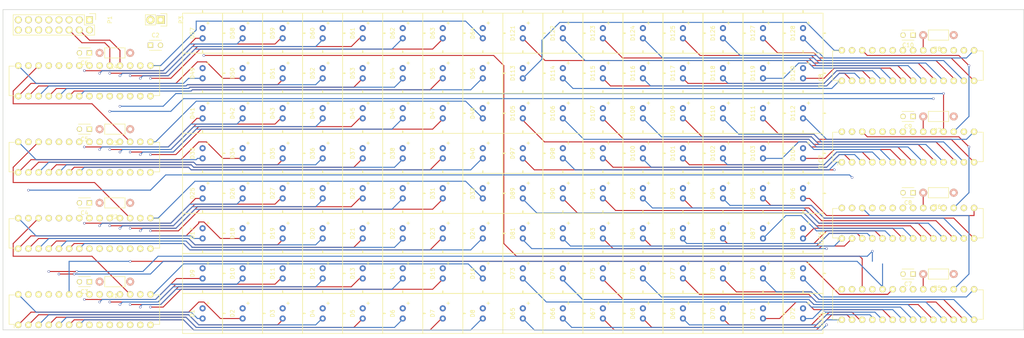
<source format=kicad_pcb>
(kicad_pcb (version 4) (host pcbnew 4.0.4-stable)
  (title_block (date 2016-10-10))
  (layers (0 F.Cu signal) (1 In1.Cu mixed) (2 In2.Cu mixed) (31 B.Cu signal) (34 B.Paste user) (35 F.Paste user) (36 B.SilkS user hide) (37 F.SilkS user hide) (38 B.Mask user hide) (39 F.Mask user hide) (44 Edge.Cuts user))
  (net 0 "")
  (net 1 "Net-(D1-Pad1)")
  (net 2 +3.3VP)
  (net 3 "Net-(D2-Pad1)")
  (net 4 "Net-(D3-Pad1)")
  (net 5 "Net-(D4-Pad1)")
  (net 6 "Net-(D5-Pad1)")
  (net 7 "Net-(D6-Pad1)")
  (net 8 "Net-(D7-Pad1)")
  (net 9 "Net-(D8-Pad1)")
  (net 10 "Net-(D9-Pad1)")
  (net 11 "Net-(D10-Pad1)")
  (net 12 "Net-(D11-Pad1)")
  (net 13 "Net-(D12-Pad1)")
  (net 14 "Net-(D13-Pad1)")
  (net 15 "Net-(D14-Pad1)")
  (net 16 "Net-(D15-Pad1)")
  (net 17 "Net-(D16-Pad1)")
  (net 18 GND)
  (net 19 "Net-(R1-Pad2)")
  (net 20 "Net-(TLC1-Pad16)")
  (net 21 "Net-(TLC1-Pad17)")
  (net 22 "Net-(D17-Pad1)")
  (net 23 "Net-(D18-Pad1)")
  (net 24 "Net-(D19-Pad1)")
  (net 25 "Net-(D20-Pad1)")
  (net 26 "Net-(D21-Pad1)")
  (net 27 "Net-(D22-Pad1)")
  (net 28 "Net-(D23-Pad1)")
  (net 29 "Net-(D24-Pad1)")
  (net 30 "Net-(D25-Pad1)")
  (net 31 "Net-(D26-Pad1)")
  (net 32 "Net-(D27-Pad1)")
  (net 33 "Net-(D28-Pad1)")
  (net 34 "Net-(D29-Pad1)")
  (net 35 "Net-(D30-Pad1)")
  (net 36 "Net-(D31-Pad1)")
  (net 37 "Net-(D32-Pad1)")
  (net 38 "Net-(D33-Pad1)")
  (net 39 "Net-(D34-Pad1)")
  (net 40 "Net-(D35-Pad1)")
  (net 41 "Net-(D36-Pad1)")
  (net 42 "Net-(D37-Pad1)")
  (net 43 "Net-(D38-Pad1)")
  (net 44 "Net-(D39-Pad1)")
  (net 45 "Net-(D40-Pad1)")
  (net 46 "Net-(D41-Pad1)")
  (net 47 "Net-(D42-Pad1)")
  (net 48 "Net-(D43-Pad1)")
  (net 49 "Net-(D44-Pad1)")
  (net 50 "Net-(D45-Pad1)")
  (net 51 "Net-(D46-Pad1)")
  (net 52 "Net-(D47-Pad1)")
  (net 53 "Net-(D48-Pad1)")
  (net 54 "Net-(D49-Pad1)")
  (net 55 "Net-(D50-Pad1)")
  (net 56 "Net-(D51-Pad1)")
  (net 57 "Net-(D52-Pad1)")
  (net 58 "Net-(D53-Pad1)")
  (net 59 "Net-(D54-Pad1)")
  (net 60 "Net-(D55-Pad1)")
  (net 61 "Net-(D56-Pad1)")
  (net 62 "Net-(D57-Pad1)")
  (net 63 "Net-(D58-Pad1)")
  (net 64 "Net-(D59-Pad1)")
  (net 65 "Net-(D60-Pad1)")
  (net 66 "Net-(D61-Pad1)")
  (net 67 "Net-(D62-Pad1)")
  (net 68 "Net-(D63-Pad1)")
  (net 69 "Net-(D64-Pad1)")
  (net 70 "Net-(R2-Pad2)")
  (net 71 "Net-(R3-Pad2)")
  (net 72 "Net-(R4-Pad2)")
  (net 73 "Net-(TLC2-Pad16)")
  (net 74 "Net-(TLC2-Pad17)")
  (net 75 "Net-(TLC3-Pad16)")
  (net 76 "Net-(TLC3-Pad17)")
  (net 77 "Net-(TLC4-Pad16)")
  (net 78 "Net-(TLC4-Pad17)")
  (net 79 "Net-(D65-Pad1)")
  (net 80 "Net-(D66-Pad1)")
  (net 81 "Net-(D67-Pad1)")
  (net 82 "Net-(D68-Pad1)")
  (net 83 "Net-(D69-Pad1)")
  (net 84 "Net-(D70-Pad1)")
  (net 85 "Net-(D71-Pad1)")
  (net 86 "Net-(D72-Pad1)")
  (net 87 "Net-(D73-Pad1)")
  (net 88 "Net-(D74-Pad1)")
  (net 89 "Net-(D75-Pad1)")
  (net 90 "Net-(D76-Pad1)")
  (net 91 "Net-(D77-Pad1)")
  (net 92 "Net-(D78-Pad1)")
  (net 93 "Net-(D79-Pad1)")
  (net 94 "Net-(D80-Pad1)")
  (net 95 "Net-(D81-Pad1)")
  (net 96 "Net-(D82-Pad1)")
  (net 97 "Net-(D83-Pad1)")
  (net 98 "Net-(D84-Pad1)")
  (net 99 "Net-(D85-Pad1)")
  (net 100 "Net-(D86-Pad1)")
  (net 101 "Net-(D87-Pad1)")
  (net 102 "Net-(D88-Pad1)")
  (net 103 "Net-(D89-Pad1)")
  (net 104 "Net-(D90-Pad1)")
  (net 105 "Net-(D91-Pad1)")
  (net 106 "Net-(D92-Pad1)")
  (net 107 "Net-(D93-Pad1)")
  (net 108 "Net-(D94-Pad1)")
  (net 109 "Net-(D95-Pad1)")
  (net 110 "Net-(D96-Pad1)")
  (net 111 "Net-(D97-Pad1)")
  (net 112 "Net-(D98-Pad1)")
  (net 113 "Net-(D99-Pad1)")
  (net 114 "Net-(D100-Pad1)")
  (net 115 "Net-(D101-Pad1)")
  (net 116 "Net-(D102-Pad1)")
  (net 117 "Net-(D103-Pad1)")
  (net 118 "Net-(D104-Pad1)")
  (net 119 "Net-(D105-Pad1)")
  (net 120 "Net-(D106-Pad1)")
  (net 121 "Net-(D107-Pad1)")
  (net 122 "Net-(D108-Pad1)")
  (net 123 "Net-(D109-Pad1)")
  (net 124 "Net-(D110-Pad1)")
  (net 125 "Net-(D111-Pad1)")
  (net 126 "Net-(D112-Pad1)")
  (net 127 "Net-(D113-Pad1)")
  (net 128 "Net-(D114-Pad1)")
  (net 129 "Net-(D115-Pad1)")
  (net 130 "Net-(D116-Pad1)")
  (net 131 "Net-(D117-Pad1)")
  (net 132 "Net-(D118-Pad1)")
  (net 133 "Net-(D119-Pad1)")
  (net 134 "Net-(D120-Pad1)")
  (net 135 "Net-(D121-Pad1)")
  (net 136 "Net-(D122-Pad1)")
  (net 137 "Net-(D123-Pad1)")
  (net 138 "Net-(D124-Pad1)")
  (net 139 "Net-(D125-Pad1)")
  (net 140 "Net-(D126-Pad1)")
  (net 141 "Net-(D127-Pad1)")
  (net 142 "Net-(D128-Pad1)")
  (net 143 "Net-(R5-Pad2)")
  (net 144 "Net-(R6-Pad2)")
  (net 145 "Net-(R7-Pad2)")
  (net 146 "Net-(R8-Pad2)")
  (net 147 "Net-(TLC5-Pad16)")
  (net 148 "Net-(TLC5-Pad17)")
  (net 149 "Net-(TLC6-Pad16)")
  (net 150 "Net-(TLC6-Pad17)")
  (net 151 "Net-(TLC7-Pad16)")
  (net 152 "Net-(TLC7-Pad17)")
  (net 153 "Net-(TLC8-Pad16)")
  (net 154 /VPRG)
  (net 155 /SCLK)
  (net 156 /XLAT)
  (net 157 /BLANK)
  (net 158 /GSCLK)
  (net 159 /DCPRG)
  (net 160 "Net-(R2-Pad1)")
  (net 161 "Net-(R3-Pad1)")
  (net 162 "Net-(R4-Pad1)")
  (net 163 "Net-(R5-Pad1)")
  (net 164 "Net-(R6-Pad1)")
  (net 165 "Net-(P1-Pad2)")
  (net 166 "Net-(P1-Pad14)")
  (net 167 "Net-(TLC8-Pad17)")
  (module Housings_DIP:DIP-28_W7.62mm (layer F.Cu) (at 95.33 64.39 90)
    (fp_text reference TLC4 (at 0 -5.22 90) (layer F.SilkS))
    (fp_text value TLC5940)
    (pad 1 thru_hole oval (at 0 0 90) (size 1.6 1.6) (drill 0.8) (layers *.Cu *.Mask F.SilkS) (net 55 "Net-(D50-Pad1)"))
    (pad 2 thru_hole oval (at 0 2.54 90) (size 1.6 1.6) (drill 0.8) (layers *.Cu *.Mask F.SilkS) (net 56 "Net-(D51-Pad1)"))
    (pad 3 thru_hole oval (at 0 5.08 90) (size 1.6 1.6) (drill 0.8) (layers *.Cu *.Mask F.SilkS) (net 57 "Net-(D52-Pad1)"))
    (pad 4 thru_hole oval (at 0 7.62 90) (size 1.6 1.6) (drill 0.8) (layers *.Cu *.Mask F.SilkS) (net 58 "Net-(D53-Pad1)"))
    (pad 5 thru_hole oval (at 0 10.16 90) (size 1.6 1.6) (drill 0.8) (layers *.Cu *.Mask F.SilkS) (net 59 "Net-(D54-Pad1)"))
    (pad 6 thru_hole oval (at 0 12.7 90) (size 1.6 1.6) (drill 0.8) (layers *.Cu *.Mask F.SilkS) (net 60 "Net-(D55-Pad1)"))
    (pad 7 thru_hole oval (at 0 15.24 90) (size 1.6 1.6) (drill 0.8) (layers *.Cu *.Mask F.SilkS) (net 61 "Net-(D56-Pad1)"))
    (pad 8 thru_hole oval (at 0 17.78 90) (size 1.6 1.6) (drill 0.8) (layers *.Cu *.Mask F.SilkS) (net 62 "Net-(D57-Pad1)"))
    (pad 9 thru_hole oval (at 0 20.32 90) (size 1.6 1.6) (drill 0.8) (layers *.Cu *.Mask F.SilkS) (net 63 "Net-(D58-Pad1)"))
    (pad 10 thru_hole oval (at 0 22.86 90) (size 1.6 1.6) (drill 0.8) (layers *.Cu *.Mask F.SilkS) (net 64 "Net-(D59-Pad1)"))
    (pad 11 thru_hole oval (at 0 25.4 90) (size 1.6 1.6) (drill 0.8) (layers *.Cu *.Mask F.SilkS) (net 65 "Net-(D60-Pad1)"))
    (pad 12 thru_hole oval (at 0 27.94 90) (size 1.6 1.6) (drill 0.8) (layers *.Cu *.Mask F.SilkS) (net 66 "Net-(D61-Pad1)"))
    (pad 13 thru_hole oval (at 0 30.48 90) (size 1.6 1.6) (drill 0.8) (layers *.Cu *.Mask F.SilkS) (net 67 "Net-(D62-Pad1)"))
    (pad 14 thru_hole oval (at 0 33.02 90) (size 1.6 1.6) (drill 0.8) (layers *.Cu *.Mask F.SilkS) (net 68 "Net-(D63-Pad1)"))
    (pad 15 thru_hole oval (at 7.62 33.02 90) (size 1.6 1.6) (drill 0.8) (layers *.Cu *.Mask F.SilkS) (net 69 "Net-(D64-Pad1)"))
    (pad 16 thru_hole oval (at 7.62 30.48 90) (size 1.6 1.6) (drill 0.8) (layers *.Cu *.Mask F.SilkS) (net 77 "Net-(TLC4-Pad16)"))
    (pad 17 thru_hole oval (at 7.62 27.94 90) (size 1.6 1.6) (drill 0.8) (layers *.Cu *.Mask F.SilkS) (net 78 "Net-(TLC4-Pad17)"))
    (pad 18 thru_hole oval (at 7.62 25.4 90) (size 1.6 1.6) (drill 0.8) (layers *.Cu *.Mask F.SilkS) (net 158 /GSCLK))
    (pad 19 thru_hole oval (at 7.62 22.86 90) (size 1.6 1.6) (drill 0.8) (layers *.Cu *.Mask F.SilkS) (net 159 /DCPRG))
    (pad 20 thru_hole oval (at 7.62 20.32 90) (size 1.6 1.6) (drill 0.8) (layers *.Cu *.Mask F.SilkS) (net 72 "Net-(R4-Pad2)"))
    (pad 21 thru_hole oval (at 7.62 17.78 90) (size 1.6 1.6) (drill 0.8) (layers *.Cu *.Mask F.SilkS) (net 2 +3.3VP))
    (pad 22 thru_hole oval (at 7.62 15.24 90) (size 1.6 1.6) (drill 0.8) (layers *.Cu *.Mask F.SilkS) (net 18 GND))
    (pad 23 thru_hole oval (at 7.62 12.7 90) (size 1.6 1.6) (drill 0.8) (layers *.Cu *.Mask F.SilkS) (net 157 /BLANK))
    (pad 24 thru_hole oval (at 7.62 10.16 90) (size 1.6 1.6) (drill 0.8) (layers *.Cu *.Mask F.SilkS) (net 156 /XLAT))
    (pad 25 thru_hole oval (at 7.62 7.62 90) (size 1.6 1.6) (drill 0.8) (layers *.Cu *.Mask F.SilkS) (net 155 /SCLK))
    (pad 26 thru_hole oval (at 7.62 5.08 90) (size 1.6 1.6) (drill 0.8) (layers *.Cu *.Mask F.SilkS) (net 76 "Net-(TLC3-Pad17)"))
    (pad 27 thru_hole oval (at 7.62 2.54 90) (size 1.6 1.6) (drill 0.8) (layers *.Cu *.Mask F.SilkS) (net 154 /VPRG))
    (pad 28 thru_hole oval (at 7.62 0 90) (size 1.6 1.6) (drill 0.8) (layers *.Cu *.Mask F.SilkS) (net 54 "Net-(D49-Pad1)"))
  )
  (module Housings_DIP:DIP-28_W7.62mm (layer F.Cu) (at 95.33 102.49 90)
    (fp_text reference TLC2 (at 0 -5.22 90) (layer F.SilkS))
    (fp_text value TLC5940)
    (pad 1 thru_hole oval (at 0 0 90) (size 1.6 1.6) (drill 0.8) (layers *.Cu *.Mask F.SilkS) (net 23 "Net-(D18-Pad1)"))
    (pad 2 thru_hole oval (at 0 2.54 90) (size 1.6 1.6) (drill 0.8) (layers *.Cu *.Mask F.SilkS) (net 24 "Net-(D19-Pad1)"))
    (pad 3 thru_hole oval (at 0 5.08 90) (size 1.6 1.6) (drill 0.8) (layers *.Cu *.Mask F.SilkS) (net 25 "Net-(D20-Pad1)"))
    (pad 4 thru_hole oval (at 0 7.62 90) (size 1.6 1.6) (drill 0.8) (layers *.Cu *.Mask F.SilkS) (net 26 "Net-(D21-Pad1)"))
    (pad 5 thru_hole oval (at 0 10.16 90) (size 1.6 1.6) (drill 0.8) (layers *.Cu *.Mask F.SilkS) (net 27 "Net-(D22-Pad1)"))
    (pad 6 thru_hole oval (at 0 12.7 90) (size 1.6 1.6) (drill 0.8) (layers *.Cu *.Mask F.SilkS) (net 28 "Net-(D23-Pad1)"))
    (pad 7 thru_hole oval (at 0 15.24 90) (size 1.6 1.6) (drill 0.8) (layers *.Cu *.Mask F.SilkS) (net 29 "Net-(D24-Pad1)"))
    (pad 8 thru_hole oval (at 0 17.78 90) (size 1.6 1.6) (drill 0.8) (layers *.Cu *.Mask F.SilkS) (net 30 "Net-(D25-Pad1)"))
    (pad 9 thru_hole oval (at 0 20.32 90) (size 1.6 1.6) (drill 0.8) (layers *.Cu *.Mask F.SilkS) (net 31 "Net-(D26-Pad1)"))
    (pad 10 thru_hole oval (at 0 22.86 90) (size 1.6 1.6) (drill 0.8) (layers *.Cu *.Mask F.SilkS) (net 32 "Net-(D27-Pad1)"))
    (pad 11 thru_hole oval (at 0 25.4 90) (size 1.6 1.6) (drill 0.8) (layers *.Cu *.Mask F.SilkS) (net 33 "Net-(D28-Pad1)"))
    (pad 12 thru_hole oval (at 0 27.94 90) (size 1.6 1.6) (drill 0.8) (layers *.Cu *.Mask F.SilkS) (net 34 "Net-(D29-Pad1)"))
    (pad 13 thru_hole oval (at 0 30.48 90) (size 1.6 1.6) (drill 0.8) (layers *.Cu *.Mask F.SilkS) (net 35 "Net-(D30-Pad1)"))
    (pad 14 thru_hole oval (at 0 33.02 90) (size 1.6 1.6) (drill 0.8) (layers *.Cu *.Mask F.SilkS) (net 36 "Net-(D31-Pad1)"))
    (pad 15 thru_hole oval (at 7.62 33.02 90) (size 1.6 1.6) (drill 0.8) (layers *.Cu *.Mask F.SilkS) (net 37 "Net-(D32-Pad1)"))
    (pad 16 thru_hole oval (at 7.62 30.48 90) (size 1.6 1.6) (drill 0.8) (layers *.Cu *.Mask F.SilkS) (net 73 "Net-(TLC2-Pad16)"))
    (pad 17 thru_hole oval (at 7.62 27.94 90) (size 1.6 1.6) (drill 0.8) (layers *.Cu *.Mask F.SilkS) (net 74 "Net-(TLC2-Pad17)"))
    (pad 18 thru_hole oval (at 7.62 25.4 90) (size 1.6 1.6) (drill 0.8) (layers *.Cu *.Mask F.SilkS) (net 158 /GSCLK))
    (pad 19 thru_hole oval (at 7.62 22.86 90) (size 1.6 1.6) (drill 0.8) (layers *.Cu *.Mask F.SilkS) (net 159 /DCPRG))
    (pad 20 thru_hole oval (at 7.62 20.32 90) (size 1.6 1.6) (drill 0.8) (layers *.Cu *.Mask F.SilkS) (net 70 "Net-(R2-Pad2)"))
    (pad 21 thru_hole oval (at 7.62 17.78 90) (size 1.6 1.6) (drill 0.8) (layers *.Cu *.Mask F.SilkS) (net 2 +3.3VP))
    (pad 22 thru_hole oval (at 7.62 15.24 90) (size 1.6 1.6) (drill 0.8) (layers *.Cu *.Mask F.SilkS) (net 18 GND))
    (pad 23 thru_hole oval (at 7.62 12.7 90) (size 1.6 1.6) (drill 0.8) (layers *.Cu *.Mask F.SilkS) (net 157 /BLANK))
    (pad 24 thru_hole oval (at 7.62 10.16 90) (size 1.6 1.6) (drill 0.8) (layers *.Cu *.Mask F.SilkS) (net 156 /XLAT))
    (pad 25 thru_hole oval (at 7.62 7.62 90) (size 1.6 1.6) (drill 0.8) (layers *.Cu *.Mask F.SilkS) (net 155 /SCLK))
    (pad 26 thru_hole oval (at 7.62 5.08 90) (size 1.6 1.6) (drill 0.8) (layers *.Cu *.Mask F.SilkS) (net 21 "Net-(TLC1-Pad17)"))
    (pad 27 thru_hole oval (at 7.62 2.54 90) (size 1.6 1.6) (drill 0.8) (layers *.Cu *.Mask F.SilkS) (net 154 /VPRG))
    (pad 28 thru_hole oval (at 7.62 0 90) (size 1.6 1.6) (drill 0.8) (layers *.Cu *.Mask F.SilkS) (net 22 "Net-(D17-Pad1)"))
  )
  (module Pin_Headers:Pin_Header_Straight_2x08 (layer F.Cu) (at 113.11 45.34 270)
    (fp_text reference P1 (at 0 -5.1 270) (layer F.SilkS))
    (fp_text value CONN_02X08)
    (pad 1 thru_hole rect (at 0 0 270) (size 1.7272 1.7272) (drill 1.016) (layers *.Cu *.Mask F.SilkS) (net 18 GND))
    (pad 2 thru_hole oval (at 2.54 0 270) (size 1.7272 1.7272) (drill 1.016) (layers *.Cu *.Mask F.SilkS) (net 165 "Net-(P1-Pad2)"))
    (pad 3 thru_hole oval (at 0 2.54 270) (size 1.7272 1.7272) (drill 1.016) (layers *.Cu *.Mask F.SilkS) (net 18 GND))
    (pad 4 thru_hole oval (at 2.54 2.54 270) (size 1.7272 1.7272) (drill 1.016) (layers *.Cu *.Mask F.SilkS) (net 158 /GSCLK))
    (pad 5 thru_hole oval (at 0 5.08 270) (size 1.7272 1.7272) (drill 1.016) (layers *.Cu *.Mask F.SilkS) (net 18 GND))
    (pad 6 thru_hole oval (at 2.54 5.08 270) (size 1.7272 1.7272) (drill 1.016) (layers *.Cu *.Mask F.SilkS) (net 159 /DCPRG))
    (pad 7 thru_hole oval (at 0 7.62 270) (size 1.7272 1.7272) (drill 1.016) (layers *.Cu *.Mask F.SilkS) (net 18 GND))
    (pad 8 thru_hole oval (at 2.54 7.62 270) (size 1.7272 1.7272) (drill 1.016) (layers *.Cu *.Mask F.SilkS) (net 157 /BLANK))
    (pad 9 thru_hole oval (at 0 10.16 270) (size 1.7272 1.7272) (drill 1.016) (layers *.Cu *.Mask F.SilkS) (net 18 GND))
    (pad 10 thru_hole oval (at 2.54 10.16 270) (size 1.7272 1.7272) (drill 1.016) (layers *.Cu *.Mask F.SilkS) (net 156 /XLAT))
    (pad 11 thru_hole oval (at 0 12.7 270) (size 1.7272 1.7272) (drill 1.016) (layers *.Cu *.Mask F.SilkS) (net 18 GND))
    (pad 12 thru_hole oval (at 2.54 12.7 270) (size 1.7272 1.7272) (drill 1.016) (layers *.Cu *.Mask F.SilkS) (net 155 /SCLK))
    (pad 13 thru_hole oval (at 0 15.24 270) (size 1.7272 1.7272) (drill 1.016) (layers *.Cu *.Mask F.SilkS) (net 18 GND))
    (pad 14 thru_hole oval (at 2.54 15.24 270) (size 1.7272 1.7272) (drill 1.016) (layers *.Cu *.Mask F.SilkS) (net 166 "Net-(P1-Pad14)"))
    (pad 15 thru_hole oval (at 0 17.78 270) (size 1.7272 1.7272) (drill 1.016) (layers *.Cu *.Mask F.SilkS) (net 18 GND))
    (pad 16 thru_hole oval (at 2.54 17.78 270) (size 1.7272 1.7272) (drill 1.016) (layers *.Cu *.Mask F.SilkS) (net 154 /VPRG))
  )
  (module Housings_DIP:DIP-28_W7.62mm (layer F.Cu) (at 95.33 121.54 90)
    (fp_text reference TLC1 (at 0 -5.22 90) (layer F.SilkS))
    (fp_text value TLC5940)
    (pad 1 thru_hole oval (at 0 0 90) (size 1.6 1.6) (drill 0.8) (layers *.Cu *.Mask F.SilkS) (net 3 "Net-(D2-Pad1)"))
    (pad 2 thru_hole oval (at 0 2.54 90) (size 1.6 1.6) (drill 0.8) (layers *.Cu *.Mask F.SilkS) (net 4 "Net-(D3-Pad1)"))
    (pad 3 thru_hole oval (at 0 5.08 90) (size 1.6 1.6) (drill 0.8) (layers *.Cu *.Mask F.SilkS) (net 5 "Net-(D4-Pad1)"))
    (pad 4 thru_hole oval (at 0 7.62 90) (size 1.6 1.6) (drill 0.8) (layers *.Cu *.Mask F.SilkS) (net 6 "Net-(D5-Pad1)"))
    (pad 5 thru_hole oval (at 0 10.16 90) (size 1.6 1.6) (drill 0.8) (layers *.Cu *.Mask F.SilkS) (net 7 "Net-(D6-Pad1)"))
    (pad 6 thru_hole oval (at 0 12.7 90) (size 1.6 1.6) (drill 0.8) (layers *.Cu *.Mask F.SilkS) (net 8 "Net-(D7-Pad1)"))
    (pad 7 thru_hole oval (at 0 15.24 90) (size 1.6 1.6) (drill 0.8) (layers *.Cu *.Mask F.SilkS) (net 9 "Net-(D8-Pad1)"))
    (pad 8 thru_hole oval (at 0 17.78 90) (size 1.6 1.6) (drill 0.8) (layers *.Cu *.Mask F.SilkS) (net 10 "Net-(D9-Pad1)"))
    (pad 9 thru_hole oval (at 0 20.32 90) (size 1.6 1.6) (drill 0.8) (layers *.Cu *.Mask F.SilkS) (net 11 "Net-(D10-Pad1)"))
    (pad 10 thru_hole oval (at 0 22.86 90) (size 1.6 1.6) (drill 0.8) (layers *.Cu *.Mask F.SilkS) (net 12 "Net-(D11-Pad1)"))
    (pad 11 thru_hole oval (at 0 25.4 90) (size 1.6 1.6) (drill 0.8) (layers *.Cu *.Mask F.SilkS) (net 13 "Net-(D12-Pad1)"))
    (pad 12 thru_hole oval (at 0 27.94 90) (size 1.6 1.6) (drill 0.8) (layers *.Cu *.Mask F.SilkS) (net 14 "Net-(D13-Pad1)"))
    (pad 13 thru_hole oval (at 0 30.48 90) (size 1.6 1.6) (drill 0.8) (layers *.Cu *.Mask F.SilkS) (net 15 "Net-(D14-Pad1)"))
    (pad 14 thru_hole oval (at 0 33.02 90) (size 1.6 1.6) (drill 0.8) (layers *.Cu *.Mask F.SilkS) (net 16 "Net-(D15-Pad1)"))
    (pad 15 thru_hole oval (at 7.62 33.02 90) (size 1.6 1.6) (drill 0.8) (layers *.Cu *.Mask F.SilkS) (net 17 "Net-(D16-Pad1)"))
    (pad 16 thru_hole oval (at 7.62 30.48 90) (size 1.6 1.6) (drill 0.8) (layers *.Cu *.Mask F.SilkS) (net 20 "Net-(TLC1-Pad16)"))
    (pad 17 thru_hole oval (at 7.62 27.94 90) (size 1.6 1.6) (drill 0.8) (layers *.Cu *.Mask F.SilkS) (net 21 "Net-(TLC1-Pad17)"))
    (pad 18 thru_hole oval (at 7.62 25.4 90) (size 1.6 1.6) (drill 0.8) (layers *.Cu *.Mask F.SilkS) (net 158 /GSCLK))
    (pad 19 thru_hole oval (at 7.62 22.86 90) (size 1.6 1.6) (drill 0.8) (layers *.Cu *.Mask F.SilkS) (net 159 /DCPRG))
    (pad 20 thru_hole oval (at 7.62 20.32 90) (size 1.6 1.6) (drill 0.8) (layers *.Cu *.Mask F.SilkS) (net 19 "Net-(R1-Pad2)"))
    (pad 21 thru_hole oval (at 7.62 17.78 90) (size 1.6 1.6) (drill 0.8) (layers *.Cu *.Mask F.SilkS) (net 2 +3.3VP))
    (pad 22 thru_hole oval (at 7.62 15.24 90) (size 1.6 1.6) (drill 0.8) (layers *.Cu *.Mask F.SilkS) (net 18 GND))
    (pad 23 thru_hole oval (at 7.62 12.7 90) (size 1.6 1.6) (drill 0.8) (layers *.Cu *.Mask F.SilkS) (net 157 /BLANK))
    (pad 24 thru_hole oval (at 7.62 10.16 90) (size 1.6 1.6) (drill 0.8) (layers *.Cu *.Mask F.SilkS) (net 156 /XLAT))
    (pad 25 thru_hole oval (at 7.62 7.62 90) (size 1.6 1.6) (drill 0.8) (layers *.Cu *.Mask F.SilkS) (net 155 /SCLK))
    (pad 26 thru_hole oval (at 7.62 5.08 90) (size 1.6 1.6) (drill 0.8) (layers *.Cu *.Mask F.SilkS) (net 166 "Net-(P1-Pad14)"))
    (pad 27 thru_hole oval (at 7.62 2.54 90) (size 1.6 1.6) (drill 0.8) (layers *.Cu *.Mask F.SilkS) (net 154 /VPRG))
    (pad 28 thru_hole oval (at 7.62 0 90) (size 1.6 1.6) (drill 0.8) (layers *.Cu *.Mask F.SilkS) (net 1 "Net-(D1-Pad1)"))
  )
  (module "matrixclock:MENTOR 50.046" (layer F.Cu) (at 151.37 108.68 90)
    (fp_text reference D10 (at 0 -2.54 90) (layer F.SilkS))
    (fp_text value LED)
    (fp_text user + (at 2.54 1.27 90) (layer F.SilkS))
    (pad 1 thru_hole circle (at -1.27 0 90) (size 1.524 1.524) (drill 0.762) (layers *.Cu *.Mask) (net 11 "Net-(D10-Pad1)"))
    (pad 2 thru_hole circle (at 1.27 0 90) (size 1.524 1.524) (drill 0.762) (layers *.Cu *.Mask) (net 2 +3.3VP))
  )
  (module "matrixclock:MENTOR 50.046" (layer F.Cu) (at 161.37 98.68 90)
    (fp_text reference D19 (at 0 -2.54 90) (layer F.SilkS))
    (fp_text value LED)
    (fp_text user + (at 2.54 1.27 90) (layer F.SilkS))
    (pad 1 thru_hole circle (at -1.27 0 90) (size 1.524 1.524) (drill 0.762) (layers *.Cu *.Mask) (net 24 "Net-(D19-Pad1)"))
    (pad 2 thru_hole circle (at 1.27 0 90) (size 1.524 1.524) (drill 0.762) (layers *.Cu *.Mask) (net 2 +3.3VP))
  )
  (module "matrixclock:MENTOR 50.046" (layer F.Cu) (at 181.37 118.68 90)
    (fp_text reference D5 (at 0 -2.54 90) (layer F.SilkS))
    (fp_text value LED)
    (fp_text user + (at 2.54 1.27 90) (layer F.SilkS))
    (pad 1 thru_hole circle (at -1.27 0 90) (size 1.524 1.524) (drill 0.762) (layers *.Cu *.Mask) (net 6 "Net-(D5-Pad1)"))
    (pad 2 thru_hole circle (at 1.27 0 90) (size 1.524 1.524) (drill 0.762) (layers *.Cu *.Mask) (net 2 +3.3VP))
  )
  (module "matrixclock:MENTOR 50.046" (layer F.Cu) (at 171.37 118.68 90)
    (fp_text reference D4 (at 0 -2.54 90) (layer F.SilkS))
    (fp_text value LED)
    (fp_text user + (at 2.54 1.27 90) (layer F.SilkS))
    (pad 1 thru_hole circle (at -1.27 0 90) (size 1.524 1.524) (drill 0.762) (layers *.Cu *.Mask) (net 5 "Net-(D4-Pad1)"))
    (pad 2 thru_hole circle (at 1.27 0 90) (size 1.524 1.524) (drill 0.762) (layers *.Cu *.Mask) (net 2 +3.3VP))
  )
  (module "matrixclock:MENTOR 50.046" (layer F.Cu) (at 151.37 118.68 90)
    (fp_text reference D2 (at 0 -2.54 90) (layer F.SilkS))
    (fp_text value LED)
    (fp_text user + (at 2.54 1.27 90) (layer F.SilkS))
    (pad 1 thru_hole circle (at -1.27 0 90) (size 1.524 1.524) (drill 0.762) (layers *.Cu *.Mask) (net 3 "Net-(D2-Pad1)"))
    (pad 2 thru_hole circle (at 1.27 0 90) (size 1.524 1.524) (drill 0.762) (layers *.Cu *.Mask) (net 2 +3.3VP))
  )
  (module "matrixclock:MENTOR 50.046" (layer F.Cu) (at 141.37 118.68 90)
    (fp_text reference D1 (at 0 -2.54 90) (layer F.SilkS))
    (fp_text value LED)
    (fp_text user + (at 2.54 1.27 90) (layer F.SilkS))
    (pad 1 thru_hole circle (at -1.27 0 90) (size 1.524 1.524) (drill 0.762) (layers *.Cu *.Mask) (net 1 "Net-(D1-Pad1)"))
    (pad 2 thru_hole circle (at 1.27 0 90) (size 1.524 1.524) (drill 0.762) (layers *.Cu *.Mask) (net 2 +3.3VP))
  )
  (module "matrixclock:MENTOR 50.046" (layer F.Cu) (at 181.37 108.68 90)
    (fp_text reference D13 (at 0 -2.54 90) (layer F.SilkS))
    (fp_text value LED)
    (fp_text user + (at 2.54 1.27 90) (layer F.SilkS))
    (pad 1 thru_hole circle (at -1.27 0 90) (size 1.524 1.524) (drill 0.762) (layers *.Cu *.Mask) (net 14 "Net-(D13-Pad1)"))
    (pad 2 thru_hole circle (at 1.27 0 90) (size 1.524 1.524) (drill 0.762) (layers *.Cu *.Mask) (net 2 +3.3VP))
  )
  (module "matrixclock:MENTOR 50.046" (layer F.Cu) (at 161.37 118.68 90)
    (fp_text reference D3 (at 0 -2.54 90) (layer F.SilkS))
    (fp_text value LED)
    (fp_text user + (at 2.54 1.27 90) (layer F.SilkS))
    (pad 1 thru_hole circle (at -1.27 0 90) (size 1.524 1.524) (drill 0.762) (layers *.Cu *.Mask) (net 4 "Net-(D3-Pad1)"))
    (pad 2 thru_hole circle (at 1.27 0 90) (size 1.524 1.524) (drill 0.762) (layers *.Cu *.Mask) (net 2 +3.3VP))
  )
  (module "matrixclock:MENTOR 50.046" (layer F.Cu) (at 191.37 118.68 90)
    (fp_text reference D6 (at 0 -2.54 90) (layer F.SilkS))
    (fp_text value LED)
    (fp_text user + (at 2.54 1.27 90) (layer F.SilkS))
    (pad 1 thru_hole circle (at -1.27 0 90) (size 1.524 1.524) (drill 0.762) (layers *.Cu *.Mask) (net 7 "Net-(D6-Pad1)"))
    (pad 2 thru_hole circle (at 1.27 0 90) (size 1.524 1.524) (drill 0.762) (layers *.Cu *.Mask) (net 2 +3.3VP))
  )
  (module "matrixclock:MENTOR 50.046" (layer F.Cu) (at 201.37 118.68 90)
    (fp_text reference D7 (at 0 -2.54 90) (layer F.SilkS))
    (fp_text value LED)
    (fp_text user + (at 2.54 1.27 90) (layer F.SilkS))
    (pad 1 thru_hole circle (at -1.27 0 90) (size 1.524 1.524) (drill 0.762) (layers *.Cu *.Mask) (net 8 "Net-(D7-Pad1)"))
    (pad 2 thru_hole circle (at 1.27 0 90) (size 1.524 1.524) (drill 0.762) (layers *.Cu *.Mask) (net 2 +3.3VP))
  )
  (module "matrixclock:MENTOR 50.046" (layer F.Cu) (at 211.37 118.68 90)
    (fp_text reference D8 (at 0 -2.54 90) (layer F.SilkS))
    (fp_text value LED)
    (fp_text user + (at 2.54 1.27 90) (layer F.SilkS))
    (pad 1 thru_hole circle (at -1.27 0 90) (size 1.524 1.524) (drill 0.762) (layers *.Cu *.Mask) (net 9 "Net-(D8-Pad1)"))
    (pad 2 thru_hole circle (at 1.27 0 90) (size 1.524 1.524) (drill 0.762) (layers *.Cu *.Mask) (net 2 +3.3VP))
  )
  (module "matrixclock:MENTOR 50.046" (layer F.Cu) (at 141.37 108.68 90)
    (fp_text reference D9 (at 0 -2.54 90) (layer F.SilkS))
    (fp_text value LED)
    (fp_text user + (at 2.54 1.27 90) (layer F.SilkS))
    (pad 1 thru_hole circle (at -1.27 0 90) (size 1.524 1.524) (drill 0.762) (layers *.Cu *.Mask) (net 10 "Net-(D9-Pad1)"))
    (pad 2 thru_hole circle (at 1.27 0 90) (size 1.524 1.524) (drill 0.762) (layers *.Cu *.Mask) (net 2 +3.3VP))
  )
  (module "matrixclock:MENTOR 50.046" (layer F.Cu) (at 161.37 108.68 90)
    (fp_text reference D11 (at 0 -2.54 90) (layer F.SilkS))
    (fp_text value LED)
    (fp_text user + (at 2.54 1.27 90) (layer F.SilkS))
    (pad 1 thru_hole circle (at -1.27 0 90) (size 1.524 1.524) (drill 0.762) (layers *.Cu *.Mask) (net 12 "Net-(D11-Pad1)"))
    (pad 2 thru_hole circle (at 1.27 0 90) (size 1.524 1.524) (drill 0.762) (layers *.Cu *.Mask) (net 2 +3.3VP))
  )
  (module "matrixclock:MENTOR 50.046" (layer F.Cu) (at 171.37 108.68 90)
    (fp_text reference D12 (at 0 -2.54 90) (layer F.SilkS))
    (fp_text value LED)
    (fp_text user + (at 2.54 1.27 90) (layer F.SilkS))
    (pad 1 thru_hole circle (at -1.27 0 90) (size 1.524 1.524) (drill 0.762) (layers *.Cu *.Mask) (net 13 "Net-(D12-Pad1)"))
    (pad 2 thru_hole circle (at 1.27 0 90) (size 1.524 1.524) (drill 0.762) (layers *.Cu *.Mask) (net 2 +3.3VP))
  )
  (module "matrixclock:MENTOR 50.046" (layer F.Cu) (at 191.37 108.68 90)
    (fp_text reference D14 (at 0 -2.54 90) (layer F.SilkS))
    (fp_text value LED)
    (fp_text user + (at 2.54 1.27 90) (layer F.SilkS))
    (pad 1 thru_hole circle (at -1.27 0 90) (size 1.524 1.524) (drill 0.762) (layers *.Cu *.Mask) (net 15 "Net-(D14-Pad1)"))
    (pad 2 thru_hole circle (at 1.27 0 90) (size 1.524 1.524) (drill 0.762) (layers *.Cu *.Mask) (net 2 +3.3VP))
  )
  (module "matrixclock:MENTOR 50.046" (layer F.Cu) (at 201.37 108.68 90)
    (fp_text reference D15 (at 0 -2.54 90) (layer F.SilkS))
    (fp_text value LED)
    (fp_text user + (at 2.54 1.27 90) (layer F.SilkS))
    (pad 1 thru_hole circle (at -1.27 0 90) (size 1.524 1.524) (drill 0.762) (layers *.Cu *.Mask) (net 16 "Net-(D15-Pad1)"))
    (pad 2 thru_hole circle (at 1.27 0 90) (size 1.524 1.524) (drill 0.762) (layers *.Cu *.Mask) (net 2 +3.3VP))
  )
  (module "matrixclock:MENTOR 50.046" (layer F.Cu) (at 211.37 108.68 90)
    (fp_text reference D16 (at 0 -2.54 90) (layer F.SilkS))
    (fp_text value LED)
    (fp_text user + (at 2.54 1.27 90) (layer F.SilkS))
    (pad 1 thru_hole circle (at -1.27 0 90) (size 1.524 1.524) (drill 0.762) (layers *.Cu *.Mask) (net 17 "Net-(D16-Pad1)"))
    (pad 2 thru_hole circle (at 1.27 0 90) (size 1.524 1.524) (drill 0.762) (layers *.Cu *.Mask) (net 2 +3.3VP))
  )
  (module Resistors_ThroughHole:Resistor_Horizontal_RM7mm (layer F.Cu) (at 123.27 110.745 180)
    (fp_text reference R1 (at 4.05892 -3.50012 180) (layer F.SilkS))
    (fp_text value 2k)
    (pad 1 thru_hole circle (at 0 0 180) (size 1.99898 1.99898) (drill 1.00076) (layers *.Cu *.SilkS *.Mask) (net 18 GND))
    (pad 2 thru_hole circle (at 7.62 0 180) (size 1.99898 1.99898) (drill 1.00076) (layers *.Cu *.SilkS *.Mask) (net 19 "Net-(R1-Pad2)"))
  )
  (module "matrixclock:MENTOR 50.046" (layer F.Cu) (at 141.37 98.68 90)
    (fp_text reference D17 (at 0 -2.54 90) (layer F.SilkS))
    (fp_text value LED)
    (fp_text user + (at 2.54 1.27 90) (layer F.SilkS))
    (pad 1 thru_hole circle (at -1.27 0 90) (size 1.524 1.524) (drill 0.762) (layers *.Cu *.Mask) (net 22 "Net-(D17-Pad1)"))
    (pad 2 thru_hole circle (at 1.27 0 90) (size 1.524 1.524) (drill 0.762) (layers *.Cu *.Mask) (net 2 +3.3VP))
  )
  (module "matrixclock:MENTOR 50.046" (layer F.Cu) (at 151.37 98.68 90)
    (fp_text reference D18 (at 0 -2.54 90) (layer F.SilkS))
    (fp_text value LED)
    (fp_text user + (at 2.54 1.27 90) (layer F.SilkS))
    (pad 1 thru_hole circle (at -1.27 0 90) (size 1.524 1.524) (drill 0.762) (layers *.Cu *.Mask) (net 23 "Net-(D18-Pad1)"))
    (pad 2 thru_hole circle (at 1.27 0 90) (size 1.524 1.524) (drill 0.762) (layers *.Cu *.Mask) (net 2 +3.3VP))
  )
  (module "matrixclock:MENTOR 50.046" (layer F.Cu) (at 171.37 98.68 90)
    (fp_text reference D20 (at 0 -2.54 90) (layer F.SilkS))
    (fp_text value LED)
    (fp_text user + (at 2.54 1.27 90) (layer F.SilkS))
    (pad 1 thru_hole circle (at -1.27 0 90) (size 1.524 1.524) (drill 0.762) (layers *.Cu *.Mask) (net 25 "Net-(D20-Pad1)"))
    (pad 2 thru_hole circle (at 1.27 0 90) (size 1.524 1.524) (drill 0.762) (layers *.Cu *.Mask) (net 2 +3.3VP))
  )
  (module "matrixclock:MENTOR 50.046" (layer F.Cu) (at 181.37 98.68 90)
    (fp_text reference D21 (at 0 -2.54 90) (layer F.SilkS))
    (fp_text value LED)
    (fp_text user + (at 2.54 1.27 90) (layer F.SilkS))
    (pad 1 thru_hole circle (at -1.27 0 90) (size 1.524 1.524) (drill 0.762) (layers *.Cu *.Mask) (net 26 "Net-(D21-Pad1)"))
    (pad 2 thru_hole circle (at 1.27 0 90) (size 1.524 1.524) (drill 0.762) (layers *.Cu *.Mask) (net 2 +3.3VP))
  )
  (module "matrixclock:MENTOR 50.046" (layer F.Cu) (at 191.37 98.68 90)
    (fp_text reference D22 (at 0 -2.54 90) (layer F.SilkS))
    (fp_text value LED)
    (fp_text user + (at 2.54 1.27 90) (layer F.SilkS))
    (pad 1 thru_hole circle (at -1.27 0 90) (size 1.524 1.524) (drill 0.762) (layers *.Cu *.Mask) (net 27 "Net-(D22-Pad1)"))
    (pad 2 thru_hole circle (at 1.27 0 90) (size 1.524 1.524) (drill 0.762) (layers *.Cu *.Mask) (net 2 +3.3VP))
  )
  (module "matrixclock:MENTOR 50.046" (layer F.Cu) (at 201.37 98.68 90)
    (fp_text reference D23 (at 0 -2.54 90) (layer F.SilkS))
    (fp_text value LED)
    (fp_text user + (at 2.54 1.27 90) (layer F.SilkS))
    (pad 1 thru_hole circle (at -1.27 0 90) (size 1.524 1.524) (drill 0.762) (layers *.Cu *.Mask) (net 28 "Net-(D23-Pad1)"))
    (pad 2 thru_hole circle (at 1.27 0 90) (size 1.524 1.524) (drill 0.762) (layers *.Cu *.Mask) (net 2 +3.3VP))
  )
  (module "matrixclock:MENTOR 50.046" (layer F.Cu) (at 211.37 98.68 90)
    (fp_text reference D24 (at 0 -2.54 90) (layer F.SilkS))
    (fp_text value LED)
    (fp_text user + (at 2.54 1.27 90) (layer F.SilkS))
    (pad 1 thru_hole circle (at -1.27 0 90) (size 1.524 1.524) (drill 0.762) (layers *.Cu *.Mask) (net 29 "Net-(D24-Pad1)"))
    (pad 2 thru_hole circle (at 1.27 0 90) (size 1.524 1.524) (drill 0.762) (layers *.Cu *.Mask) (net 2 +3.3VP))
  )
  (module "matrixclock:MENTOR 50.046" (layer F.Cu) (at 141.37 88.68 90)
    (fp_text reference D25 (at 0 -2.54 90) (layer F.SilkS))
    (fp_text value LED)
    (fp_text user + (at 2.54 1.27 90) (layer F.SilkS))
    (pad 1 thru_hole circle (at -1.27 0 90) (size 1.524 1.524) (drill 0.762) (layers *.Cu *.Mask) (net 30 "Net-(D25-Pad1)"))
    (pad 2 thru_hole circle (at 1.27 0 90) (size 1.524 1.524) (drill 0.762) (layers *.Cu *.Mask) (net 2 +3.3VP))
  )
  (module "matrixclock:MENTOR 50.046" (layer F.Cu) (at 151.37 88.68 90)
    (fp_text reference D26 (at 0 -2.54 90) (layer F.SilkS))
    (fp_text value LED)
    (fp_text user + (at 2.54 1.27 90) (layer F.SilkS))
    (pad 1 thru_hole circle (at -1.27 0 90) (size 1.524 1.524) (drill 0.762) (layers *.Cu *.Mask) (net 31 "Net-(D26-Pad1)"))
    (pad 2 thru_hole circle (at 1.27 0 90) (size 1.524 1.524) (drill 0.762) (layers *.Cu *.Mask) (net 2 +3.3VP))
  )
  (module "matrixclock:MENTOR 50.046" (layer F.Cu) (at 161.37 88.68 90)
    (fp_text reference D27 (at 0 -2.54 90) (layer F.SilkS))
    (fp_text value LED)
    (fp_text user + (at 2.54 1.27 90) (layer F.SilkS))
    (pad 1 thru_hole circle (at -1.27 0 90) (size 1.524 1.524) (drill 0.762) (layers *.Cu *.Mask) (net 32 "Net-(D27-Pad1)"))
    (pad 2 thru_hole circle (at 1.27 0 90) (size 1.524 1.524) (drill 0.762) (layers *.Cu *.Mask) (net 2 +3.3VP))
  )
  (module "matrixclock:MENTOR 50.046" (layer F.Cu) (at 171.37 88.68 90)
    (fp_text reference D28 (at 0 -2.54 90) (layer F.SilkS))
    (fp_text value LED)
    (fp_text user + (at 2.54 1.27 90) (layer F.SilkS))
    (pad 1 thru_hole circle (at -1.27 0 90) (size 1.524 1.524) (drill 0.762) (layers *.Cu *.Mask) (net 33 "Net-(D28-Pad1)"))
    (pad 2 thru_hole circle (at 1.27 0 90) (size 1.524 1.524) (drill 0.762) (layers *.Cu *.Mask) (net 2 +3.3VP))
  )
  (module "matrixclock:MENTOR 50.046" (layer F.Cu) (at 181.37 88.68 90)
    (fp_text reference D29 (at 0 -2.54 90) (layer F.SilkS))
    (fp_text value LED)
    (fp_text user + (at 2.54 1.27 90) (layer F.SilkS))
    (pad 1 thru_hole circle (at -1.27 0 90) (size 1.524 1.524) (drill 0.762) (layers *.Cu *.Mask) (net 34 "Net-(D29-Pad1)"))
    (pad 2 thru_hole circle (at 1.27 0 90) (size 1.524 1.524) (drill 0.762) (layers *.Cu *.Mask) (net 2 +3.3VP))
  )
  (module "matrixclock:MENTOR 50.046" (layer F.Cu) (at 191.37 88.68 90)
    (fp_text reference D30 (at 0 -2.54 90) (layer F.SilkS))
    (fp_text value LED)
    (fp_text user + (at 2.54 1.27 90) (layer F.SilkS))
    (pad 1 thru_hole circle (at -1.27 0 90) (size 1.524 1.524) (drill 0.762) (layers *.Cu *.Mask) (net 35 "Net-(D30-Pad1)"))
    (pad 2 thru_hole circle (at 1.27 0 90) (size 1.524 1.524) (drill 0.762) (layers *.Cu *.Mask) (net 2 +3.3VP))
  )
  (module "matrixclock:MENTOR 50.046" (layer F.Cu) (at 201.37 88.68 90)
    (fp_text reference D31 (at 0 -2.54 90) (layer F.SilkS))
    (fp_text value LED)
    (fp_text user + (at 2.54 1.27 90) (layer F.SilkS))
    (pad 1 thru_hole circle (at -1.27 0 90) (size 1.524 1.524) (drill 0.762) (layers *.Cu *.Mask) (net 36 "Net-(D31-Pad1)"))
    (pad 2 thru_hole circle (at 1.27 0 90) (size 1.524 1.524) (drill 0.762) (layers *.Cu *.Mask) (net 2 +3.3VP))
  )
  (module "matrixclock:MENTOR 50.046" (layer F.Cu) (at 211.37 88.68 90)
    (fp_text reference D32 (at 0 -2.54 90) (layer F.SilkS))
    (fp_text value LED)
    (fp_text user + (at 2.54 1.27 90) (layer F.SilkS))
    (pad 1 thru_hole circle (at -1.27 0 90) (size 1.524 1.524) (drill 0.762) (layers *.Cu *.Mask) (net 37 "Net-(D32-Pad1)"))
    (pad 2 thru_hole circle (at 1.27 0 90) (size 1.524 1.524) (drill 0.762) (layers *.Cu *.Mask) (net 2 +3.3VP))
  )
  (module "matrixclock:MENTOR 50.046" (layer F.Cu) (at 141.37 78.68 90)
    (fp_text reference D33 (at 0 -2.54 90) (layer F.SilkS))
    (fp_text value LED)
    (fp_text user + (at 2.54 1.27 90) (layer F.SilkS))
    (pad 1 thru_hole circle (at -1.27 0 90) (size 1.524 1.524) (drill 0.762) (layers *.Cu *.Mask) (net 38 "Net-(D33-Pad1)"))
    (pad 2 thru_hole circle (at 1.27 0 90) (size 1.524 1.524) (drill 0.762) (layers *.Cu *.Mask) (net 2 +3.3VP))
  )
  (module "matrixclock:MENTOR 50.046" (layer F.Cu) (at 151.37 78.68 90)
    (fp_text reference D34 (at 0 -2.54 90) (layer F.SilkS))
    (fp_text value LED)
    (fp_text user + (at 2.54 1.27 90) (layer F.SilkS))
    (pad 1 thru_hole circle (at -1.27 0 90) (size 1.524 1.524) (drill 0.762) (layers *.Cu *.Mask) (net 39 "Net-(D34-Pad1)"))
    (pad 2 thru_hole circle (at 1.27 0 90) (size 1.524 1.524) (drill 0.762) (layers *.Cu *.Mask) (net 2 +3.3VP))
  )
  (module "matrixclock:MENTOR 50.046" (layer F.Cu) (at 161.37 78.68 90)
    (fp_text reference D35 (at 0 -2.54 90) (layer F.SilkS))
    (fp_text value LED)
    (fp_text user + (at 2.54 1.27 90) (layer F.SilkS))
    (pad 1 thru_hole circle (at -1.27 0 90) (size 1.524 1.524) (drill 0.762) (layers *.Cu *.Mask) (net 40 "Net-(D35-Pad1)"))
    (pad 2 thru_hole circle (at 1.27 0 90) (size 1.524 1.524) (drill 0.762) (layers *.Cu *.Mask) (net 2 +3.3VP))
  )
  (module "matrixclock:MENTOR 50.046" (layer F.Cu) (at 171.37 78.68 90)
    (fp_text reference D36 (at 0 -2.54 90) (layer F.SilkS))
    (fp_text value LED)
    (fp_text user + (at 2.54 1.27 90) (layer F.SilkS))
    (pad 1 thru_hole circle (at -1.27 0 90) (size 1.524 1.524) (drill 0.762) (layers *.Cu *.Mask) (net 41 "Net-(D36-Pad1)"))
    (pad 2 thru_hole circle (at 1.27 0 90) (size 1.524 1.524) (drill 0.762) (layers *.Cu *.Mask) (net 2 +3.3VP))
  )
  (module "matrixclock:MENTOR 50.046" (layer F.Cu) (at 181.37 78.68 90)
    (fp_text reference D37 (at 0 -2.54 90) (layer F.SilkS))
    (fp_text value LED)
    (fp_text user + (at 2.54 1.27 90) (layer F.SilkS))
    (pad 1 thru_hole circle (at -1.27 0 90) (size 1.524 1.524) (drill 0.762) (layers *.Cu *.Mask) (net 42 "Net-(D37-Pad1)"))
    (pad 2 thru_hole circle (at 1.27 0 90) (size 1.524 1.524) (drill 0.762) (layers *.Cu *.Mask) (net 2 +3.3VP))
  )
  (module "matrixclock:MENTOR 50.046" (layer F.Cu) (at 191.37 78.68 90)
    (fp_text reference D38 (at 0 -2.54 90) (layer F.SilkS))
    (fp_text value LED)
    (fp_text user + (at 2.54 1.27 90) (layer F.SilkS))
    (pad 1 thru_hole circle (at -1.27 0 90) (size 1.524 1.524) (drill 0.762) (layers *.Cu *.Mask) (net 43 "Net-(D38-Pad1)"))
    (pad 2 thru_hole circle (at 1.27 0 90) (size 1.524 1.524) (drill 0.762) (layers *.Cu *.Mask) (net 2 +3.3VP))
  )
  (module "matrixclock:MENTOR 50.046" (layer F.Cu) (at 201.37 78.68 90)
    (fp_text reference D39 (at 0 -2.54 90) (layer F.SilkS))
    (fp_text value LED)
    (fp_text user + (at 2.54 1.27 90) (layer F.SilkS))
    (pad 1 thru_hole circle (at -1.27 0 90) (size 1.524 1.524) (drill 0.762) (layers *.Cu *.Mask) (net 44 "Net-(D39-Pad1)"))
    (pad 2 thru_hole circle (at 1.27 0 90) (size 1.524 1.524) (drill 0.762) (layers *.Cu *.Mask) (net 2 +3.3VP))
  )
  (module "matrixclock:MENTOR 50.046" (layer F.Cu) (at 211.37 78.68 90)
    (fp_text reference D40 (at 0 -2.54 90) (layer F.SilkS))
    (fp_text value LED)
    (fp_text user + (at 2.54 1.27 90) (layer F.SilkS))
    (pad 1 thru_hole circle (at -1.27 0 90) (size 1.524 1.524) (drill 0.762) (layers *.Cu *.Mask) (net 45 "Net-(D40-Pad1)"))
    (pad 2 thru_hole circle (at 1.27 0 90) (size 1.524 1.524) (drill 0.762) (layers *.Cu *.Mask) (net 2 +3.3VP))
  )
  (module "matrixclock:MENTOR 50.046" (layer F.Cu) (at 141.37 68.68 90)
    (fp_text reference D41 (at 0 -2.54 90) (layer F.SilkS))
    (fp_text value LED)
    (fp_text user + (at 2.54 1.27 90) (layer F.SilkS))
    (pad 1 thru_hole circle (at -1.27 0 90) (size 1.524 1.524) (drill 0.762) (layers *.Cu *.Mask) (net 46 "Net-(D41-Pad1)"))
    (pad 2 thru_hole circle (at 1.27 0 90) (size 1.524 1.524) (drill 0.762) (layers *.Cu *.Mask) (net 2 +3.3VP))
  )
  (module "matrixclock:MENTOR 50.046" (layer F.Cu) (at 151.37 68.68 90)
    (fp_text reference D42 (at 0 -2.54 90) (layer F.SilkS))
    (fp_text value LED)
    (fp_text user + (at 2.54 1.27 90) (layer F.SilkS))
    (pad 1 thru_hole circle (at -1.27 0 90) (size 1.524 1.524) (drill 0.762) (layers *.Cu *.Mask) (net 47 "Net-(D42-Pad1)"))
    (pad 2 thru_hole circle (at 1.27 0 90) (size 1.524 1.524) (drill 0.762) (layers *.Cu *.Mask) (net 2 +3.3VP))
  )
  (module "matrixclock:MENTOR 50.046" (layer F.Cu) (at 161.37 68.68 90)
    (fp_text reference D43 (at 0 -2.54 90) (layer F.SilkS))
    (fp_text value LED)
    (fp_text user + (at 2.54 1.27 90) (layer F.SilkS))
    (pad 1 thru_hole circle (at -1.27 0 90) (size 1.524 1.524) (drill 0.762) (layers *.Cu *.Mask) (net 48 "Net-(D43-Pad1)"))
    (pad 2 thru_hole circle (at 1.27 0 90) (size 1.524 1.524) (drill 0.762) (layers *.Cu *.Mask) (net 2 +3.3VP))
  )
  (module "matrixclock:MENTOR 50.046" (layer F.Cu) (at 171.37 68.68 90)
    (fp_text reference D44 (at 0 -2.54 90) (layer F.SilkS))
    (fp_text value LED)
    (fp_text user + (at 2.54 1.27 90) (layer F.SilkS))
    (pad 1 thru_hole circle (at -1.27 0 90) (size 1.524 1.524) (drill 0.762) (layers *.Cu *.Mask) (net 49 "Net-(D44-Pad1)"))
    (pad 2 thru_hole circle (at 1.27 0 90) (size 1.524 1.524) (drill 0.762) (layers *.Cu *.Mask) (net 2 +3.3VP))
  )
  (module "matrixclock:MENTOR 50.046" (layer F.Cu) (at 181.37 68.68 90)
    (fp_text reference D45 (at 0 -2.54 90) (layer F.SilkS))
    (fp_text value LED)
    (fp_text user + (at 2.54 1.27 90) (layer F.SilkS))
    (pad 1 thru_hole circle (at -1.27 0 90) (size 1.524 1.524) (drill 0.762) (layers *.Cu *.Mask) (net 50 "Net-(D45-Pad1)"))
    (pad 2 thru_hole circle (at 1.27 0 90) (size 1.524 1.524) (drill 0.762) (layers *.Cu *.Mask) (net 2 +3.3VP))
  )
  (module "matrixclock:MENTOR 50.046" (layer F.Cu) (at 191.37 68.68 90)
    (fp_text reference D46 (at 0 -2.54 90) (layer F.SilkS))
    (fp_text value LED)
    (fp_text user + (at 2.54 1.27 90) (layer F.SilkS))
    (pad 1 thru_hole circle (at -1.27 0 90) (size 1.524 1.524) (drill 0.762) (layers *.Cu *.Mask) (net 51 "Net-(D46-Pad1)"))
    (pad 2 thru_hole circle (at 1.27 0 90) (size 1.524 1.524) (drill 0.762) (layers *.Cu *.Mask) (net 2 +3.3VP))
  )
  (module "matrixclock:MENTOR 50.046" (layer F.Cu) (at 201.37 68.68 90)
    (fp_text reference D47 (at 0 -2.54 90) (layer F.SilkS))
    (fp_text value LED)
    (fp_text user + (at 2.54 1.27 90) (layer F.SilkS))
    (pad 1 thru_hole circle (at -1.27 0 90) (size 1.524 1.524) (drill 0.762) (layers *.Cu *.Mask) (net 52 "Net-(D47-Pad1)"))
    (pad 2 thru_hole circle (at 1.27 0 90) (size 1.524 1.524) (drill 0.762) (layers *.Cu *.Mask) (net 2 +3.3VP))
  )
  (module "matrixclock:MENTOR 50.046" (layer F.Cu) (at 211.37 68.68 90)
    (fp_text reference D48 (at 0 -2.54 90) (layer F.SilkS))
    (fp_text value LED)
    (fp_text user + (at 2.54 1.27 90) (layer F.SilkS))
    (pad 1 thru_hole circle (at -1.27 0 90) (size 1.524 1.524) (drill 0.762) (layers *.Cu *.Mask) (net 53 "Net-(D48-Pad1)"))
    (pad 2 thru_hole circle (at 1.27 0 90) (size 1.524 1.524) (drill 0.762) (layers *.Cu *.Mask) (net 2 +3.3VP))
  )
  (module "matrixclock:MENTOR 50.046" (layer F.Cu) (at 141.37 58.68 90)
    (fp_text reference D49 (at 0 -2.54 90) (layer F.SilkS))
    (fp_text value LED)
    (fp_text user + (at 2.54 1.27 90) (layer F.SilkS))
    (pad 1 thru_hole circle (at -1.27 0 90) (size 1.524 1.524) (drill 0.762) (layers *.Cu *.Mask) (net 54 "Net-(D49-Pad1)"))
    (pad 2 thru_hole circle (at 1.27 0 90) (size 1.524 1.524) (drill 0.762) (layers *.Cu *.Mask) (net 2 +3.3VP))
  )
  (module "matrixclock:MENTOR 50.046" (layer F.Cu) (at 151.37 58.68 90)
    (fp_text reference D50 (at 0 -2.54 90) (layer F.SilkS))
    (fp_text value LED)
    (fp_text user + (at 2.54 1.27 90) (layer F.SilkS))
    (pad 1 thru_hole circle (at -1.27 0 90) (size 1.524 1.524) (drill 0.762) (layers *.Cu *.Mask) (net 55 "Net-(D50-Pad1)"))
    (pad 2 thru_hole circle (at 1.27 0 90) (size 1.524 1.524) (drill 0.762) (layers *.Cu *.Mask) (net 2 +3.3VP))
  )
  (module "matrixclock:MENTOR 50.046" (layer F.Cu) (at 161.37 58.68 90)
    (fp_text reference D51 (at 0 -2.54 90) (layer F.SilkS))
    (fp_text value LED)
    (fp_text user + (at 2.54 1.27 90) (layer F.SilkS))
    (pad 1 thru_hole circle (at -1.27 0 90) (size 1.524 1.524) (drill 0.762) (layers *.Cu *.Mask) (net 56 "Net-(D51-Pad1)"))
    (pad 2 thru_hole circle (at 1.27 0 90) (size 1.524 1.524) (drill 0.762) (layers *.Cu *.Mask) (net 2 +3.3VP))
  )
  (module "matrixclock:MENTOR 50.046" (layer F.Cu) (at 171.37 58.68 90)
    (fp_text reference D52 (at 0 -2.54 90) (layer F.SilkS))
    (fp_text value LED)
    (fp_text user + (at 2.54 1.27 90) (layer F.SilkS))
    (pad 1 thru_hole circle (at -1.27 0 90) (size 1.524 1.524) (drill 0.762) (layers *.Cu *.Mask) (net 57 "Net-(D52-Pad1)"))
    (pad 2 thru_hole circle (at 1.27 0 90) (size 1.524 1.524) (drill 0.762) (layers *.Cu *.Mask) (net 2 +3.3VP))
  )
  (module "matrixclock:MENTOR 50.046" (layer F.Cu) (at 181.37 58.68 90)
    (fp_text reference D53 (at 0 -2.54 90) (layer F.SilkS))
    (fp_text value LED)
    (fp_text user + (at 2.54 1.27 90) (layer F.SilkS))
    (pad 1 thru_hole circle (at -1.27 0 90) (size 1.524 1.524) (drill 0.762) (layers *.Cu *.Mask) (net 58 "Net-(D53-Pad1)"))
    (pad 2 thru_hole circle (at 1.27 0 90) (size 1.524 1.524) (drill 0.762) (layers *.Cu *.Mask) (net 2 +3.3VP))
  )
  (module "matrixclock:MENTOR 50.046" (layer F.Cu) (at 191.37 58.68 90)
    (fp_text reference D54 (at 0 -2.54 90) (layer F.SilkS))
    (fp_text value LED)
    (fp_text user + (at 2.54 1.27 90) (layer F.SilkS))
    (pad 1 thru_hole circle (at -1.27 0 90) (size 1.524 1.524) (drill 0.762) (layers *.Cu *.Mask) (net 59 "Net-(D54-Pad1)"))
    (pad 2 thru_hole circle (at 1.27 0 90) (size 1.524 1.524) (drill 0.762) (layers *.Cu *.Mask) (net 2 +3.3VP))
  )
  (module "matrixclock:MENTOR 50.046" (layer F.Cu) (at 201.37 58.68 90)
    (fp_text reference D55 (at 0 -2.54 90) (layer F.SilkS))
    (fp_text value LED)
    (fp_text user + (at 2.54 1.27 90) (layer F.SilkS))
    (pad 1 thru_hole circle (at -1.27 0 90) (size 1.524 1.524) (drill 0.762) (layers *.Cu *.Mask) (net 60 "Net-(D55-Pad1)"))
    (pad 2 thru_hole circle (at 1.27 0 90) (size 1.524 1.524) (drill 0.762) (layers *.Cu *.Mask) (net 2 +3.3VP))
  )
  (module "matrixclock:MENTOR 50.046" (layer F.Cu) (at 211.37 58.68 90)
    (fp_text reference D56 (at 0 -2.54 90) (layer F.SilkS))
    (fp_text value LED)
    (fp_text user + (at 2.54 1.27 90) (layer F.SilkS))
    (pad 1 thru_hole circle (at -1.27 0 90) (size 1.524 1.524) (drill 0.762) (layers *.Cu *.Mask) (net 61 "Net-(D56-Pad1)"))
    (pad 2 thru_hole circle (at 1.27 0 90) (size 1.524 1.524) (drill 0.762) (layers *.Cu *.Mask) (net 2 +3.3VP))
  )
  (module "matrixclock:MENTOR 50.046" (layer F.Cu) (at 141.37 48.68 90)
    (fp_text reference D57 (at 0 -2.54 90) (layer F.SilkS))
    (fp_text value LED)
    (fp_text user + (at 2.54 1.27 90) (layer F.SilkS))
    (pad 1 thru_hole circle (at -1.27 0 90) (size 1.524 1.524) (drill 0.762) (layers *.Cu *.Mask) (net 62 "Net-(D57-Pad1)"))
    (pad 2 thru_hole circle (at 1.27 0 90) (size 1.524 1.524) (drill 0.762) (layers *.Cu *.Mask) (net 2 +3.3VP))
  )
  (module "matrixclock:MENTOR 50.046" (layer F.Cu) (at 151.37 48.68 90)
    (fp_text reference D58 (at 0 -2.54 90) (layer F.SilkS))
    (fp_text value LED)
    (fp_text user + (at 2.54 1.27 90) (layer F.SilkS))
    (pad 1 thru_hole circle (at -1.27 0 90) (size 1.524 1.524) (drill 0.762) (layers *.Cu *.Mask) (net 63 "Net-(D58-Pad1)"))
    (pad 2 thru_hole circle (at 1.27 0 90) (size 1.524 1.524) (drill 0.762) (layers *.Cu *.Mask) (net 2 +3.3VP))
  )
  (module "matrixclock:MENTOR 50.046" (layer F.Cu) (at 161.37 48.68 90)
    (fp_text reference D59 (at 0 -2.54 90) (layer F.SilkS))
    (fp_text value LED)
    (fp_text user + (at 2.54 1.27 90) (layer F.SilkS))
    (pad 1 thru_hole circle (at -1.27 0 90) (size 1.524 1.524) (drill 0.762) (layers *.Cu *.Mask) (net 64 "Net-(D59-Pad1)"))
    (pad 2 thru_hole circle (at 1.27 0 90) (size 1.524 1.524) (drill 0.762) (layers *.Cu *.Mask) (net 2 +3.3VP))
  )
  (module "matrixclock:MENTOR 50.046" (layer F.Cu) (at 171.37 48.68 90)
    (fp_text reference D60 (at 0 -2.54 90) (layer F.SilkS))
    (fp_text value LED)
    (fp_text user + (at 2.54 1.27 90) (layer F.SilkS))
    (pad 1 thru_hole circle (at -1.27 0 90) (size 1.524 1.524) (drill 0.762) (layers *.Cu *.Mask) (net 65 "Net-(D60-Pad1)"))
    (pad 2 thru_hole circle (at 1.27 0 90) (size 1.524 1.524) (drill 0.762) (layers *.Cu *.Mask) (net 2 +3.3VP))
  )
  (module "matrixclock:MENTOR 50.046" (layer F.Cu) (at 181.37 48.68 90)
    (fp_text reference D61 (at 0 -2.54 90) (layer F.SilkS))
    (fp_text value LED)
    (fp_text user + (at 2.54 1.27 90) (layer F.SilkS))
    (pad 1 thru_hole circle (at -1.27 0 90) (size 1.524 1.524) (drill 0.762) (layers *.Cu *.Mask) (net 66 "Net-(D61-Pad1)"))
    (pad 2 thru_hole circle (at 1.27 0 90) (size 1.524 1.524) (drill 0.762) (layers *.Cu *.Mask) (net 2 +3.3VP))
  )
  (module "matrixclock:MENTOR 50.046" (layer F.Cu) (at 191.37 48.68 90)
    (fp_text reference D62 (at 0 -2.54 90) (layer F.SilkS))
    (fp_text value LED)
    (fp_text user + (at 2.54 1.27 90) (layer F.SilkS))
    (pad 1 thru_hole circle (at -1.27 0 90) (size 1.524 1.524) (drill 0.762) (layers *.Cu *.Mask) (net 67 "Net-(D62-Pad1)"))
    (pad 2 thru_hole circle (at 1.27 0 90) (size 1.524 1.524) (drill 0.762) (layers *.Cu *.Mask) (net 2 +3.3VP))
  )
  (module "matrixclock:MENTOR 50.046" (layer F.Cu) (at 201.37 48.68 90)
    (fp_text reference D63 (at 0 -2.54 90) (layer F.SilkS))
    (fp_text value LED)
    (fp_text user + (at 2.54 1.27 90) (layer F.SilkS))
    (pad 1 thru_hole circle (at -1.27 0 90) (size 1.524 1.524) (drill 0.762) (layers *.Cu *.Mask) (net 68 "Net-(D63-Pad1)"))
    (pad 2 thru_hole circle (at 1.27 0 90) (size 1.524 1.524) (drill 0.762) (layers *.Cu *.Mask) (net 2 +3.3VP))
  )
  (module "matrixclock:MENTOR 50.046" (layer F.Cu) (at 211.37 48.68 90)
    (fp_text reference D64 (at 0 -2.54 90) (layer F.SilkS))
    (fp_text value LED)
    (fp_text user + (at 2.54 1.27 90) (layer F.SilkS))
    (pad 1 thru_hole circle (at -1.27 0 90) (size 1.524 1.524) (drill 0.762) (layers *.Cu *.Mask) (net 69 "Net-(D64-Pad1)"))
    (pad 2 thru_hole circle (at 1.27 0 90) (size 1.524 1.524) (drill 0.762) (layers *.Cu *.Mask) (net 2 +3.3VP))
  )
  (module Resistors_ThroughHole:Resistor_Horizontal_RM7mm (layer F.Cu) (at 123.27 91.06 180)
    (fp_text reference R2 (at 4.05892 -3.50012 180) (layer F.SilkS))
    (fp_text value 2k)
    (pad 1 thru_hole circle (at 0 0 180) (size 1.99898 1.99898) (drill 1.00076) (layers *.Cu *.SilkS *.Mask) (net 160 "Net-(R2-Pad1)"))
    (pad 2 thru_hole circle (at 7.62 0 180) (size 1.99898 1.99898) (drill 1.00076) (layers *.Cu *.SilkS *.Mask) (net 70 "Net-(R2-Pad2)"))
  )
  (module Resistors_ThroughHole:Resistor_Horizontal_RM7mm (layer F.Cu) (at 123.27 72.645 180)
    (fp_text reference R3 (at 4.05892 -3.50012 180) (layer F.SilkS))
    (fp_text value 2k)
    (pad 1 thru_hole circle (at 0 0 180) (size 1.99898 1.99898) (drill 1.00076) (layers *.Cu *.SilkS *.Mask) (net 161 "Net-(R3-Pad1)"))
    (pad 2 thru_hole circle (at 7.62 0 180) (size 1.99898 1.99898) (drill 1.00076) (layers *.Cu *.SilkS *.Mask) (net 71 "Net-(R3-Pad2)"))
  )
  (module Resistors_ThroughHole:Resistor_Horizontal_RM7mm (layer F.Cu) (at 123.27 53.595 180)
    (fp_text reference R4 (at 4.05892 -3.50012 180) (layer F.SilkS))
    (fp_text value 2k)
    (pad 1 thru_hole circle (at 0 0 180) (size 1.99898 1.99898) (drill 1.00076) (layers *.Cu *.SilkS *.Mask) (net 162 "Net-(R4-Pad1)"))
    (pad 2 thru_hole circle (at 7.62 0 180) (size 1.99898 1.99898) (drill 1.00076) (layers *.Cu *.SilkS *.Mask) (net 72 "Net-(R4-Pad2)"))
  )
  (module Housings_DIP:DIP-28_W7.62mm (layer F.Cu) (at 95.33 83.44 90)
    (fp_text reference TLC3 (at 0 -5.22 90) (layer F.SilkS))
    (fp_text value TLC5940)
    (pad 1 thru_hole oval (at 0 0 90) (size 1.6 1.6) (drill 0.8) (layers *.Cu *.Mask F.SilkS) (net 39 "Net-(D34-Pad1)"))
    (pad 2 thru_hole oval (at 0 2.54 90) (size 1.6 1.6) (drill 0.8) (layers *.Cu *.Mask F.SilkS) (net 40 "Net-(D35-Pad1)"))
    (pad 3 thru_hole oval (at 0 5.08 90) (size 1.6 1.6) (drill 0.8) (layers *.Cu *.Mask F.SilkS) (net 41 "Net-(D36-Pad1)"))
    (pad 4 thru_hole oval (at 0 7.62 90) (size 1.6 1.6) (drill 0.8) (layers *.Cu *.Mask F.SilkS) (net 42 "Net-(D37-Pad1)"))
    (pad 5 thru_hole oval (at 0 10.16 90) (size 1.6 1.6) (drill 0.8) (layers *.Cu *.Mask F.SilkS) (net 43 "Net-(D38-Pad1)"))
    (pad 6 thru_hole oval (at 0 12.7 90) (size 1.6 1.6) (drill 0.8) (layers *.Cu *.Mask F.SilkS) (net 44 "Net-(D39-Pad1)"))
    (pad 7 thru_hole oval (at 0 15.24 90) (size 1.6 1.6) (drill 0.8) (layers *.Cu *.Mask F.SilkS) (net 45 "Net-(D40-Pad1)"))
    (pad 8 thru_hole oval (at 0 17.78 90) (size 1.6 1.6) (drill 0.8) (layers *.Cu *.Mask F.SilkS) (net 46 "Net-(D41-Pad1)"))
    (pad 9 thru_hole oval (at 0 20.32 90) (size 1.6 1.6) (drill 0.8) (layers *.Cu *.Mask F.SilkS) (net 47 "Net-(D42-Pad1)"))
    (pad 10 thru_hole oval (at 0 22.86 90) (size 1.6 1.6) (drill 0.8) (layers *.Cu *.Mask F.SilkS) (net 48 "Net-(D43-Pad1)"))
    (pad 11 thru_hole oval (at 0 25.4 90) (size 1.6 1.6) (drill 0.8) (layers *.Cu *.Mask F.SilkS) (net 49 "Net-(D44-Pad1)"))
    (pad 12 thru_hole oval (at 0 27.94 90) (size 1.6 1.6) (drill 0.8) (layers *.Cu *.Mask F.SilkS) (net 50 "Net-(D45-Pad1)"))
    (pad 13 thru_hole oval (at 0 30.48 90) (size 1.6 1.6) (drill 0.8) (layers *.Cu *.Mask F.SilkS) (net 51 "Net-(D46-Pad1)"))
    (pad 14 thru_hole oval (at 0 33.02 90) (size 1.6 1.6) (drill 0.8) (layers *.Cu *.Mask F.SilkS) (net 52 "Net-(D47-Pad1)"))
    (pad 15 thru_hole oval (at 7.62 33.02 90) (size 1.6 1.6) (drill 0.8) (layers *.Cu *.Mask F.SilkS) (net 53 "Net-(D48-Pad1)"))
    (pad 16 thru_hole oval (at 7.62 30.48 90) (size 1.6 1.6) (drill 0.8) (layers *.Cu *.Mask F.SilkS) (net 75 "Net-(TLC3-Pad16)"))
    (pad 17 thru_hole oval (at 7.62 27.94 90) (size 1.6 1.6) (drill 0.8) (layers *.Cu *.Mask F.SilkS) (net 76 "Net-(TLC3-Pad17)"))
    (pad 18 thru_hole oval (at 7.62 25.4 90) (size 1.6 1.6) (drill 0.8) (layers *.Cu *.Mask F.SilkS) (net 158 /GSCLK))
    (pad 19 thru_hole oval (at 7.62 22.86 90) (size 1.6 1.6) (drill 0.8) (layers *.Cu *.Mask F.SilkS) (net 159 /DCPRG))
    (pad 20 thru_hole oval (at 7.62 20.32 90) (size 1.6 1.6) (drill 0.8) (layers *.Cu *.Mask F.SilkS) (net 71 "Net-(R3-Pad2)"))
    (pad 21 thru_hole oval (at 7.62 17.78 90) (size 1.6 1.6) (drill 0.8) (layers *.Cu *.Mask F.SilkS) (net 2 +3.3VP))
    (pad 22 thru_hole oval (at 7.62 15.24 90) (size 1.6 1.6) (drill 0.8) (layers *.Cu *.Mask F.SilkS) (net 18 GND))
    (pad 23 thru_hole oval (at 7.62 12.7 90) (size 1.6 1.6) (drill 0.8) (layers *.Cu *.Mask F.SilkS) (net 157 /BLANK))
    (pad 24 thru_hole oval (at 7.62 10.16 90) (size 1.6 1.6) (drill 0.8) (layers *.Cu *.Mask F.SilkS) (net 156 /XLAT))
    (pad 25 thru_hole oval (at 7.62 7.62 90) (size 1.6 1.6) (drill 0.8) (layers *.Cu *.Mask F.SilkS) (net 155 /SCLK))
    (pad 26 thru_hole oval (at 7.62 5.08 90) (size 1.6 1.6) (drill 0.8) (layers *.Cu *.Mask F.SilkS) (net 74 "Net-(TLC2-Pad17)"))
    (pad 27 thru_hole oval (at 7.62 2.54 90) (size 1.6 1.6) (drill 0.8) (layers *.Cu *.Mask F.SilkS) (net 154 /VPRG))
    (pad 28 thru_hole oval (at 7.62 0 90) (size 1.6 1.6) (drill 0.8) (layers *.Cu *.Mask F.SilkS) (net 38 "Net-(D33-Pad1)"))
  )
  (module Capacitors_ThroughHole:C_Disc_D3_P2.5 (layer F.Cu) (at 128.35 51.69)
    (fp_text reference C2 (at 1.25 -2.5) (layer F.SilkS))
    (fp_text value 100uF)
    (pad 1 thru_hole rect (at 0 0) (size 1.3 1.3) (drill 0.8) (layers *.Cu *.Mask F.SilkS) (net 2 +3.3VP))
    (pad 2 thru_hole circle (at 2.5 0) (size 1.3 1.3) (drill 0.8001) (layers *.Cu *.Mask F.SilkS) (net 18 GND))
  )
  (module Capacitors_ThroughHole:C_Disc_D3_P2.5 (layer F.Cu) (at 113.11 110.745 180)
    (fp_text reference C3 (at 1.25 -2.5 180) (layer F.SilkS))
    (fp_text value 100n)
    (pad 1 thru_hole rect (at 0 0 180) (size 1.3 1.3) (drill 0.8) (layers *.Cu *.Mask F.SilkS) (net 2 +3.3VP))
    (pad 2 thru_hole circle (at 2.5 0 180) (size 1.3 1.3) (drill 0.8001) (layers *.Cu *.Mask F.SilkS) (net 18 GND))
  )
  (module Capacitors_ThroughHole:C_Disc_D3_P2.5 (layer F.Cu) (at 113.11 91.06 180)
    (fp_text reference C4 (at 1.25 -2.5 180) (layer F.SilkS))
    (fp_text value 100n)
    (pad 1 thru_hole rect (at 0 0 180) (size 1.3 1.3) (drill 0.8) (layers *.Cu *.Mask F.SilkS) (net 2 +3.3VP))
    (pad 2 thru_hole circle (at 2.5 0 180) (size 1.3 1.3) (drill 0.8001) (layers *.Cu *.Mask F.SilkS) (net 18 GND))
  )
  (module Capacitors_ThroughHole:C_Disc_D3_P2.5 (layer F.Cu) (at 113.11 72.645 180)
    (fp_text reference C5 (at 1.25 -2.5 180) (layer F.SilkS))
    (fp_text value 100n)
    (pad 1 thru_hole rect (at 0 0 180) (size 1.3 1.3) (drill 0.8) (layers *.Cu *.Mask F.SilkS) (net 2 +3.3VP))
    (pad 2 thru_hole circle (at 2.5 0 180) (size 1.3 1.3) (drill 0.8001) (layers *.Cu *.Mask F.SilkS) (net 18 GND))
  )
  (module Capacitors_ThroughHole:C_Disc_D3_P2.5 (layer F.Cu) (at 113.11 53.595 180)
    (fp_text reference C6 (at 1.25 -2.5 180) (layer F.SilkS))
    (fp_text value 100n)
    (pad 1 thru_hole rect (at 0 0 180) (size 1.3 1.3) (drill 0.8) (layers *.Cu *.Mask F.SilkS) (net 2 +3.3VP))
    (pad 2 thru_hole circle (at 2.5 0 180) (size 1.3 1.3) (drill 0.8001) (layers *.Cu *.Mask F.SilkS) (net 18 GND))
  )
  (module Capacitors_ThroughHole:C_Disc_D3_P2.5 (layer F.Cu) (at 318.85 108.84 180)
    (fp_text reference C7 (at 1.25 -2.5 180) (layer F.SilkS))
    (fp_text value 100n)
    (pad 1 thru_hole rect (at 0 0 180) (size 1.3 1.3) (drill 0.8) (layers *.Cu *.Mask F.SilkS) (net 2 +3.3VP))
    (pad 2 thru_hole circle (at 2.5 0 180) (size 1.3 1.3) (drill 0.8001) (layers *.Cu *.Mask F.SilkS) (net 18 GND))
  )
  (module Capacitors_ThroughHole:C_Disc_D3_P2.5 (layer F.Cu) (at 318.85 88.52 180)
    (fp_text reference C8 (at 1.25 -2.5 180) (layer F.SilkS))
    (fp_text value 100n)
    (pad 1 thru_hole rect (at 0 0 180) (size 1.3 1.3) (drill 0.8) (layers *.Cu *.Mask F.SilkS) (net 2 +3.3VP))
    (pad 2 thru_hole circle (at 2.5 0 180) (size 1.3 1.3) (drill 0.8001) (layers *.Cu *.Mask F.SilkS) (net 18 GND))
  )
  (module Capacitors_ThroughHole:C_Disc_D3_P2.5 (layer F.Cu) (at 318.85 69.47 180)
    (fp_text reference C9 (at 1.25 -2.5 180) (layer F.SilkS))
    (fp_text value 100n)
    (pad 1 thru_hole rect (at 0 0 180) (size 1.3 1.3) (drill 0.8) (layers *.Cu *.Mask F.SilkS) (net 2 +3.3VP))
    (pad 2 thru_hole circle (at 2.5 0 180) (size 1.3 1.3) (drill 0.8001) (layers *.Cu *.Mask F.SilkS) (net 18 GND))
  )
  (module Capacitors_ThroughHole:C_Disc_D3_P2.5 (layer F.Cu) (at 318.85 49.15 180)
    (fp_text reference C10 (at 1.25 -2.5 180) (layer F.SilkS))
    (fp_text value 100n)
    (pad 1 thru_hole rect (at 0 0 180) (size 1.3 1.3) (drill 0.8) (layers *.Cu *.Mask F.SilkS) (net 2 +3.3VP))
    (pad 2 thru_hole circle (at 2.5 0 180) (size 1.3 1.3) (drill 0.8001) (layers *.Cu *.Mask F.SilkS) (net 18 GND))
  )
  (module "matrixclock:MENTOR 50.046" (layer F.Cu) (at 221.37 118.68 90)
    (fp_text reference D65 (at 0 -2.54 90) (layer F.SilkS))
    (fp_text value LED)
    (fp_text user + (at 2.54 1.27 90) (layer F.SilkS))
    (pad 1 thru_hole circle (at -1.27 0 90) (size 1.524 1.524) (drill 0.762) (layers *.Cu *.Mask) (net 79 "Net-(D65-Pad1)"))
    (pad 2 thru_hole circle (at 1.27 0 90) (size 1.524 1.524) (drill 0.762) (layers *.Cu *.Mask) (net 2 +3.3VP))
  )
  (module "matrixclock:MENTOR 50.046" (layer F.Cu) (at 231.37 118.68 90)
    (fp_text reference D66 (at 0 -2.54 90) (layer F.SilkS))
    (fp_text value LED)
    (fp_text user + (at 2.54 1.27 90) (layer F.SilkS))
    (pad 1 thru_hole circle (at -1.27 0 90) (size 1.524 1.524) (drill 0.762) (layers *.Cu *.Mask) (net 80 "Net-(D66-Pad1)"))
    (pad 2 thru_hole circle (at 1.27 0 90) (size 1.524 1.524) (drill 0.762) (layers *.Cu *.Mask) (net 2 +3.3VP))
  )
  (module "matrixclock:MENTOR 50.046" (layer F.Cu) (at 241.37 118.68 90)
    (fp_text reference D67 (at 0 -2.54 90) (layer F.SilkS))
    (fp_text value LED)
    (fp_text user + (at 2.54 1.27 90) (layer F.SilkS))
    (pad 1 thru_hole circle (at -1.27 0 90) (size 1.524 1.524) (drill 0.762) (layers *.Cu *.Mask) (net 81 "Net-(D67-Pad1)"))
    (pad 2 thru_hole circle (at 1.27 0 90) (size 1.524 1.524) (drill 0.762) (layers *.Cu *.Mask) (net 2 +3.3VP))
  )
  (module "matrixclock:MENTOR 50.046" (layer F.Cu) (at 251.37 118.68 90)
    (fp_text reference D68 (at 0 -2.54 90) (layer F.SilkS))
    (fp_text value LED)
    (fp_text user + (at 2.54 1.27 90) (layer F.SilkS))
    (pad 1 thru_hole circle (at -1.27 0 90) (size 1.524 1.524) (drill 0.762) (layers *.Cu *.Mask) (net 82 "Net-(D68-Pad1)"))
    (pad 2 thru_hole circle (at 1.27 0 90) (size 1.524 1.524) (drill 0.762) (layers *.Cu *.Mask) (net 2 +3.3VP))
  )
  (module "matrixclock:MENTOR 50.046" (layer F.Cu) (at 261.37 118.68 90)
    (fp_text reference D69 (at 0 -2.54 90) (layer F.SilkS))
    (fp_text value LED)
    (fp_text user + (at 2.54 1.27 90) (layer F.SilkS))
    (pad 1 thru_hole circle (at -1.27 0 90) (size 1.524 1.524) (drill 0.762) (layers *.Cu *.Mask) (net 83 "Net-(D69-Pad1)"))
    (pad 2 thru_hole circle (at 1.27 0 90) (size 1.524 1.524) (drill 0.762) (layers *.Cu *.Mask) (net 2 +3.3VP))
  )
  (module "matrixclock:MENTOR 50.046" (layer F.Cu) (at 271.37 118.68 90)
    (fp_text reference D70 (at 0 -2.54 90) (layer F.SilkS))
    (fp_text value LED)
    (fp_text user + (at 2.54 1.27 90) (layer F.SilkS))
    (pad 1 thru_hole circle (at -1.27 0 90) (size 1.524 1.524) (drill 0.762) (layers *.Cu *.Mask) (net 84 "Net-(D70-Pad1)"))
    (pad 2 thru_hole circle (at 1.27 0 90) (size 1.524 1.524) (drill 0.762) (layers *.Cu *.Mask) (net 2 +3.3VP))
  )
  (module "matrixclock:MENTOR 50.046" (layer F.Cu) (at 281.37 118.68 90)
    (fp_text reference D71 (at 0 -2.54 90) (layer F.SilkS))
    (fp_text value LED)
    (fp_text user + (at 2.54 1.27 90) (layer F.SilkS))
    (pad 1 thru_hole circle (at -1.27 0 90) (size 1.524 1.524) (drill 0.762) (layers *.Cu *.Mask) (net 85 "Net-(D71-Pad1)"))
    (pad 2 thru_hole circle (at 1.27 0 90) (size 1.524 1.524) (drill 0.762) (layers *.Cu *.Mask) (net 2 +3.3VP))
  )
  (module "matrixclock:MENTOR 50.046" (layer F.Cu) (at 291.37 118.68 90)
    (fp_text reference D72 (at 0 -2.54 90) (layer F.SilkS))
    (fp_text value LED)
    (fp_text user + (at 2.54 1.27 90) (layer F.SilkS))
    (pad 1 thru_hole circle (at -1.27 0 90) (size 1.524 1.524) (drill 0.762) (layers *.Cu *.Mask) (net 86 "Net-(D72-Pad1)"))
    (pad 2 thru_hole circle (at 1.27 0 90) (size 1.524 1.524) (drill 0.762) (layers *.Cu *.Mask) (net 2 +3.3VP))
  )
  (module "matrixclock:MENTOR 50.046" (layer F.Cu) (at 221.37 108.68 90)
    (fp_text reference D73 (at 0 -2.54 90) (layer F.SilkS))
    (fp_text value LED)
    (fp_text user + (at 2.54 1.27 90) (layer F.SilkS))
    (pad 1 thru_hole circle (at -1.27 0 90) (size 1.524 1.524) (drill 0.762) (layers *.Cu *.Mask) (net 87 "Net-(D73-Pad1)"))
    (pad 2 thru_hole circle (at 1.27 0 90) (size 1.524 1.524) (drill 0.762) (layers *.Cu *.Mask) (net 2 +3.3VP))
  )
  (module "matrixclock:MENTOR 50.046" (layer F.Cu) (at 231.37 108.68 90)
    (fp_text reference D74 (at 0 -2.54 90) (layer F.SilkS))
    (fp_text value LED)
    (fp_text user + (at 2.54 1.27 90) (layer F.SilkS))
    (pad 1 thru_hole circle (at -1.27 0 90) (size 1.524 1.524) (drill 0.762) (layers *.Cu *.Mask) (net 88 "Net-(D74-Pad1)"))
    (pad 2 thru_hole circle (at 1.27 0 90) (size 1.524 1.524) (drill 0.762) (layers *.Cu *.Mask) (net 2 +3.3VP))
  )
  (module "matrixclock:MENTOR 50.046" (layer F.Cu) (at 241.37 108.68 90)
    (fp_text reference D75 (at 0 -2.54 90) (layer F.SilkS))
    (fp_text value LED)
    (fp_text user + (at 2.54 1.27 90) (layer F.SilkS))
    (pad 1 thru_hole circle (at -1.27 0 90) (size 1.524 1.524) (drill 0.762) (layers *.Cu *.Mask) (net 89 "Net-(D75-Pad1)"))
    (pad 2 thru_hole circle (at 1.27 0 90) (size 1.524 1.524) (drill 0.762) (layers *.Cu *.Mask) (net 2 +3.3VP))
  )
  (module "matrixclock:MENTOR 50.046" (layer F.Cu) (at 251.37 108.68 90)
    (fp_text reference D76 (at 0 -2.54 90) (layer F.SilkS))
    (fp_text value LED)
    (fp_text user + (at 2.54 1.27 90) (layer F.SilkS))
    (pad 1 thru_hole circle (at -1.27 0 90) (size 1.524 1.524) (drill 0.762) (layers *.Cu *.Mask) (net 90 "Net-(D76-Pad1)"))
    (pad 2 thru_hole circle (at 1.27 0 90) (size 1.524 1.524) (drill 0.762) (layers *.Cu *.Mask) (net 2 +3.3VP))
  )
  (module "matrixclock:MENTOR 50.046" (layer F.Cu) (at 261.37 108.68 90)
    (fp_text reference D77 (at 0 -2.54 90) (layer F.SilkS))
    (fp_text value LED)
    (fp_text user + (at 2.54 1.27 90) (layer F.SilkS))
    (pad 1 thru_hole circle (at -1.27 0 90) (size 1.524 1.524) (drill 0.762) (layers *.Cu *.Mask) (net 91 "Net-(D77-Pad1)"))
    (pad 2 thru_hole circle (at 1.27 0 90) (size 1.524 1.524) (drill 0.762) (layers *.Cu *.Mask) (net 2 +3.3VP))
  )
  (module "matrixclock:MENTOR 50.046" (layer F.Cu) (at 271.37 108.68 90)
    (fp_text reference D78 (at 0 -2.54 90) (layer F.SilkS))
    (fp_text value LED)
    (fp_text user + (at 2.54 1.27 90) (layer F.SilkS))
    (pad 1 thru_hole circle (at -1.27 0 90) (size 1.524 1.524) (drill 0.762) (layers *.Cu *.Mask) (net 92 "Net-(D78-Pad1)"))
    (pad 2 thru_hole circle (at 1.27 0 90) (size 1.524 1.524) (drill 0.762) (layers *.Cu *.Mask) (net 2 +3.3VP))
  )
  (module "matrixclock:MENTOR 50.046" (layer F.Cu) (at 281.37 108.68 90)
    (fp_text reference D79 (at 0 -2.54 90) (layer F.SilkS))
    (fp_text value LED)
    (fp_text user + (at 2.54 1.27 90) (layer F.SilkS))
    (pad 1 thru_hole circle (at -1.27 0 90) (size 1.524 1.524) (drill 0.762) (layers *.Cu *.Mask) (net 93 "Net-(D79-Pad1)"))
    (pad 2 thru_hole circle (at 1.27 0 90) (size 1.524 1.524) (drill 0.762) (layers *.Cu *.Mask) (net 2 +3.3VP))
  )
  (module "matrixclock:MENTOR 50.046" (layer F.Cu) (at 291.37 108.68 90)
    (fp_text reference D80 (at 0 -2.54 90) (layer F.SilkS))
    (fp_text value LED)
    (fp_text user + (at 2.54 1.27 90) (layer F.SilkS))
    (pad 1 thru_hole circle (at -1.27 0 90) (size 1.524 1.524) (drill 0.762) (layers *.Cu *.Mask) (net 94 "Net-(D80-Pad1)"))
    (pad 2 thru_hole circle (at 1.27 0 90) (size 1.524 1.524) (drill 0.762) (layers *.Cu *.Mask) (net 2 +3.3VP))
  )
  (module "matrixclock:MENTOR 50.046" (layer F.Cu) (at 221.37 98.68 90)
    (fp_text reference D81 (at 0 -2.54 90) (layer F.SilkS))
    (fp_text value LED)
    (fp_text user + (at 2.54 1.27 90) (layer F.SilkS))
    (pad 1 thru_hole circle (at -1.27 0 90) (size 1.524 1.524) (drill 0.762) (layers *.Cu *.Mask) (net 95 "Net-(D81-Pad1)"))
    (pad 2 thru_hole circle (at 1.27 0 90) (size 1.524 1.524) (drill 0.762) (layers *.Cu *.Mask) (net 2 +3.3VP))
  )
  (module "matrixclock:MENTOR 50.046" (layer F.Cu) (at 231.37 98.68 90)
    (fp_text reference D82 (at 0 -2.54 90) (layer F.SilkS))
    (fp_text value LED)
    (fp_text user + (at 2.54 1.27 90) (layer F.SilkS))
    (pad 1 thru_hole circle (at -1.27 0 90) (size 1.524 1.524) (drill 0.762) (layers *.Cu *.Mask) (net 96 "Net-(D82-Pad1)"))
    (pad 2 thru_hole circle (at 1.27 0 90) (size 1.524 1.524) (drill 0.762) (layers *.Cu *.Mask) (net 2 +3.3VP))
  )
  (module "matrixclock:MENTOR 50.046" (layer F.Cu) (at 241.37 98.68 90)
    (fp_text reference D83 (at 0 -2.54 90) (layer F.SilkS))
    (fp_text value LED)
    (fp_text user + (at 2.54 1.27 90) (layer F.SilkS))
    (pad 1 thru_hole circle (at -1.27 0 90) (size 1.524 1.524) (drill 0.762) (layers *.Cu *.Mask) (net 97 "Net-(D83-Pad1)"))
    (pad 2 thru_hole circle (at 1.27 0 90) (size 1.524 1.524) (drill 0.762) (layers *.Cu *.Mask) (net 2 +3.3VP))
  )
  (module "matrixclock:MENTOR 50.046" (layer F.Cu) (at 251.37 98.68 90)
    (fp_text reference D84 (at 0 -2.54 90) (layer F.SilkS))
    (fp_text value LED)
    (fp_text user + (at 2.54 1.27 90) (layer F.SilkS))
    (pad 1 thru_hole circle (at -1.27 0 90) (size 1.524 1.524) (drill 0.762) (layers *.Cu *.Mask) (net 98 "Net-(D84-Pad1)"))
    (pad 2 thru_hole circle (at 1.27 0 90) (size 1.524 1.524) (drill 0.762) (layers *.Cu *.Mask) (net 2 +3.3VP))
  )
  (module "matrixclock:MENTOR 50.046" (layer F.Cu) (at 261.37 98.68 90)
    (fp_text reference D85 (at 0 -2.54 90) (layer F.SilkS))
    (fp_text value LED)
    (fp_text user + (at 2.54 1.27 90) (layer F.SilkS))
    (pad 1 thru_hole circle (at -1.27 0 90) (size 1.524 1.524) (drill 0.762) (layers *.Cu *.Mask) (net 99 "Net-(D85-Pad1)"))
    (pad 2 thru_hole circle (at 1.27 0 90) (size 1.524 1.524) (drill 0.762) (layers *.Cu *.Mask) (net 2 +3.3VP))
  )
  (module "matrixclock:MENTOR 50.046" (layer F.Cu) (at 271.37 98.68 90)
    (fp_text reference D86 (at 0 -2.54 90) (layer F.SilkS))
    (fp_text value LED)
    (fp_text user + (at 2.54 1.27 90) (layer F.SilkS))
    (pad 1 thru_hole circle (at -1.27 0 90) (size 1.524 1.524) (drill 0.762) (layers *.Cu *.Mask) (net 100 "Net-(D86-Pad1)"))
    (pad 2 thru_hole circle (at 1.27 0 90) (size 1.524 1.524) (drill 0.762) (layers *.Cu *.Mask) (net 2 +3.3VP))
  )
  (module "matrixclock:MENTOR 50.046" (layer F.Cu) (at 281.37 98.68 90)
    (fp_text reference D87 (at 0 -2.54 90) (layer F.SilkS))
    (fp_text value LED)
    (fp_text user + (at 2.54 1.27 90) (layer F.SilkS))
    (pad 1 thru_hole circle (at -1.27 0 90) (size 1.524 1.524) (drill 0.762) (layers *.Cu *.Mask) (net 101 "Net-(D87-Pad1)"))
    (pad 2 thru_hole circle (at 1.27 0 90) (size 1.524 1.524) (drill 0.762) (layers *.Cu *.Mask) (net 2 +3.3VP))
  )
  (module "matrixclock:MENTOR 50.046" (layer F.Cu) (at 291.37 98.68 90)
    (fp_text reference D88 (at 0 -2.54 90) (layer F.SilkS))
    (fp_text value LED)
    (fp_text user + (at 2.54 1.27 90) (layer F.SilkS))
    (pad 1 thru_hole circle (at -1.27 0 90) (size 1.524 1.524) (drill 0.762) (layers *.Cu *.Mask) (net 102 "Net-(D88-Pad1)"))
    (pad 2 thru_hole circle (at 1.27 0 90) (size 1.524 1.524) (drill 0.762) (layers *.Cu *.Mask) (net 2 +3.3VP))
  )
  (module "matrixclock:MENTOR 50.046" (layer F.Cu) (at 221.37 88.68 90)
    (fp_text reference D89 (at 0 -2.54 90) (layer F.SilkS))
    (fp_text value LED)
    (fp_text user + (at 2.54 1.27 90) (layer F.SilkS))
    (pad 1 thru_hole circle (at -1.27 0 90) (size 1.524 1.524) (drill 0.762) (layers *.Cu *.Mask) (net 103 "Net-(D89-Pad1)"))
    (pad 2 thru_hole circle (at 1.27 0 90) (size 1.524 1.524) (drill 0.762) (layers *.Cu *.Mask) (net 2 +3.3VP))
  )
  (module "matrixclock:MENTOR 50.046" (layer F.Cu) (at 231.37 88.68 90)
    (fp_text reference D90 (at 0 -2.54 90) (layer F.SilkS))
    (fp_text value LED)
    (fp_text user + (at 2.54 1.27 90) (layer F.SilkS))
    (pad 1 thru_hole circle (at -1.27 0 90) (size 1.524 1.524) (drill 0.762) (layers *.Cu *.Mask) (net 104 "Net-(D90-Pad1)"))
    (pad 2 thru_hole circle (at 1.27 0 90) (size 1.524 1.524) (drill 0.762) (layers *.Cu *.Mask) (net 2 +3.3VP))
  )
  (module "matrixclock:MENTOR 50.046" (layer F.Cu) (at 241.37 88.68 90)
    (fp_text reference D91 (at 0 -2.54 90) (layer F.SilkS))
    (fp_text value LED)
    (fp_text user + (at 2.54 1.27 90) (layer F.SilkS))
    (pad 1 thru_hole circle (at -1.27 0 90) (size 1.524 1.524) (drill 0.762) (layers *.Cu *.Mask) (net 105 "Net-(D91-Pad1)"))
    (pad 2 thru_hole circle (at 1.27 0 90) (size 1.524 1.524) (drill 0.762) (layers *.Cu *.Mask) (net 2 +3.3VP))
  )
  (module "matrixclock:MENTOR 50.046" (layer F.Cu) (at 251.37 88.68 90)
    (fp_text reference D92 (at 0 -2.54 90) (layer F.SilkS))
    (fp_text value LED)
    (fp_text user + (at 2.54 1.27 90) (layer F.SilkS))
    (pad 1 thru_hole circle (at -1.27 0 90) (size 1.524 1.524) (drill 0.762) (layers *.Cu *.Mask) (net 106 "Net-(D92-Pad1)"))
    (pad 2 thru_hole circle (at 1.27 0 90) (size 1.524 1.524) (drill 0.762) (layers *.Cu *.Mask) (net 2 +3.3VP))
  )
  (module "matrixclock:MENTOR 50.046" (layer F.Cu) (at 261.37 88.68 90)
    (fp_text reference D93 (at 0 -2.54 90) (layer F.SilkS))
    (fp_text value LED)
    (fp_text user + (at 2.54 1.27 90) (layer F.SilkS))
    (pad 1 thru_hole circle (at -1.27 0 90) (size 1.524 1.524) (drill 0.762) (layers *.Cu *.Mask) (net 107 "Net-(D93-Pad1)"))
    (pad 2 thru_hole circle (at 1.27 0 90) (size 1.524 1.524) (drill 0.762) (layers *.Cu *.Mask) (net 2 +3.3VP))
  )
  (module "matrixclock:MENTOR 50.046" (layer F.Cu) (at 271.37 88.68 90)
    (fp_text reference D94 (at 0 -2.54 90) (layer F.SilkS))
    (fp_text value LED)
    (fp_text user + (at 2.54 1.27 90) (layer F.SilkS))
    (pad 1 thru_hole circle (at -1.27 0 90) (size 1.524 1.524) (drill 0.762) (layers *.Cu *.Mask) (net 108 "Net-(D94-Pad1)"))
    (pad 2 thru_hole circle (at 1.27 0 90) (size 1.524 1.524) (drill 0.762) (layers *.Cu *.Mask) (net 2 +3.3VP))
  )
  (module "matrixclock:MENTOR 50.046" (layer F.Cu) (at 281.37 88.68 90)
    (fp_text reference D95 (at 0 -2.54 90) (layer F.SilkS))
    (fp_text value LED)
    (fp_text user + (at 2.54 1.27 90) (layer F.SilkS))
    (pad 1 thru_hole circle (at -1.27 0 90) (size 1.524 1.524) (drill 0.762) (layers *.Cu *.Mask) (net 109 "Net-(D95-Pad1)"))
    (pad 2 thru_hole circle (at 1.27 0 90) (size 1.524 1.524) (drill 0.762) (layers *.Cu *.Mask) (net 2 +3.3VP))
  )
  (module "matrixclock:MENTOR 50.046" (layer F.Cu) (at 291.37 88.68 90)
    (fp_text reference D96 (at 0 -2.54 90) (layer F.SilkS))
    (fp_text value LED)
    (fp_text user + (at 2.54 1.27 90) (layer F.SilkS))
    (pad 1 thru_hole circle (at -1.27 0 90) (size 1.524 1.524) (drill 0.762) (layers *.Cu *.Mask) (net 110 "Net-(D96-Pad1)"))
    (pad 2 thru_hole circle (at 1.27 0 90) (size 1.524 1.524) (drill 0.762) (layers *.Cu *.Mask) (net 2 +3.3VP))
  )
  (module "matrixclock:MENTOR 50.046" (layer F.Cu) (at 221.37 78.68 90)
    (fp_text reference D97 (at 0 -2.54 90) (layer F.SilkS))
    (fp_text value LED)
    (fp_text user + (at 2.54 1.27 90) (layer F.SilkS))
    (pad 1 thru_hole circle (at -1.27 0 90) (size 1.524 1.524) (drill 0.762) (layers *.Cu *.Mask) (net 111 "Net-(D97-Pad1)"))
    (pad 2 thru_hole circle (at 1.27 0 90) (size 1.524 1.524) (drill 0.762) (layers *.Cu *.Mask) (net 2 +3.3VP))
  )
  (module "matrixclock:MENTOR 50.046" (layer F.Cu) (at 231.37 78.68 90)
    (fp_text reference D98 (at 0 -2.54 90) (layer F.SilkS))
    (fp_text value LED)
    (fp_text user + (at 2.54 1.27 90) (layer F.SilkS))
    (pad 1 thru_hole circle (at -1.27 0 90) (size 1.524 1.524) (drill 0.762) (layers *.Cu *.Mask) (net 112 "Net-(D98-Pad1)"))
    (pad 2 thru_hole circle (at 1.27 0 90) (size 1.524 1.524) (drill 0.762) (layers *.Cu *.Mask) (net 2 +3.3VP))
  )
  (module "matrixclock:MENTOR 50.046" (layer F.Cu) (at 241.37 78.68 90)
    (fp_text reference D99 (at 0 -2.54 90) (layer F.SilkS))
    (fp_text value LED)
    (fp_text user + (at 2.54 1.27 90) (layer F.SilkS))
    (pad 1 thru_hole circle (at -1.27 0 90) (size 1.524 1.524) (drill 0.762) (layers *.Cu *.Mask) (net 113 "Net-(D99-Pad1)"))
    (pad 2 thru_hole circle (at 1.27 0 90) (size 1.524 1.524) (drill 0.762) (layers *.Cu *.Mask) (net 2 +3.3VP))
  )
  (module "matrixclock:MENTOR 50.046" (layer F.Cu) (at 251.37 78.68 90)
    (fp_text reference D100 (at 0 -2.54 90) (layer F.SilkS))
    (fp_text value LED)
    (fp_text user + (at 2.54 1.27 90) (layer F.SilkS))
    (pad 1 thru_hole circle (at -1.27 0 90) (size 1.524 1.524) (drill 0.762) (layers *.Cu *.Mask) (net 114 "Net-(D100-Pad1)"))
    (pad 2 thru_hole circle (at 1.27 0 90) (size 1.524 1.524) (drill 0.762) (layers *.Cu *.Mask) (net 2 +3.3VP))
  )
  (module "matrixclock:MENTOR 50.046" (layer F.Cu) (at 261.37 78.68 90)
    (fp_text reference D101 (at 0 -2.54 90) (layer F.SilkS))
    (fp_text value LED)
    (fp_text user + (at 2.54 1.27 90) (layer F.SilkS))
    (pad 1 thru_hole circle (at -1.27 0 90) (size 1.524 1.524) (drill 0.762) (layers *.Cu *.Mask) (net 115 "Net-(D101-Pad1)"))
    (pad 2 thru_hole circle (at 1.27 0 90) (size 1.524 1.524) (drill 0.762) (layers *.Cu *.Mask) (net 2 +3.3VP))
  )
  (module "matrixclock:MENTOR 50.046" (layer F.Cu) (at 271.37 78.68 90)
    (fp_text reference D102 (at 0 -2.54 90) (layer F.SilkS))
    (fp_text value LED)
    (fp_text user + (at 2.54 1.27 90) (layer F.SilkS))
    (pad 1 thru_hole circle (at -1.27 0 90) (size 1.524 1.524) (drill 0.762) (layers *.Cu *.Mask) (net 116 "Net-(D102-Pad1)"))
    (pad 2 thru_hole circle (at 1.27 0 90) (size 1.524 1.524) (drill 0.762) (layers *.Cu *.Mask) (net 2 +3.3VP))
  )
  (module "matrixclock:MENTOR 50.046" (layer F.Cu) (at 281.37 78.68 90)
    (fp_text reference D103 (at 0 -2.54 90) (layer F.SilkS))
    (fp_text value LED)
    (fp_text user + (at 2.54 1.27 90) (layer F.SilkS))
    (pad 1 thru_hole circle (at -1.27 0 90) (size 1.524 1.524) (drill 0.762) (layers *.Cu *.Mask) (net 117 "Net-(D103-Pad1)"))
    (pad 2 thru_hole circle (at 1.27 0 90) (size 1.524 1.524) (drill 0.762) (layers *.Cu *.Mask) (net 2 +3.3VP))
  )
  (module "matrixclock:MENTOR 50.046" (layer F.Cu) (at 291.37 78.68 90)
    (fp_text reference D104 (at 0 -2.54 90) (layer F.SilkS))
    (fp_text value LED)
    (fp_text user + (at 2.54 1.27 90) (layer F.SilkS))
    (pad 1 thru_hole circle (at -1.27 0 90) (size 1.524 1.524) (drill 0.762) (layers *.Cu *.Mask) (net 118 "Net-(D104-Pad1)"))
    (pad 2 thru_hole circle (at 1.27 0 90) (size 1.524 1.524) (drill 0.762) (layers *.Cu *.Mask) (net 2 +3.3VP))
  )
  (module "matrixclock:MENTOR 50.046" (layer F.Cu) (at 221.37 68.68 90)
    (fp_text reference D105 (at 0 -2.54 90) (layer F.SilkS))
    (fp_text value LED)
    (fp_text user + (at 2.54 1.27 90) (layer F.SilkS))
    (pad 1 thru_hole circle (at -1.27 0 90) (size 1.524 1.524) (drill 0.762) (layers *.Cu *.Mask) (net 119 "Net-(D105-Pad1)"))
    (pad 2 thru_hole circle (at 1.27 0 90) (size 1.524 1.524) (drill 0.762) (layers *.Cu *.Mask) (net 2 +3.3VP))
  )
  (module "matrixclock:MENTOR 50.046" (layer F.Cu) (at 231.37 68.68 90)
    (fp_text reference D106 (at 0 -2.54 90) (layer F.SilkS))
    (fp_text value LED)
    (fp_text user + (at 2.54 1.27 90) (layer F.SilkS))
    (pad 1 thru_hole circle (at -1.27 0 90) (size 1.524 1.524) (drill 0.762) (layers *.Cu *.Mask) (net 120 "Net-(D106-Pad1)"))
    (pad 2 thru_hole circle (at 1.27 0 90) (size 1.524 1.524) (drill 0.762) (layers *.Cu *.Mask) (net 2 +3.3VP))
  )
  (module "matrixclock:MENTOR 50.046" (layer F.Cu) (at 241.37 68.68 90)
    (fp_text reference D107 (at 0 -2.54 90) (layer F.SilkS))
    (fp_text value LED)
    (fp_text user + (at 2.54 1.27 90) (layer F.SilkS))
    (pad 1 thru_hole circle (at -1.27 0 90) (size 1.524 1.524) (drill 0.762) (layers *.Cu *.Mask) (net 121 "Net-(D107-Pad1)"))
    (pad 2 thru_hole circle (at 1.27 0 90) (size 1.524 1.524) (drill 0.762) (layers *.Cu *.Mask) (net 2 +3.3VP))
  )
  (module "matrixclock:MENTOR 50.046" (layer F.Cu) (at 251.37 68.68 90)
    (fp_text reference D108 (at 0 -2.54 90) (layer F.SilkS))
    (fp_text value LED)
    (fp_text user + (at 2.54 1.27 90) (layer F.SilkS))
    (pad 1 thru_hole circle (at -1.27 0 90) (size 1.524 1.524) (drill 0.762) (layers *.Cu *.Mask) (net 122 "Net-(D108-Pad1)"))
    (pad 2 thru_hole circle (at 1.27 0 90) (size 1.524 1.524) (drill 0.762) (layers *.Cu *.Mask) (net 2 +3.3VP))
  )
  (module "matrixclock:MENTOR 50.046" (layer F.Cu) (at 261.37 68.68 90)
    (fp_text reference D109 (at 0 -2.54 90) (layer F.SilkS))
    (fp_text value LED)
    (fp_text user + (at 2.54 1.27 90) (layer F.SilkS))
    (pad 1 thru_hole circle (at -1.27 0 90) (size 1.524 1.524) (drill 0.762) (layers *.Cu *.Mask) (net 123 "Net-(D109-Pad1)"))
    (pad 2 thru_hole circle (at 1.27 0 90) (size 1.524 1.524) (drill 0.762) (layers *.Cu *.Mask) (net 2 +3.3VP))
  )
  (module "matrixclock:MENTOR 50.046" (layer F.Cu) (at 271.37 68.68 90)
    (fp_text reference D110 (at 0 -2.54 90) (layer F.SilkS))
    (fp_text value LED)
    (fp_text user + (at 2.54 1.27 90) (layer F.SilkS))
    (pad 1 thru_hole circle (at -1.27 0 90) (size 1.524 1.524) (drill 0.762) (layers *.Cu *.Mask) (net 124 "Net-(D110-Pad1)"))
    (pad 2 thru_hole circle (at 1.27 0 90) (size 1.524 1.524) (drill 0.762) (layers *.Cu *.Mask) (net 2 +3.3VP))
  )
  (module "matrixclock:MENTOR 50.046" (layer F.Cu) (at 281.37 68.68 90)
    (fp_text reference D111 (at 0 -2.54 90) (layer F.SilkS))
    (fp_text value LED)
    (fp_text user + (at 2.54 1.27 90) (layer F.SilkS))
    (pad 1 thru_hole circle (at -1.27 0 90) (size 1.524 1.524) (drill 0.762) (layers *.Cu *.Mask) (net 125 "Net-(D111-Pad1)"))
    (pad 2 thru_hole circle (at 1.27 0 90) (size 1.524 1.524) (drill 0.762) (layers *.Cu *.Mask) (net 2 +3.3VP))
  )
  (module "matrixclock:MENTOR 50.046" (layer F.Cu) (at 291.37 68.68 90)
    (fp_text reference D112 (at 0 -2.54 90) (layer F.SilkS))
    (fp_text value LED)
    (fp_text user + (at 2.54 1.27 90) (layer F.SilkS))
    (pad 1 thru_hole circle (at -1.27 0 90) (size 1.524 1.524) (drill 0.762) (layers *.Cu *.Mask) (net 126 "Net-(D112-Pad1)"))
    (pad 2 thru_hole circle (at 1.27 0 90) (size 1.524 1.524) (drill 0.762) (layers *.Cu *.Mask) (net 2 +3.3VP))
  )
  (module "matrixclock:MENTOR 50.046" (layer F.Cu) (at 221.37 58.68 90)
    (fp_text reference D113 (at 0 -2.54 90) (layer F.SilkS))
    (fp_text value LED)
    (fp_text user + (at 2.54 1.27 90) (layer F.SilkS))
    (pad 1 thru_hole circle (at -1.27 0 90) (size 1.524 1.524) (drill 0.762) (layers *.Cu *.Mask) (net 127 "Net-(D113-Pad1)"))
    (pad 2 thru_hole circle (at 1.27 0 90) (size 1.524 1.524) (drill 0.762) (layers *.Cu *.Mask) (net 2 +3.3VP))
  )
  (module "matrixclock:MENTOR 50.046" (layer F.Cu) (at 231.37 58.68 90)
    (fp_text reference D114 (at 0 -2.54 90) (layer F.SilkS))
    (fp_text value LED)
    (fp_text user + (at 2.54 1.27 90) (layer F.SilkS))
    (pad 1 thru_hole circle (at -1.27 0 90) (size 1.524 1.524) (drill 0.762) (layers *.Cu *.Mask) (net 128 "Net-(D114-Pad1)"))
    (pad 2 thru_hole circle (at 1.27 0 90) (size 1.524 1.524) (drill 0.762) (layers *.Cu *.Mask) (net 2 +3.3VP))
  )
  (module "matrixclock:MENTOR 50.046" (layer F.Cu) (at 241.37 58.68 90)
    (fp_text reference D115 (at 0 -2.54 90) (layer F.SilkS))
    (fp_text value LED)
    (fp_text user + (at 2.54 1.27 90) (layer F.SilkS))
    (pad 1 thru_hole circle (at -1.27 0 90) (size 1.524 1.524) (drill 0.762) (layers *.Cu *.Mask) (net 129 "Net-(D115-Pad1)"))
    (pad 2 thru_hole circle (at 1.27 0 90) (size 1.524 1.524) (drill 0.762) (layers *.Cu *.Mask) (net 2 +3.3VP))
  )
  (module "matrixclock:MENTOR 50.046" (layer F.Cu) (at 251.37 58.68 90)
    (fp_text reference D116 (at 0 -2.54 90) (layer F.SilkS))
    (fp_text value LED)
    (fp_text user + (at 2.54 1.27 90) (layer F.SilkS))
    (pad 1 thru_hole circle (at -1.27 0 90) (size 1.524 1.524) (drill 0.762) (layers *.Cu *.Mask) (net 130 "Net-(D116-Pad1)"))
    (pad 2 thru_hole circle (at 1.27 0 90) (size 1.524 1.524) (drill 0.762) (layers *.Cu *.Mask) (net 2 +3.3VP))
  )
  (module "matrixclock:MENTOR 50.046" (layer F.Cu) (at 261.37 58.68 90)
    (fp_text reference D117 (at 0 -2.54 90) (layer F.SilkS))
    (fp_text value LED)
    (fp_text user + (at 2.54 1.27 90) (layer F.SilkS))
    (pad 1 thru_hole circle (at -1.27 0 90) (size 1.524 1.524) (drill 0.762) (layers *.Cu *.Mask) (net 131 "Net-(D117-Pad1)"))
    (pad 2 thru_hole circle (at 1.27 0 90) (size 1.524 1.524) (drill 0.762) (layers *.Cu *.Mask) (net 2 +3.3VP))
  )
  (module "matrixclock:MENTOR 50.046" (layer F.Cu) (at 271.37 58.68 90)
    (fp_text reference D118 (at 0 -2.54 90) (layer F.SilkS))
    (fp_text value LED)
    (fp_text user + (at 2.54 1.27 90) (layer F.SilkS))
    (pad 1 thru_hole circle (at -1.27 0 90) (size 1.524 1.524) (drill 0.762) (layers *.Cu *.Mask) (net 132 "Net-(D118-Pad1)"))
    (pad 2 thru_hole circle (at 1.27 0 90) (size 1.524 1.524) (drill 0.762) (layers *.Cu *.Mask) (net 2 +3.3VP))
  )
  (module "matrixclock:MENTOR 50.046" (layer F.Cu) (at 281.37 58.68 90)
    (fp_text reference D119 (at 0 -2.54 90) (layer F.SilkS))
    (fp_text value LED)
    (fp_text user + (at 2.54 1.27 90) (layer F.SilkS))
    (pad 1 thru_hole circle (at -1.27 0 90) (size 1.524 1.524) (drill 0.762) (layers *.Cu *.Mask) (net 133 "Net-(D119-Pad1)"))
    (pad 2 thru_hole circle (at 1.27 0 90) (size 1.524 1.524) (drill 0.762) (layers *.Cu *.Mask) (net 2 +3.3VP))
  )
  (module "matrixclock:MENTOR 50.046" (layer F.Cu) (at 291.37 58.68 90)
    (fp_text reference D120 (at 0 -2.54 90) (layer F.SilkS))
    (fp_text value LED)
    (fp_text user + (at 2.54 1.27 90) (layer F.SilkS))
    (pad 1 thru_hole circle (at -1.27 0 90) (size 1.524 1.524) (drill 0.762) (layers *.Cu *.Mask) (net 134 "Net-(D120-Pad1)"))
    (pad 2 thru_hole circle (at 1.27 0 90) (size 1.524 1.524) (drill 0.762) (layers *.Cu *.Mask) (net 2 +3.3VP))
  )
  (module "matrixclock:MENTOR 50.046" (layer F.Cu) (at 221.37 48.68 90)
    (fp_text reference D121 (at 0 -2.54 90) (layer F.SilkS))
    (fp_text value LED)
    (fp_text user + (at 2.54 1.27 90) (layer F.SilkS))
    (pad 1 thru_hole circle (at -1.27 0 90) (size 1.524 1.524) (drill 0.762) (layers *.Cu *.Mask) (net 135 "Net-(D121-Pad1)"))
    (pad 2 thru_hole circle (at 1.27 0 90) (size 1.524 1.524) (drill 0.762) (layers *.Cu *.Mask) (net 2 +3.3VP))
  )
  (module "matrixclock:MENTOR 50.046" (layer F.Cu) (at 231.37 48.68 90)
    (fp_text reference D122 (at 0 -2.54 90) (layer F.SilkS))
    (fp_text value LED)
    (fp_text user + (at 2.54 1.27 90) (layer F.SilkS))
    (pad 1 thru_hole circle (at -1.27 0 90) (size 1.524 1.524) (drill 0.762) (layers *.Cu *.Mask) (net 136 "Net-(D122-Pad1)"))
    (pad 2 thru_hole circle (at 1.27 0 90) (size 1.524 1.524) (drill 0.762) (layers *.Cu *.Mask) (net 2 +3.3VP))
  )
  (module "matrixclock:MENTOR 50.046" (layer F.Cu) (at 241.37 48.68 90)
    (fp_text reference D123 (at 0 -2.54 90) (layer F.SilkS))
    (fp_text value LED)
    (fp_text user + (at 2.54 1.27 90) (layer F.SilkS))
    (pad 1 thru_hole circle (at -1.27 0 90) (size 1.524 1.524) (drill 0.762) (layers *.Cu *.Mask) (net 137 "Net-(D123-Pad1)"))
    (pad 2 thru_hole circle (at 1.27 0 90) (size 1.524 1.524) (drill 0.762) (layers *.Cu *.Mask) (net 2 +3.3VP))
  )
  (module "matrixclock:MENTOR 50.046" (layer F.Cu) (at 251.37 48.68 90)
    (fp_text reference D124 (at 0 -2.54 90) (layer F.SilkS))
    (fp_text value LED)
    (fp_text user + (at 2.54 1.27 90) (layer F.SilkS))
    (pad 1 thru_hole circle (at -1.27 0 90) (size 1.524 1.524) (drill 0.762) (layers *.Cu *.Mask) (net 138 "Net-(D124-Pad1)"))
    (pad 2 thru_hole circle (at 1.27 0 90) (size 1.524 1.524) (drill 0.762) (layers *.Cu *.Mask) (net 2 +3.3VP))
  )
  (module "matrixclock:MENTOR 50.046" (layer F.Cu) (at 261.37 48.68 90)
    (fp_text reference D125 (at 0 -2.54 90) (layer F.SilkS))
    (fp_text value LED)
    (fp_text user + (at 2.54 1.27 90) (layer F.SilkS))
    (pad 1 thru_hole circle (at -1.27 0 90) (size 1.524 1.524) (drill 0.762) (layers *.Cu *.Mask) (net 139 "Net-(D125-Pad1)"))
    (pad 2 thru_hole circle (at 1.27 0 90) (size 1.524 1.524) (drill 0.762) (layers *.Cu *.Mask) (net 2 +3.3VP))
  )
  (module "matrixclock:MENTOR 50.046" (layer F.Cu) (at 271.37 48.68 90)
    (fp_text reference D126 (at 0 -2.54 90) (layer F.SilkS))
    (fp_text value LED)
    (fp_text user + (at 2.54 1.27 90) (layer F.SilkS))
    (pad 1 thru_hole circle (at -1.27 0 90) (size 1.524 1.524) (drill 0.762) (layers *.Cu *.Mask) (net 140 "Net-(D126-Pad1)"))
    (pad 2 thru_hole circle (at 1.27 0 90) (size 1.524 1.524) (drill 0.762) (layers *.Cu *.Mask) (net 2 +3.3VP))
  )
  (module "matrixclock:MENTOR 50.046" (layer F.Cu) (at 281.37 48.68 90)
    (fp_text reference D127 (at 0 -2.54 90) (layer F.SilkS))
    (fp_text value LED)
    (fp_text user + (at 2.54 1.27 90) (layer F.SilkS))
    (pad 1 thru_hole circle (at -1.27 0 90) (size 1.524 1.524) (drill 0.762) (layers *.Cu *.Mask) (net 141 "Net-(D127-Pad1)"))
    (pad 2 thru_hole circle (at 1.27 0 90) (size 1.524 1.524) (drill 0.762) (layers *.Cu *.Mask) (net 2 +3.3VP))
  )
  (module "matrixclock:MENTOR 50.046" (layer F.Cu) (at 291.37 48.68 90)
    (fp_text reference D128 (at 0 -2.54 90) (layer F.SilkS))
    (fp_text value LED)
    (fp_text user + (at 2.54 1.27 90) (layer F.SilkS))
    (pad 1 thru_hole circle (at -1.27 0 90) (size 1.524 1.524) (drill 0.762) (layers *.Cu *.Mask) (net 142 "Net-(D128-Pad1)"))
    (pad 2 thru_hole circle (at 1.27 0 90) (size 1.524 1.524) (drill 0.762) (layers *.Cu *.Mask) (net 2 +3.3VP))
  )
  (module Resistors_ThroughHole:Resistor_Horizontal_RM7mm (layer F.Cu) (at 329.01 108.84 180)
    (fp_text reference R5 (at 4.05892 -3.50012 180) (layer F.SilkS))
    (fp_text value 2k)
    (pad 1 thru_hole circle (at 0 0 180) (size 1.99898 1.99898) (drill 1.00076) (layers *.Cu *.SilkS *.Mask) (net 163 "Net-(R5-Pad1)"))
    (pad 2 thru_hole circle (at 7.62 0 180) (size 1.99898 1.99898) (drill 1.00076) (layers *.Cu *.SilkS *.Mask) (net 143 "Net-(R5-Pad2)"))
  )
  (module Resistors_ThroughHole:Resistor_Horizontal_RM7mm (layer F.Cu) (at 329.01 88.52 180)
    (fp_text reference R6 (at 4.05892 -3.50012 180) (layer F.SilkS))
    (fp_text value 2k)
    (pad 1 thru_hole circle (at 0 0 180) (size 1.99898 1.99898) (drill 1.00076) (layers *.Cu *.SilkS *.Mask) (net 164 "Net-(R6-Pad1)"))
    (pad 2 thru_hole circle (at 7.62 0 180) (size 1.99898 1.99898) (drill 1.00076) (layers *.Cu *.SilkS *.Mask) (net 144 "Net-(R6-Pad2)"))
  )
  (module Resistors_ThroughHole:Resistor_Horizontal_RM7mm (layer F.Cu) (at 329.01 69.47 180)
    (fp_text reference R7 (at 4.05892 -3.50012 180) (layer F.SilkS))
    (fp_text value 2k)
    (pad 1 thru_hole circle (at 0 0 180) (size 1.99898 1.99898) (drill 1.00076) (layers *.Cu *.SilkS *.Mask) (net 18 GND))
    (pad 2 thru_hole circle (at 7.62 0 180) (size 1.99898 1.99898) (drill 1.00076) (layers *.Cu *.SilkS *.Mask) (net 145 "Net-(R7-Pad2)"))
  )
  (module Resistors_ThroughHole:Resistor_Horizontal_RM7mm (layer F.Cu) (at 329.01 49.15 180)
    (fp_text reference R8 (at 4.05892 -3.50012 180) (layer F.SilkS))
    (fp_text value 2k)
    (pad 1 thru_hole circle (at 0 0 180) (size 1.99898 1.99898) (drill 1.00076) (layers *.Cu *.SilkS *.Mask) (net 18 GND))
    (pad 2 thru_hole circle (at 7.62 0 180) (size 1.99898 1.99898) (drill 1.00076) (layers *.Cu *.SilkS *.Mask) (net 146 "Net-(R8-Pad2)"))
  )
  (module Housings_DIP:DIP-28_W7.62mm (layer F.Cu) (at 301.07 120.27 90)
    (fp_text reference TLC5 (at 0 -5.22 90) (layer F.SilkS))
    (fp_text value TLC5940)
    (pad 1 thru_hole oval (at 0 0 90) (size 1.6 1.6) (drill 0.8) (layers *.Cu *.Mask F.SilkS) (net 80 "Net-(D66-Pad1)"))
    (pad 2 thru_hole oval (at 0 2.54 90) (size 1.6 1.6) (drill 0.8) (layers *.Cu *.Mask F.SilkS) (net 81 "Net-(D67-Pad1)"))
    (pad 3 thru_hole oval (at 0 5.08 90) (size 1.6 1.6) (drill 0.8) (layers *.Cu *.Mask F.SilkS) (net 82 "Net-(D68-Pad1)"))
    (pad 4 thru_hole oval (at 0 7.62 90) (size 1.6 1.6) (drill 0.8) (layers *.Cu *.Mask F.SilkS) (net 83 "Net-(D69-Pad1)"))
    (pad 5 thru_hole oval (at 0 10.16 90) (size 1.6 1.6) (drill 0.8) (layers *.Cu *.Mask F.SilkS) (net 84 "Net-(D70-Pad1)"))
    (pad 6 thru_hole oval (at 0 12.7 90) (size 1.6 1.6) (drill 0.8) (layers *.Cu *.Mask F.SilkS) (net 85 "Net-(D71-Pad1)"))
    (pad 7 thru_hole oval (at 0 15.24 90) (size 1.6 1.6) (drill 0.8) (layers *.Cu *.Mask F.SilkS) (net 86 "Net-(D72-Pad1)"))
    (pad 8 thru_hole oval (at 0 17.78 90) (size 1.6 1.6) (drill 0.8) (layers *.Cu *.Mask F.SilkS) (net 87 "Net-(D73-Pad1)"))
    (pad 9 thru_hole oval (at 0 20.32 90) (size 1.6 1.6) (drill 0.8) (layers *.Cu *.Mask F.SilkS) (net 88 "Net-(D74-Pad1)"))
    (pad 10 thru_hole oval (at 0 22.86 90) (size 1.6 1.6) (drill 0.8) (layers *.Cu *.Mask F.SilkS) (net 89 "Net-(D75-Pad1)"))
    (pad 11 thru_hole oval (at 0 25.4 90) (size 1.6 1.6) (drill 0.8) (layers *.Cu *.Mask F.SilkS) (net 90 "Net-(D76-Pad1)"))
    (pad 12 thru_hole oval (at 0 27.94 90) (size 1.6 1.6) (drill 0.8) (layers *.Cu *.Mask F.SilkS) (net 91 "Net-(D77-Pad1)"))
    (pad 13 thru_hole oval (at 0 30.48 90) (size 1.6 1.6) (drill 0.8) (layers *.Cu *.Mask F.SilkS) (net 92 "Net-(D78-Pad1)"))
    (pad 14 thru_hole oval (at 0 33.02 90) (size 1.6 1.6) (drill 0.8) (layers *.Cu *.Mask F.SilkS) (net 93 "Net-(D79-Pad1)"))
    (pad 15 thru_hole oval (at 7.62 33.02 90) (size 1.6 1.6) (drill 0.8) (layers *.Cu *.Mask F.SilkS) (net 94 "Net-(D80-Pad1)"))
    (pad 16 thru_hole oval (at 7.62 30.48 90) (size 1.6 1.6) (drill 0.8) (layers *.Cu *.Mask F.SilkS) (net 147 "Net-(TLC5-Pad16)"))
    (pad 17 thru_hole oval (at 7.62 27.94 90) (size 1.6 1.6) (drill 0.8) (layers *.Cu *.Mask F.SilkS) (net 148 "Net-(TLC5-Pad17)"))
    (pad 18 thru_hole oval (at 7.62 25.4 90) (size 1.6 1.6) (drill 0.8) (layers *.Cu *.Mask F.SilkS) (net 158 /GSCLK))
    (pad 19 thru_hole oval (at 7.62 22.86 90) (size 1.6 1.6) (drill 0.8) (layers *.Cu *.Mask F.SilkS) (net 159 /DCPRG))
    (pad 20 thru_hole oval (at 7.62 20.32 90) (size 1.6 1.6) (drill 0.8) (layers *.Cu *.Mask F.SilkS) (net 143 "Net-(R5-Pad2)"))
    (pad 21 thru_hole oval (at 7.62 17.78 90) (size 1.6 1.6) (drill 0.8) (layers *.Cu *.Mask F.SilkS) (net 2 +3.3VP))
    (pad 22 thru_hole oval (at 7.62 15.24 90) (size 1.6 1.6) (drill 0.8) (layers *.Cu *.Mask F.SilkS) (net 18 GND))
    (pad 23 thru_hole oval (at 7.62 12.7 90) (size 1.6 1.6) (drill 0.8) (layers *.Cu *.Mask F.SilkS) (net 157 /BLANK))
    (pad 24 thru_hole oval (at 7.62 10.16 90) (size 1.6 1.6) (drill 0.8) (layers *.Cu *.Mask F.SilkS) (net 156 /XLAT))
    (pad 25 thru_hole oval (at 7.62 7.62 90) (size 1.6 1.6) (drill 0.8) (layers *.Cu *.Mask F.SilkS) (net 155 /SCLK))
    (pad 26 thru_hole oval (at 7.62 5.08 90) (size 1.6 1.6) (drill 0.8) (layers *.Cu *.Mask F.SilkS) (net 78 "Net-(TLC4-Pad17)"))
    (pad 27 thru_hole oval (at 7.62 2.54 90) (size 1.6 1.6) (drill 0.8) (layers *.Cu *.Mask F.SilkS) (net 154 /VPRG))
    (pad 28 thru_hole oval (at 7.62 0 90) (size 1.6 1.6) (drill 0.8) (layers *.Cu *.Mask F.SilkS) (net 79 "Net-(D65-Pad1)"))
  )
  (module Housings_DIP:DIP-28_W7.62mm (layer F.Cu) (at 301.07 99.95 90)
    (fp_text reference TLC6 (at 0 -5.22 90) (layer F.SilkS))
    (fp_text value TLC5940)
    (pad 1 thru_hole oval (at 0 0 90) (size 1.6 1.6) (drill 0.8) (layers *.Cu *.Mask F.SilkS) (net 96 "Net-(D82-Pad1)"))
    (pad 2 thru_hole oval (at 0 2.54 90) (size 1.6 1.6) (drill 0.8) (layers *.Cu *.Mask F.SilkS) (net 97 "Net-(D83-Pad1)"))
    (pad 3 thru_hole oval (at 0 5.08 90) (size 1.6 1.6) (drill 0.8) (layers *.Cu *.Mask F.SilkS) (net 98 "Net-(D84-Pad1)"))
    (pad 4 thru_hole oval (at 0 7.62 90) (size 1.6 1.6) (drill 0.8) (layers *.Cu *.Mask F.SilkS) (net 99 "Net-(D85-Pad1)"))
    (pad 5 thru_hole oval (at 0 10.16 90) (size 1.6 1.6) (drill 0.8) (layers *.Cu *.Mask F.SilkS) (net 100 "Net-(D86-Pad1)"))
    (pad 6 thru_hole oval (at 0 12.7 90) (size 1.6 1.6) (drill 0.8) (layers *.Cu *.Mask F.SilkS) (net 101 "Net-(D87-Pad1)"))
    (pad 7 thru_hole oval (at 0 15.24 90) (size 1.6 1.6) (drill 0.8) (layers *.Cu *.Mask F.SilkS) (net 102 "Net-(D88-Pad1)"))
    (pad 8 thru_hole oval (at 0 17.78 90) (size 1.6 1.6) (drill 0.8) (layers *.Cu *.Mask F.SilkS) (net 103 "Net-(D89-Pad1)"))
    (pad 9 thru_hole oval (at 0 20.32 90) (size 1.6 1.6) (drill 0.8) (layers *.Cu *.Mask F.SilkS) (net 104 "Net-(D90-Pad1)"))
    (pad 10 thru_hole oval (at 0 22.86 90) (size 1.6 1.6) (drill 0.8) (layers *.Cu *.Mask F.SilkS) (net 105 "Net-(D91-Pad1)"))
    (pad 11 thru_hole oval (at 0 25.4 90) (size 1.6 1.6) (drill 0.8) (layers *.Cu *.Mask F.SilkS) (net 106 "Net-(D92-Pad1)"))
    (pad 12 thru_hole oval (at 0 27.94 90) (size 1.6 1.6) (drill 0.8) (layers *.Cu *.Mask F.SilkS) (net 107 "Net-(D93-Pad1)"))
    (pad 13 thru_hole oval (at 0 30.48 90) (size 1.6 1.6) (drill 0.8) (layers *.Cu *.Mask F.SilkS) (net 108 "Net-(D94-Pad1)"))
    (pad 14 thru_hole oval (at 0 33.02 90) (size 1.6 1.6) (drill 0.8) (layers *.Cu *.Mask F.SilkS) (net 109 "Net-(D95-Pad1)"))
    (pad 15 thru_hole oval (at 7.62 33.02 90) (size 1.6 1.6) (drill 0.8) (layers *.Cu *.Mask F.SilkS) (net 110 "Net-(D96-Pad1)"))
    (pad 16 thru_hole oval (at 7.62 30.48 90) (size 1.6 1.6) (drill 0.8) (layers *.Cu *.Mask F.SilkS) (net 149 "Net-(TLC6-Pad16)"))
    (pad 17 thru_hole oval (at 7.62 27.94 90) (size 1.6 1.6) (drill 0.8) (layers *.Cu *.Mask F.SilkS) (net 150 "Net-(TLC6-Pad17)"))
    (pad 18 thru_hole oval (at 7.62 25.4 90) (size 1.6 1.6) (drill 0.8) (layers *.Cu *.Mask F.SilkS) (net 158 /GSCLK))
    (pad 19 thru_hole oval (at 7.62 22.86 90) (size 1.6 1.6) (drill 0.8) (layers *.Cu *.Mask F.SilkS) (net 159 /DCPRG))
    (pad 20 thru_hole oval (at 7.62 20.32 90) (size 1.6 1.6) (drill 0.8) (layers *.Cu *.Mask F.SilkS) (net 144 "Net-(R6-Pad2)"))
    (pad 21 thru_hole oval (at 7.62 17.78 90) (size 1.6 1.6) (drill 0.8) (layers *.Cu *.Mask F.SilkS) (net 2 +3.3VP))
    (pad 22 thru_hole oval (at 7.62 15.24 90) (size 1.6 1.6) (drill 0.8) (layers *.Cu *.Mask F.SilkS) (net 18 GND))
    (pad 23 thru_hole oval (at 7.62 12.7 90) (size 1.6 1.6) (drill 0.8) (layers *.Cu *.Mask F.SilkS) (net 157 /BLANK))
    (pad 24 thru_hole oval (at 7.62 10.16 90) (size 1.6 1.6) (drill 0.8) (layers *.Cu *.Mask F.SilkS) (net 156 /XLAT))
    (pad 25 thru_hole oval (at 7.62 7.62 90) (size 1.6 1.6) (drill 0.8) (layers *.Cu *.Mask F.SilkS) (net 155 /SCLK))
    (pad 26 thru_hole oval (at 7.62 5.08 90) (size 1.6 1.6) (drill 0.8) (layers *.Cu *.Mask F.SilkS) (net 148 "Net-(TLC5-Pad17)"))
    (pad 27 thru_hole oval (at 7.62 2.54 90) (size 1.6 1.6) (drill 0.8) (layers *.Cu *.Mask F.SilkS) (net 154 /VPRG))
    (pad 28 thru_hole oval (at 7.62 0 90) (size 1.6 1.6) (drill 0.8) (layers *.Cu *.Mask F.SilkS) (net 95 "Net-(D81-Pad1)"))
  )
  (module Housings_DIP:DIP-28_W7.62mm (layer F.Cu) (at 301.07 80.9 90)
    (fp_text reference TLC7 (at 0 -5.22 90) (layer F.SilkS))
    (fp_text value TLC5940)
    (pad 1 thru_hole oval (at 0 0 90) (size 1.6 1.6) (drill 0.8) (layers *.Cu *.Mask F.SilkS) (net 112 "Net-(D98-Pad1)"))
    (pad 2 thru_hole oval (at 0 2.54 90) (size 1.6 1.6) (drill 0.8) (layers *.Cu *.Mask F.SilkS) (net 113 "Net-(D99-Pad1)"))
    (pad 3 thru_hole oval (at 0 5.08 90) (size 1.6 1.6) (drill 0.8) (layers *.Cu *.Mask F.SilkS) (net 114 "Net-(D100-Pad1)"))
    (pad 4 thru_hole oval (at 0 7.62 90) (size 1.6 1.6) (drill 0.8) (layers *.Cu *.Mask F.SilkS) (net 115 "Net-(D101-Pad1)"))
    (pad 5 thru_hole oval (at 0 10.16 90) (size 1.6 1.6) (drill 0.8) (layers *.Cu *.Mask F.SilkS) (net 116 "Net-(D102-Pad1)"))
    (pad 6 thru_hole oval (at 0 12.7 90) (size 1.6 1.6) (drill 0.8) (layers *.Cu *.Mask F.SilkS) (net 117 "Net-(D103-Pad1)"))
    (pad 7 thru_hole oval (at 0 15.24 90) (size 1.6 1.6) (drill 0.8) (layers *.Cu *.Mask F.SilkS) (net 118 "Net-(D104-Pad1)"))
    (pad 8 thru_hole oval (at 0 17.78 90) (size 1.6 1.6) (drill 0.8) (layers *.Cu *.Mask F.SilkS) (net 119 "Net-(D105-Pad1)"))
    (pad 9 thru_hole oval (at 0 20.32 90) (size 1.6 1.6) (drill 0.8) (layers *.Cu *.Mask F.SilkS) (net 120 "Net-(D106-Pad1)"))
    (pad 10 thru_hole oval (at 0 22.86 90) (size 1.6 1.6) (drill 0.8) (layers *.Cu *.Mask F.SilkS) (net 121 "Net-(D107-Pad1)"))
    (pad 11 thru_hole oval (at 0 25.4 90) (size 1.6 1.6) (drill 0.8) (layers *.Cu *.Mask F.SilkS) (net 122 "Net-(D108-Pad1)"))
    (pad 12 thru_hole oval (at 0 27.94 90) (size 1.6 1.6) (drill 0.8) (layers *.Cu *.Mask F.SilkS) (net 123 "Net-(D109-Pad1)"))
    (pad 13 thru_hole oval (at 0 30.48 90) (size 1.6 1.6) (drill 0.8) (layers *.Cu *.Mask F.SilkS) (net 124 "Net-(D110-Pad1)"))
    (pad 14 thru_hole oval (at 0 33.02 90) (size 1.6 1.6) (drill 0.8) (layers *.Cu *.Mask F.SilkS) (net 125 "Net-(D111-Pad1)"))
    (pad 15 thru_hole oval (at 7.62 33.02 90) (size 1.6 1.6) (drill 0.8) (layers *.Cu *.Mask F.SilkS) (net 126 "Net-(D112-Pad1)"))
    (pad 16 thru_hole oval (at 7.62 30.48 90) (size 1.6 1.6) (drill 0.8) (layers *.Cu *.Mask F.SilkS) (net 151 "Net-(TLC7-Pad16)"))
    (pad 17 thru_hole oval (at 7.62 27.94 90) (size 1.6 1.6) (drill 0.8) (layers *.Cu *.Mask F.SilkS) (net 152 "Net-(TLC7-Pad17)"))
    (pad 18 thru_hole oval (at 7.62 25.4 90) (size 1.6 1.6) (drill 0.8) (layers *.Cu *.Mask F.SilkS) (net 158 /GSCLK))
    (pad 19 thru_hole oval (at 7.62 22.86 90) (size 1.6 1.6) (drill 0.8) (layers *.Cu *.Mask F.SilkS) (net 159 /DCPRG))
    (pad 20 thru_hole oval (at 7.62 20.32 90) (size 1.6 1.6) (drill 0.8) (layers *.Cu *.Mask F.SilkS) (net 145 "Net-(R7-Pad2)"))
    (pad 21 thru_hole oval (at 7.62 17.78 90) (size 1.6 1.6) (drill 0.8) (layers *.Cu *.Mask F.SilkS) (net 2 +3.3VP))
    (pad 22 thru_hole oval (at 7.62 15.24 90) (size 1.6 1.6) (drill 0.8) (layers *.Cu *.Mask F.SilkS) (net 18 GND))
    (pad 23 thru_hole oval (at 7.62 12.7 90) (size 1.6 1.6) (drill 0.8) (layers *.Cu *.Mask F.SilkS) (net 157 /BLANK))
    (pad 24 thru_hole oval (at 7.62 10.16 90) (size 1.6 1.6) (drill 0.8) (layers *.Cu *.Mask F.SilkS) (net 156 /XLAT))
    (pad 25 thru_hole oval (at 7.62 7.62 90) (size 1.6 1.6) (drill 0.8) (layers *.Cu *.Mask F.SilkS) (net 155 /SCLK))
    (pad 26 thru_hole oval (at 7.62 5.08 90) (size 1.6 1.6) (drill 0.8) (layers *.Cu *.Mask F.SilkS) (net 150 "Net-(TLC6-Pad17)"))
    (pad 27 thru_hole oval (at 7.62 2.54 90) (size 1.6 1.6) (drill 0.8) (layers *.Cu *.Mask F.SilkS) (net 154 /VPRG))
    (pad 28 thru_hole oval (at 7.62 0 90) (size 1.6 1.6) (drill 0.8) (layers *.Cu *.Mask F.SilkS) (net 111 "Net-(D97-Pad1)"))
  )
  (module Housings_DIP:DIP-28_W7.62mm (layer F.Cu) (at 301.07 60.58 90)
    (fp_text reference TLC8 (at 0 -5.22 90) (layer F.SilkS))
    (fp_text value TLC5940)
    (pad 1 thru_hole oval (at 0 0 90) (size 1.6 1.6) (drill 0.8) (layers *.Cu *.Mask F.SilkS) (net 128 "Net-(D114-Pad1)"))
    (pad 2 thru_hole oval (at 0 2.54 90) (size 1.6 1.6) (drill 0.8) (layers *.Cu *.Mask F.SilkS) (net 129 "Net-(D115-Pad1)"))
    (pad 3 thru_hole oval (at 0 5.08 90) (size 1.6 1.6) (drill 0.8) (layers *.Cu *.Mask F.SilkS) (net 130 "Net-(D116-Pad1)"))
    (pad 4 thru_hole oval (at 0 7.62 90) (size 1.6 1.6) (drill 0.8) (layers *.Cu *.Mask F.SilkS) (net 131 "Net-(D117-Pad1)"))
    (pad 5 thru_hole oval (at 0 10.16 90) (size 1.6 1.6) (drill 0.8) (layers *.Cu *.Mask F.SilkS) (net 132 "Net-(D118-Pad1)"))
    (pad 6 thru_hole oval (at 0 12.7 90) (size 1.6 1.6) (drill 0.8) (layers *.Cu *.Mask F.SilkS) (net 133 "Net-(D119-Pad1)"))
    (pad 7 thru_hole oval (at 0 15.24 90) (size 1.6 1.6) (drill 0.8) (layers *.Cu *.Mask F.SilkS) (net 134 "Net-(D120-Pad1)"))
    (pad 8 thru_hole oval (at 0 17.78 90) (size 1.6 1.6) (drill 0.8) (layers *.Cu *.Mask F.SilkS) (net 135 "Net-(D121-Pad1)"))
    (pad 9 thru_hole oval (at 0 20.32 90) (size 1.6 1.6) (drill 0.8) (layers *.Cu *.Mask F.SilkS) (net 136 "Net-(D122-Pad1)"))
    (pad 10 thru_hole oval (at 0 22.86 90) (size 1.6 1.6) (drill 0.8) (layers *.Cu *.Mask F.SilkS) (net 137 "Net-(D123-Pad1)"))
    (pad 11 thru_hole oval (at 0 25.4 90) (size 1.6 1.6) (drill 0.8) (layers *.Cu *.Mask F.SilkS) (net 138 "Net-(D124-Pad1)"))
    (pad 12 thru_hole oval (at 0 27.94 90) (size 1.6 1.6) (drill 0.8) (layers *.Cu *.Mask F.SilkS) (net 139 "Net-(D125-Pad1)"))
    (pad 13 thru_hole oval (at 0 30.48 90) (size 1.6 1.6) (drill 0.8) (layers *.Cu *.Mask F.SilkS) (net 140 "Net-(D126-Pad1)"))
    (pad 14 thru_hole oval (at 0 33.02 90) (size 1.6 1.6) (drill 0.8) (layers *.Cu *.Mask F.SilkS) (net 141 "Net-(D127-Pad1)"))
    (pad 15 thru_hole oval (at 7.62 33.02 90) (size 1.6 1.6) (drill 0.8) (layers *.Cu *.Mask F.SilkS) (net 142 "Net-(D128-Pad1)"))
    (pad 16 thru_hole oval (at 7.62 30.48 90) (size 1.6 1.6) (drill 0.8) (layers *.Cu *.Mask F.SilkS) (net 153 "Net-(TLC8-Pad16)"))
    (pad 17 thru_hole oval (at 7.62 27.94 90) (size 1.6 1.6) (drill 0.8) (layers *.Cu *.Mask F.SilkS) (net 167 "Net-(TLC8-Pad17)"))
    (pad 18 thru_hole oval (at 7.62 25.4 90) (size 1.6 1.6) (drill 0.8) (layers *.Cu *.Mask F.SilkS) (net 158 /GSCLK))
    (pad 19 thru_hole oval (at 7.62 22.86 90) (size 1.6 1.6) (drill 0.8) (layers *.Cu *.Mask F.SilkS) (net 159 /DCPRG))
    (pad 20 thru_hole oval (at 7.62 20.32 90) (size 1.6 1.6) (drill 0.8) (layers *.Cu *.Mask F.SilkS) (net 146 "Net-(R8-Pad2)"))
    (pad 21 thru_hole oval (at 7.62 17.78 90) (size 1.6 1.6) (drill 0.8) (layers *.Cu *.Mask F.SilkS) (net 2 +3.3VP))
    (pad 22 thru_hole oval (at 7.62 15.24 90) (size 1.6 1.6) (drill 0.8) (layers *.Cu *.Mask F.SilkS) (net 18 GND))
    (pad 23 thru_hole oval (at 7.62 12.7 90) (size 1.6 1.6) (drill 0.8) (layers *.Cu *.Mask F.SilkS) (net 157 /BLANK))
    (pad 24 thru_hole oval (at 7.62 10.16 90) (size 1.6 1.6) (drill 0.8) (layers *.Cu *.Mask F.SilkS) (net 156 /XLAT))
    (pad 25 thru_hole oval (at 7.62 7.62 90) (size 1.6 1.6) (drill 0.8) (layers *.Cu *.Mask F.SilkS) (net 155 /SCLK))
    (pad 26 thru_hole oval (at 7.62 5.08 90) (size 1.6 1.6) (drill 0.8) (layers *.Cu *.Mask F.SilkS) (net 152 "Net-(TLC7-Pad17)"))
    (pad 27 thru_hole oval (at 7.62 2.54 90) (size 1.6 1.6) (drill 0.8) (layers *.Cu *.Mask F.SilkS) (net 154 /VPRG))
    (pad 28 thru_hole oval (at 7.62 0 90) (size 1.6 1.6) (drill 0.8) (layers *.Cu *.Mask F.SilkS) (net 127 "Net-(D113-Pad1)"))
  )
  (module Pin_Headers:Pin_Header_Straight_1x02 (layer F.Cu) (at 130.89 45.34 270)
    (fp_text reference P3 (at 0 -5.1 270) (layer F.SilkS))
    (fp_text value CONN_01X02)
    (pad 1 thru_hole rect (at 0 0 270) (size 2.032 2.032) (drill 1.016) (layers *.Cu *.Mask F.SilkS) (net 18 GND))
    (pad 2 thru_hole oval (at 0 2.54 270) (size 2.032 2.032) (drill 1.016) (layers *.Cu *.Mask F.SilkS) (net 2 +3.3VP))
  )
  (gr_line (start 346.51 42.78) (end 91.51 42.78) (angle 90) (layer Edge.Cuts) (width 0.15))
  (gr_line (start 346.51 122.78) (end 346.51 42.78) (angle 90) (layer Edge.Cuts) (width 0.15))
  (gr_line (start 91.51 122.78) (end 346.51 122.78) (angle 90) (layer Edge.Cuts) (width 0.15))
  (gr_line (start 91.51 42.78) (end 91.51 122.78) (angle 90) (layer Edge.Cuts) (width 0.15))
  (segment (start 141.37 119.95) (end 140.095 119.95) (width 0.25) (layer B.Cu) (net 1))
  (segment (start 99.775 118.365) (end 95.33 113.92) (width 0.25) (layer B.Cu) (net 1))
  (segment (start 138.51 118.365) (end 99.775 118.365) (width 0.25) (layer B.Cu) (net 1))
  (segment (start 140.095 119.95) (end 138.51 118.365) (width 0.25) (layer B.Cu) (net 1))
  (segment (start 151.37 119.95) (end 145.81 119.95) (width 0.25) (layer F.Cu) (net 3))
  (segment (start 98.505 118.365) (end 95.33 121.54) (width 0.25) (layer F.Cu) (net 3))
  (segment (start 137.875 118.365) (end 98.505 118.365) (width 0.25) (layer F.Cu) (net 3))
  (segment (start 140.415 115.825) (end 137.875 118.365) (width 0.25) (layer F.Cu) (net 3))
  (segment (start 141.685 115.825) (end 140.415 115.825) (width 0.25) (layer F.Cu) (net 3))
  (segment (start 145.81 119.95) (end 141.685 115.825) (width 0.25) (layer F.Cu) (net 3))
  (segment (start 160.1 121.54) (end 140.415 121.54) (width 0.25) (layer F.Cu) (net 4))
  (segment (start 161.37 120.27) (end 160.1 121.54) (width 0.25) (layer F.Cu) (net 4))
  (segment (start 100.41 119) (end 97.87 121.54) (width 0.25) (layer F.Cu) (net 4))
  (segment (start 137.875 119) (end 100.41 119) (width 0.25) (layer F.Cu) (net 4))
  (segment (start 140.415 121.54) (end 137.875 119) (width 0.25) (layer F.Cu) (net 4))
  (segment (start 161.37 119.95) (end 161.37 120.27) (width 0.25) (layer F.Cu) (net 4))
  (segment (start 100.41 121.54) (end 102.95 119) (width 0.25) (layer B.Cu) (net 5))
  (segment (start 169.625 121.54) (end 140.415 121.54) (width 0.25) (layer B.Cu) (net 5))
  (segment (start 169.625 121.54) (end 171.215 119.95) (width 0.25) (layer B.Cu) (net 5))
  (segment (start 137.875 119) (end 140.415 121.54) (width 0.25) (layer B.Cu) (net 5))
  (segment (start 102.95 119) (end 137.875 119) (width 0.25) (layer B.Cu) (net 5))
  (segment (start 171.37 119.95) (end 171.215 119.95) (width 0.25) (layer B.Cu) (net 5))
  (segment (start 179.15 122.175) (end 139.78 122.175) (width 0.25) (layer F.Cu) (net 6))
  (segment (start 181.37 119.955) (end 179.15 122.175) (width 0.25) (layer F.Cu) (net 6))
  (segment (start 104.855 119.635) (end 102.95 121.54) (width 0.25) (layer F.Cu) (net 6))
  (segment (start 137.24 119.635) (end 104.855 119.635) (width 0.25) (layer F.Cu) (net 6))
  (segment (start 139.78 122.175) (end 137.24 119.635) (width 0.25) (layer F.Cu) (net 6))
  (segment (start 181.37 119.95) (end 181.37 119.955) (width 0.25) (layer F.Cu) (net 6))
  (segment (start 189.31 122.175) (end 139.78 122.175) (width 0.25) (layer B.Cu) (net 7))
  (segment (start 191.37 120.115) (end 189.31 122.175) (width 0.25) (layer B.Cu) (net 7))
  (segment (start 107.395 119.635) (end 105.49 121.54) (width 0.25) (layer B.Cu) (net 7))
  (segment (start 137.24 119.635) (end 107.395 119.635) (width 0.25) (layer B.Cu) (net 7))
  (segment (start 139.78 122.175) (end 137.24 119.635) (width 0.25) (layer B.Cu) (net 7))
  (segment (start 191.37 119.95) (end 191.37 120.115) (width 0.25) (layer B.Cu) (net 7))
  (segment (start 108.03 121.54) (end 109.3 120.27) (width 0.25) (layer F.Cu) (net 8))
  (segment (start 139.145 122.81) (end 198.2 122.81) (width 0.25) (layer F.Cu) (net 8))
  (segment (start 136.605 120.27) (end 139.145 122.81) (width 0.25) (layer F.Cu) (net 8))
  (segment (start 109.3 120.27) (end 136.605 120.27) (width 0.25) (layer F.Cu) (net 8))
  (segment (start 201.37 119.95) (end 201.06 119.95) (width 0.25) (layer F.Cu) (net 8))
  (segment (start 201.06 119.95) (end 198.2 122.81) (width 0.25) (layer F.Cu) (net 8))
  (segment (start 110.57 121.54) (end 111.84 120.27) (width 0.25) (layer B.Cu) (net 9))
  (segment (start 139.145 122.81) (end 208.36 122.81) (width 0.25) (layer B.Cu) (net 9))
  (segment (start 136.605 120.27) (end 139.145 122.81) (width 0.25) (layer B.Cu) (net 9))
  (segment (start 111.84 120.27) (end 136.605 120.27) (width 0.25) (layer B.Cu) (net 9))
  (segment (start 211.37 119.95) (end 211.22 119.95) (width 0.25) (layer B.Cu) (net 9))
  (segment (start 211.22 119.95) (end 208.36 122.81) (width 0.25) (layer B.Cu) (net 9))
  (segment (start 134.86 109.95) (end 129.62 115.19) (width 0.25) (layer F.Cu) (net 10))
  (segment (start 129.62 115.19) (end 111.84 115.19) (width 0.25) (layer F.Cu) (net 10))
  (via (at 111.84 115.19) (size 0.6) (drill 0.4) (layers F.Cu B.Cu) (net 10))
  (segment (start 134.86 109.95) (end 141.37 109.95) (width 0.25) (layer F.Cu) (net 10))
  (via (at 115.65 115.825) (size 0.6) (drill 0.4) (layers F.Cu B.Cu) (net 11))
  (segment (start 151.37 109.95) (end 149.94 111.38) (width 0.25) (layer B.Cu) (net 11))
  (segment (start 149.94 111.38) (end 133.43 111.38) (width 0.25) (layer B.Cu) (net 11))
  (segment (start 133.43 111.38) (end 129.62 115.19) (width 0.25) (layer B.Cu) (net 11))
  (segment (start 129.62 115.19) (end 116.285 115.19) (width 0.25) (layer B.Cu) (net 11))
  (segment (start 116.285 115.19) (end 115.65 115.825) (width 0.25) (layer B.Cu) (net 11))
  (segment (start 133.43 111.38) (end 149.94 111.38) (width 0.25) (layer B.Cu) (net 11))
  (segment (start 130.255 115.825) (end 134.7 111.38) (width 0.25) (layer F.Cu) (net 12))
  (segment (start 159.465 111.38) (end 134.7 111.38) (width 0.25) (layer F.Cu) (net 12))
  (segment (start 159.465 111.38) (end 160.895 109.95) (width 0.25) (layer F.Cu) (net 12))
  (segment (start 118.19 115.825) (end 130.255 115.825) (width 0.25) (layer F.Cu) (net 12))
  (via (at 118.19 115.825) (size 0.6) (drill 0.4) (layers F.Cu B.Cu) (net 12))
  (segment (start 161.37 109.95) (end 160.895 109.95) (width 0.25) (layer F.Cu) (net 12))
  (via (at 120.73 116.46) (size 0.6) (drill 0.4) (layers F.Cu B.Cu) (net 13))
  (segment (start 121.365 115.825) (end 120.73 116.46) (width 0.25) (layer B.Cu) (net 13))
  (segment (start 130.255 115.825) (end 121.365 115.825) (width 0.25) (layer B.Cu) (net 13))
  (segment (start 134.065 112.015) (end 130.255 115.825) (width 0.25) (layer B.Cu) (net 13))
  (segment (start 169.625 112.015) (end 134.065 112.015) (width 0.25) (layer B.Cu) (net 13))
  (segment (start 171.37 110.27) (end 169.625 112.015) (width 0.25) (layer B.Cu) (net 13))
  (segment (start 171.37 109.95) (end 171.37 110.27) (width 0.25) (layer B.Cu) (net 13))
  (via (at 123.27 116.46) (size 0.6) (drill 0.4) (layers F.Cu B.Cu) (net 14))
  (segment (start 130.89 116.46) (end 135.335 112.015) (width 0.25) (layer F.Cu) (net 14))
  (segment (start 180.58 109.95) (end 178.515 112.015) (width 0.25) (layer F.Cu) (net 14))
  (segment (start 178.515 112.015) (end 135.335 112.015) (width 0.25) (layer F.Cu) (net 14))
  (segment (start 181.37 109.95) (end 180.58 109.95) (width 0.25) (layer F.Cu) (net 14))
  (segment (start 123.27 116.46) (end 130.89 116.46) (width 0.25) (layer F.Cu) (net 14))
  (segment (start 130.89 116.46) (end 134.7 112.65) (width 0.25) (layer B.Cu) (net 15))
  (segment (start 125.81 116.910002) (end 126.260002 116.46) (width 0.25) (layer B.Cu) (net 15))
  (segment (start 126.260002 116.46) (end 130.89 116.46) (width 0.25) (layer B.Cu) (net 15))
  (via (at 125.81 117.095) (size 0.6) (drill 0.4) (layers F.Cu B.Cu) (net 15))
  (segment (start 125.81 117.095) (end 125.81 116.910002) (width 0.25) (layer B.Cu) (net 15))
  (segment (start 134.7 112.65) (end 188.675 112.65) (width 0.25) (layer B.Cu) (net 15))
  (segment (start 191.37 109.95) (end 191.37 109.955) (width 0.25) (layer B.Cu) (net 15))
  (segment (start 191.37 109.955) (end 188.675 112.65) (width 0.25) (layer B.Cu) (net 15))
  (segment (start 198.835 112.65) (end 201.37 110.115) (width 0.25) (layer F.Cu) (net 16))
  (segment (start 198.835 112.65) (end 135.97 112.65) (width 0.25) (layer F.Cu) (net 16))
  (segment (start 135.97 112.65) (end 131.525 117.095) (width 0.25) (layer F.Cu) (net 16))
  (segment (start 128.35 117.095) (end 131.525 117.095) (width 0.25) (layer F.Cu) (net 16))
  (via (at 128.35 117.095) (size 0.6) (drill 0.4) (layers F.Cu B.Cu) (net 16))
  (segment (start 201.37 109.95) (end 201.37 110.115) (width 0.25) (layer F.Cu) (net 16))
  (segment (start 136.605 106.3) (end 207.72 106.3) (width 0.25) (layer B.Cu) (net 17))
  (segment (start 128.985 113.92) (end 136.605 106.3) (width 0.25) (layer B.Cu) (net 17))
  (segment (start 207.72 106.3) (end 211.37 109.95) (width 0.25) (layer B.Cu) (net 17))
  (segment (start 128.35 113.92) (end 128.985 113.92) (width 0.25) (layer B.Cu) (net 17))
  (segment (start 211.37 109.95) (end 211.37 110.275) (width 0.25) (layer B.Cu) (net 17))
  (segment (start 123.27 113.92) (end 113.745 104.395) (width 0.25) (layer F.Cu) (net 21))
  (segment (start 94.06 101.22) (end 100.41 94.87) (width 0.25) (layer F.Cu) (net 21))
  (segment (start 94.06 104.395) (end 94.06 101.22) (width 0.25) (layer F.Cu) (net 21))
  (segment (start 113.745 104.395) (end 94.06 104.395) (width 0.25) (layer F.Cu) (net 21))
  (segment (start 141.37 99.95) (end 139.145 99.95) (width 0.25) (layer B.Cu) (net 22))
  (segment (start 99.775 99.315) (end 95.33 94.87) (width 0.25) (layer B.Cu) (net 22))
  (segment (start 138.51 99.315) (end 99.775 99.315) (width 0.25) (layer B.Cu) (net 22))
  (segment (start 139.145 99.95) (end 138.51 99.315) (width 0.25) (layer B.Cu) (net 22))
  (segment (start 98.505 99.315) (end 95.33 102.49) (width 0.25) (layer F.Cu) (net 23))
  (segment (start 137.24 99.315) (end 98.505 99.315) (width 0.25) (layer F.Cu) (net 23))
  (segment (start 140.415 95.825) (end 140.415 96.14) (width 0.25) (layer F.Cu) (net 23))
  (segment (start 145.81 99.95) (end 141.685 95.825) (width 0.25) (layer F.Cu) (net 23))
  (segment (start 141.685 95.825) (end 140.415 95.825) (width 0.25) (layer F.Cu) (net 23))
  (segment (start 151.37 99.95) (end 145.81 99.95) (width 0.25) (layer F.Cu) (net 23))
  (segment (start 140.415 96.14) (end 137.24 99.315) (width 0.25) (layer F.Cu) (net 23))
  (segment (start 160.1 101.54) (end 139.465 101.54) (width 0.25) (layer F.Cu) (net 24))
  (segment (start 100.41 99.95) (end 97.87 102.49) (width 0.25) (layer F.Cu) (net 24))
  (segment (start 137.875 99.95) (end 100.41 99.95) (width 0.25) (layer F.Cu) (net 24))
  (segment (start 139.465 101.54) (end 137.875 99.95) (width 0.25) (layer F.Cu) (net 24))
  (segment (start 161.37 99.95) (end 161.37 100.27) (width 0.25) (layer F.Cu) (net 24))
  (segment (start 161.37 100.27) (end 160.1 101.54) (width 0.25) (layer F.Cu) (net 24))
  (segment (start 169.625 101.54) (end 139.465 101.54) (width 0.25) (layer B.Cu) (net 25))
  (segment (start 171.215 99.95) (end 169.625 101.54) (width 0.25) (layer B.Cu) (net 25))
  (segment (start 102.95 99.95) (end 100.41 102.49) (width 0.25) (layer B.Cu) (net 25))
  (segment (start 102.95 99.95) (end 137.875 99.95) (width 0.25) (layer B.Cu) (net 25))
  (segment (start 139.465 101.54) (end 137.875 99.95) (width 0.25) (layer B.Cu) (net 25))
  (segment (start 171.37 99.95) (end 171.215 99.95) (width 0.25) (layer B.Cu) (net 25))
  (segment (start 179.15 102.175) (end 138.83 102.175) (width 0.25) (layer F.Cu) (net 26))
  (segment (start 104.855 100.585) (end 102.95 102.49) (width 0.25) (layer F.Cu) (net 26))
  (segment (start 137.24 100.585) (end 104.855 100.585) (width 0.25) (layer F.Cu) (net 26))
  (segment (start 138.83 102.175) (end 137.24 100.585) (width 0.25) (layer F.Cu) (net 26))
  (segment (start 181.37 99.955) (end 179.15 102.175) (width 0.25) (layer F.Cu) (net 26))
  (segment (start 181.37 99.95) (end 181.37 99.955) (width 0.25) (layer F.Cu) (net 26))
  (segment (start 138.703 102.175) (end 138.703 102.048) (width 0.25) (layer B.Cu) (net 27))
  (segment (start 138.703 102.048) (end 137.24 100.585) (width 0.25) (layer B.Cu) (net 27))
  (segment (start 137.24 100.585) (end 107.395 100.585) (width 0.25) (layer B.Cu) (net 27))
  (segment (start 107.395 100.585) (end 105.49 102.49) (width 0.25) (layer B.Cu) (net 27))
  (segment (start 191.37 100.115) (end 189.31 102.175) (width 0.25) (layer B.Cu) (net 27))
  (segment (start 189.31 102.175) (end 138.703 102.175) (width 0.25) (layer B.Cu) (net 27))
  (segment (start 191.37 99.95) (end 191.37 100.115) (width 0.25) (layer B.Cu) (net 27))
  (segment (start 198.2 102.81) (end 138.195 102.81) (width 0.25) (layer F.Cu) (net 28))
  (segment (start 109.3 101.22) (end 108.03 102.49) (width 0.25) (layer F.Cu) (net 28))
  (segment (start 109.3 101.22) (end 136.605 101.22) (width 0.25) (layer F.Cu) (net 28))
  (segment (start 138.195 102.81) (end 136.605 101.22) (width 0.25) (layer F.Cu) (net 28))
  (segment (start 201.06 99.95) (end 198.2 102.81) (width 0.25) (layer F.Cu) (net 28))
  (segment (start 201.37 99.95) (end 201.06 99.95) (width 0.25) (layer F.Cu) (net 28))
  (segment (start 208.36 102.81) (end 138.195 102.81) (width 0.25) (layer B.Cu) (net 29))
  (segment (start 111.84 101.22) (end 110.57 102.49) (width 0.25) (layer B.Cu) (net 29))
  (segment (start 111.84 101.22) (end 136.605 101.22) (width 0.25) (layer B.Cu) (net 29))
  (segment (start 138.195 102.81) (end 136.605 101.22) (width 0.25) (layer B.Cu) (net 29))
  (segment (start 211.22 99.95) (end 208.36 102.81) (width 0.25) (layer B.Cu) (net 29))
  (segment (start 211.37 99.95) (end 211.22 99.95) (width 0.25) (layer B.Cu) (net 29))
  (via (at 111.84 96.14) (size 0.6) (drill 0.4) (layers F.Cu B.Cu) (net 30))
  (segment (start 139.62 89.95) (end 141.37 89.95) (width 0.25) (layer F.Cu) (net 30))
  (segment (start 133.43 96.14) (end 139.62 89.95) (width 0.25) (layer F.Cu) (net 30))
  (segment (start 111.84 96.14) (end 133.43 96.14) (width 0.25) (layer F.Cu) (net 30))
  (segment (start 149.94 91.38) (end 138.19 91.38) (width 0.25) (layer B.Cu) (net 31))
  (segment (start 149.94 91.38) (end 151.37 89.95) (width 0.25) (layer B.Cu) (net 31))
  (segment (start 138.19 91.38) (end 133.43 96.14) (width 0.25) (layer B.Cu) (net 31))
  (via (at 115.65 96.775) (size 0.6) (drill 0.4) (layers F.Cu B.Cu) (net 31))
  (segment (start 116.285 96.14) (end 115.65 96.775) (width 0.25) (layer B.Cu) (net 31))
  (segment (start 133.43 96.14) (end 116.285 96.14) (width 0.25) (layer B.Cu) (net 31))
  (segment (start 159.465 91.38) (end 139.46 91.38) (width 0.25) (layer F.Cu) (net 32))
  (segment (start 139.46 91.38) (end 134.065 96.775) (width 0.25) (layer F.Cu) (net 32))
  (segment (start 161.37 89.95) (end 160.895 89.95) (width 0.25) (layer F.Cu) (net 32))
  (segment (start 159.465 91.38) (end 160.895 89.95) (width 0.25) (layer F.Cu) (net 32))
  (via (at 118.19 96.775) (size 0.6) (drill 0.4) (layers F.Cu B.Cu) (net 32))
  (segment (start 134.065 96.775) (end 118.19 96.775) (width 0.25) (layer F.Cu) (net 32))
  (segment (start 169.625 92.015) (end 138.825 92.015) (width 0.25) (layer B.Cu) (net 33))
  (via (at 120.73 97.41) (size 0.6) (drill 0.4) (layers F.Cu B.Cu) (net 33))
  (segment (start 121.365 96.775) (end 120.73 97.41) (width 0.25) (layer B.Cu) (net 33))
  (segment (start 134.065 96.775) (end 121.365 96.775) (width 0.25) (layer B.Cu) (net 33))
  (segment (start 138.825 92.015) (end 134.065 96.775) (width 0.25) (layer B.Cu) (net 33))
  (segment (start 171.37 89.95) (end 171.37 90.27) (width 0.25) (layer B.Cu) (net 33))
  (segment (start 171.37 90.27) (end 169.625 92.015) (width 0.25) (layer B.Cu) (net 33))
  (segment (start 178.515 92.015) (end 140.095 92.015) (width 0.25) (layer F.Cu) (net 34))
  (via (at 123.27 97.41) (size 0.6) (drill 0.4) (layers F.Cu B.Cu) (net 34))
  (segment (start 134.7 97.41) (end 123.27 97.41) (width 0.25) (layer F.Cu) (net 34))
  (segment (start 140.095 92.015) (end 134.7 97.41) (width 0.25) (layer F.Cu) (net 34))
  (segment (start 181.37 89.95) (end 180.58 89.95) (width 0.25) (layer F.Cu) (net 34))
  (segment (start 180.58 89.95) (end 178.515 92.015) (width 0.25) (layer F.Cu) (net 34))
  (segment (start 188.675 92.65) (end 139.46 92.65) (width 0.25) (layer B.Cu) (net 35))
  (via (at 125.81 98.045) (size 0.6) (drill 0.4) (layers F.Cu B.Cu) (net 35))
  (segment (start 188.675 92.65) (end 191.37 89.955) (width 0.25) (layer B.Cu) (net 35))
  (segment (start 126.445 97.41) (end 125.81 98.045) (width 0.25) (layer B.Cu) (net 35))
  (segment (start 134.7 97.41) (end 126.445 97.41) (width 0.25) (layer B.Cu) (net 35))
  (segment (start 139.46 92.65) (end 134.7 97.41) (width 0.25) (layer B.Cu) (net 35))
  (segment (start 191.37 89.95) (end 191.37 89.955) (width 0.25) (layer B.Cu) (net 35))
  (segment (start 198.835 92.65) (end 140.73 92.65) (width 0.25) (layer F.Cu) (net 36))
  (via (at 128.35 98.045) (size 0.6) (drill 0.4) (layers F.Cu B.Cu) (net 36))
  (segment (start 135.335 98.045) (end 128.35 98.045) (width 0.25) (layer F.Cu) (net 36))
  (segment (start 140.73 92.65) (end 135.335 98.045) (width 0.25) (layer F.Cu) (net 36))
  (segment (start 201.37 89.95) (end 201.37 90.115) (width 0.25) (layer F.Cu) (net 36))
  (segment (start 198.835 92.65) (end 201.37 90.115) (width 0.25) (layer F.Cu) (net 36))
  (segment (start 207.085 85.665) (end 139.46 85.665) (width 0.25) (layer B.Cu) (net 37))
  (segment (start 211.37 89.95) (end 207.085 85.665) (width 0.25) (layer B.Cu) (net 37))
  (segment (start 130.255 94.87) (end 128.35 94.87) (width 0.25) (layer B.Cu) (net 37))
  (segment (start 139.46 85.665) (end 130.255 94.87) (width 0.25) (layer B.Cu) (net 37))
  (segment (start 211.37 89.95) (end 211.37 90.275) (width 0.25) (layer B.Cu) (net 37))
  (segment (start 141.37 79.95) (end 140.095 79.95) (width 0.25) (layer B.Cu) (net 38))
  (segment (start 99.775 80.265) (end 95.33 75.82) (width 0.25) (layer B.Cu) (net 38))
  (segment (start 139.78 80.265) (end 99.775 80.265) (width 0.25) (layer B.Cu) (net 38))
  (segment (start 140.095 79.95) (end 139.78 80.265) (width 0.25) (layer B.Cu) (net 38))
  (segment (start 135.98 80.265) (end 98.505 80.265) (width 0.25) (layer F.Cu) (net 39))
  (segment (start 98.505 80.265) (end 95.33 83.44) (width 0.25) (layer F.Cu) (net 39))
  (segment (start 142.32 75.825) (end 140.42 75.825) (width 0.25) (layer F.Cu) (net 39))
  (segment (start 151.37 79.95) (end 146.445 79.95) (width 0.25) (layer F.Cu) (net 39))
  (segment (start 146.445 79.95) (end 142.32 75.825) (width 0.25) (layer F.Cu) (net 39))
  (segment (start 140.42 75.825) (end 135.98 80.265) (width 0.25) (layer F.Cu) (net 39))
  (segment (start 160.1 81.54) (end 139.785 81.54) (width 0.25) (layer F.Cu) (net 40))
  (segment (start 161.37 80.27) (end 160.1 81.54) (width 0.25) (layer F.Cu) (net 40))
  (segment (start 100.41 80.9) (end 97.87 83.44) (width 0.25) (layer F.Cu) (net 40))
  (segment (start 139.145 80.9) (end 100.41 80.9) (width 0.25) (layer F.Cu) (net 40))
  (segment (start 139.785 81.54) (end 139.145 80.9) (width 0.25) (layer F.Cu) (net 40))
  (segment (start 161.37 79.95) (end 161.37 80.27) (width 0.25) (layer F.Cu) (net 40))
  (segment (start 169.625 81.54) (end 139.785 81.54) (width 0.25) (layer B.Cu) (net 41))
  (segment (start 171.215 79.95) (end 169.625 81.54) (width 0.25) (layer B.Cu) (net 41))
  (segment (start 139.145 80.9) (end 102.95 80.9) (width 0.25) (layer B.Cu) (net 41))
  (segment (start 139.785 81.54) (end 139.145 80.9) (width 0.25) (layer B.Cu) (net 41))
  (segment (start 102.95 80.9) (end 100.41 83.44) (width 0.25) (layer B.Cu) (net 41))
  (segment (start 171.37 79.95) (end 171.215 79.95) (width 0.25) (layer B.Cu) (net 41))
  (segment (start 179.15 82.175) (end 139.15 82.175) (width 0.25) (layer F.Cu) (net 42))
  (segment (start 138.51 81.535) (end 104.855 81.535) (width 0.25) (layer F.Cu) (net 42))
  (segment (start 139.15 82.175) (end 138.51 81.535) (width 0.25) (layer F.Cu) (net 42))
  (segment (start 104.855 81.535) (end 102.95 83.44) (width 0.25) (layer F.Cu) (net 42))
  (segment (start 181.37 79.95) (end 181.37 79.955) (width 0.25) (layer F.Cu) (net 42))
  (segment (start 181.37 79.955) (end 179.15 82.175) (width 0.25) (layer F.Cu) (net 42))
  (segment (start 189.31 82.175) (end 139.15 82.175) (width 0.25) (layer B.Cu) (net 43))
  (segment (start 138.51 81.535) (end 107.395 81.535) (width 0.25) (layer B.Cu) (net 43))
  (segment (start 107.395 81.535) (end 105.49 83.44) (width 0.25) (layer B.Cu) (net 43))
  (segment (start 139.15 82.175) (end 138.51 81.535) (width 0.25) (layer B.Cu) (net 43))
  (segment (start 191.37 79.95) (end 191.37 80.115) (width 0.25) (layer B.Cu) (net 43))
  (segment (start 191.37 80.115) (end 189.31 82.175) (width 0.25) (layer B.Cu) (net 43))
  (segment (start 198.2 82.81) (end 138.515 82.81) (width 0.25) (layer F.Cu) (net 44))
  (segment (start 109.3 82.17) (end 108.03 83.44) (width 0.25) (layer F.Cu) (net 44))
  (segment (start 109.3 82.17) (end 137.875 82.17) (width 0.25) (layer F.Cu) (net 44))
  (segment (start 138.515 82.81) (end 137.875 82.17) (width 0.25) (layer F.Cu) (net 44))
  (segment (start 201.06 79.95) (end 198.2 82.81) (width 0.25) (layer F.Cu) (net 44))
  (segment (start 201.37 79.95) (end 201.06 79.95) (width 0.25) (layer F.Cu) (net 44))
  (segment (start 208.36 82.81) (end 138.515 82.81) (width 0.25) (layer B.Cu) (net 45))
  (segment (start 211.22 79.95) (end 208.36 82.81) (width 0.25) (layer B.Cu) (net 45))
  (segment (start 137.875 82.17) (end 111.84 82.17) (width 0.25) (layer B.Cu) (net 45))
  (segment (start 138.515 82.81) (end 137.875 82.17) (width 0.25) (layer B.Cu) (net 45))
  (segment (start 111.84 82.17) (end 110.57 83.44) (width 0.25) (layer B.Cu) (net 45))
  (segment (start 211.37 79.95) (end 211.22 79.95) (width 0.25) (layer B.Cu) (net 45))
  (segment (start 141.37 69.95) (end 139.935 69.95) (width 0.25) (layer F.Cu) (net 46))
  (segment (start 132.795 77.09) (end 111.84 77.09) (width 0.25) (layer F.Cu) (net 46))
  (segment (start 139.935 69.95) (end 132.795 77.09) (width 0.25) (layer F.Cu) (net 46))
  (via (at 111.84 77.09) (size 0.6) (drill 0.4) (layers F.Cu B.Cu) (net 46))
  (segment (start 149.94 71.38) (end 138.515 71.38) (width 0.25) (layer B.Cu) (net 47))
  (segment (start 151.37 69.95) (end 149.94 71.38) (width 0.25) (layer B.Cu) (net 47))
  (via (at 115.65 77.725) (size 0.6) (drill 0.4) (layers F.Cu B.Cu) (net 47))
  (segment (start 116.285 77.09) (end 115.65 77.725) (width 0.25) (layer B.Cu) (net 47))
  (segment (start 132.805 77.09) (end 116.285 77.09) (width 0.25) (layer B.Cu) (net 47))
  (segment (start 138.515 71.38) (end 132.805 77.09) (width 0.25) (layer B.Cu) (net 47))
  (segment (start 159.465 71.38) (end 139.785 71.38) (width 0.25) (layer F.Cu) (net 48))
  (via (at 118.19 77.725) (size 0.6) (drill 0.4) (layers F.Cu B.Cu) (net 48))
  (segment (start 133.44 77.725) (end 118.19 77.725) (width 0.25) (layer F.Cu) (net 48))
  (segment (start 139.785 71.38) (end 133.44 77.725) (width 0.25) (layer F.Cu) (net 48))
  (segment (start 161.37 69.95) (end 160.895 69.95) (width 0.25) (layer F.Cu) (net 48))
  (segment (start 159.465 71.38) (end 160.895 69.95) (width 0.25) (layer F.Cu) (net 48))
  (segment (start 121.365 77.725) (end 133.44 77.725) (width 0.25) (layer B.Cu) (net 49))
  (segment (start 169.625 72.015) (end 139.15 72.015) (width 0.25) (layer B.Cu) (net 49))
  (segment (start 171.37 70.27) (end 169.625 72.015) (width 0.25) (layer B.Cu) (net 49))
  (segment (start 121.365 77.725) (end 120.73 78.36) (width 0.25) (layer B.Cu) (net 49))
  (segment (start 139.15 72.015) (end 133.44 77.725) (width 0.25) (layer B.Cu) (net 49))
  (segment (start 171.37 69.95) (end 171.37 70.27) (width 0.25) (layer B.Cu) (net 49))
  (via (at 120.73 78.36) (size 0.6) (drill 0.4) (layers F.Cu B.Cu) (net 49))
  (via (at 123.27 78.36) (size 0.6) (drill 0.4) (layers F.Cu B.Cu) (net 50))
  (segment (start 134.075 78.36) (end 123.27 78.36) (width 0.25) (layer F.Cu) (net 50))
  (segment (start 178.515 72.015) (end 140.42 72.015) (width 0.25) (layer F.Cu) (net 50))
  (segment (start 140.42 72.015) (end 134.075 78.36) (width 0.25) (layer F.Cu) (net 50))
  (segment (start 181.37 69.95) (end 180.58 69.95) (width 0.25) (layer F.Cu) (net 50))
  (segment (start 180.58 69.95) (end 178.515 72.015) (width 0.25) (layer F.Cu) (net 50))
  (segment (start 188.675 72.65) (end 139.775 72.65) (width 0.25) (layer B.Cu) (net 51))
  (segment (start 191.37 69.955) (end 188.675 72.65) (width 0.25) (layer B.Cu) (net 51))
  (via (at 125.81 78.995) (size 0.6) (drill 0.4) (layers F.Cu B.Cu) (net 51))
  (segment (start 126.445 78.36) (end 125.81 78.995) (width 0.25) (layer B.Cu) (net 51))
  (segment (start 134.065 78.36) (end 126.445 78.36) (width 0.25) (layer B.Cu) (net 51))
  (segment (start 139.775 72.65) (end 134.065 78.36) (width 0.25) (layer B.Cu) (net 51))
  (segment (start 191.37 69.95) (end 191.37 69.955) (width 0.25) (layer B.Cu) (net 51))
  (segment (start 198.835 72.65) (end 141.045 72.65) (width 0.25) (layer F.Cu) (net 52))
  (via (at 128.35 78.995) (size 0.6) (drill 0.4) (layers F.Cu B.Cu) (net 52))
  (segment (start 134.7 78.995) (end 128.35 78.995) (width 0.25) (layer F.Cu) (net 52))
  (segment (start 141.045 72.65) (end 134.7 78.995) (width 0.25) (layer F.Cu) (net 52))
  (segment (start 201.37 69.95) (end 201.37 70.115) (width 0.25) (layer F.Cu) (net 52))
  (segment (start 198.835 72.65) (end 201.37 70.115) (width 0.25) (layer F.Cu) (net 52))
  (segment (start 128.35 75.82) (end 129.62 75.82) (width 0.25) (layer B.Cu) (net 53))
  (segment (start 139.775 65.665) (end 129.62 75.82) (width 0.25) (layer B.Cu) (net 53))
  (segment (start 207.085 65.665) (end 211.37 69.95) (width 0.25) (layer B.Cu) (net 53))
  (segment (start 139.775 65.665) (end 207.085 65.665) (width 0.25) (layer B.Cu) (net 53))
  (segment (start 211.37 69.95) (end 211.37 70.275) (width 0.25) (layer B.Cu) (net 53))
  (segment (start 128.35 75.82) (end 128.985 75.82) (width 0.25) (layer B.Cu) (net 53))
  (segment (start 141.37 59.95) (end 137.87 59.95) (width 0.25) (layer B.Cu) (net 54))
  (segment (start 136.605 61.215) (end 99.775 61.215) (width 0.25) (layer B.Cu) (net 54))
  (segment (start 99.775 61.215) (end 95.33 56.77) (width 0.25) (layer B.Cu) (net 54))
  (segment (start 137.87 59.95) (end 136.605 61.215) (width 0.25) (layer B.Cu) (net 54))
  (segment (start 142.32 55.825) (end 140.09 55.825) (width 0.25) (layer F.Cu) (net 55))
  (segment (start 146.445 59.95) (end 142.32 55.825) (width 0.25) (layer F.Cu) (net 55))
  (segment (start 151.37 59.95) (end 146.445 59.95) (width 0.25) (layer F.Cu) (net 55))
  (segment (start 134.7 61.215) (end 98.505 61.215) (width 0.25) (layer F.Cu) (net 55))
  (segment (start 140.09 55.825) (end 134.7 61.215) (width 0.25) (layer F.Cu) (net 55))
  (segment (start 98.505 61.215) (end 95.33 64.39) (width 0.25) (layer F.Cu) (net 55))
  (segment (start 160.1 61.54) (end 137.55 61.54) (width 0.25) (layer F.Cu) (net 56))
  (segment (start 137.24 61.85) (end 100.41 61.85) (width 0.25) (layer F.Cu) (net 56))
  (segment (start 100.41 61.85) (end 97.87 64.39) (width 0.25) (layer F.Cu) (net 56))
  (segment (start 137.55 61.54) (end 137.24 61.85) (width 0.25) (layer F.Cu) (net 56))
  (segment (start 161.37 59.95) (end 161.37 60.27) (width 0.25) (layer F.Cu) (net 56))
  (segment (start 161.37 60.27) (end 160.1 61.54) (width 0.25) (layer F.Cu) (net 56))
  (segment (start 161.37 59.95) (end 161.37 60.27) (width 0.25) (layer F.Cu) (net 56))
  (segment (start 161.37 59.95) (end 161.37 60.27) (width 0.25) (layer F.Cu) (net 56))
  (segment (start 137.24 61.85) (end 102.95 61.85) (width 0.25) (layer B.Cu) (net 57))
  (segment (start 102.95 61.85) (end 100.41 64.39) (width 0.25) (layer B.Cu) (net 57))
  (segment (start 169.625 61.54) (end 137.55 61.54) (width 0.25) (layer B.Cu) (net 57))
  (segment (start 171.215 59.95) (end 169.625 61.54) (width 0.25) (layer B.Cu) (net 57))
  (segment (start 137.55 61.54) (end 137.24 61.85) (width 0.25) (layer B.Cu) (net 57))
  (segment (start 171.37 59.95) (end 171.215 59.95) (width 0.25) (layer B.Cu) (net 57))
  (segment (start 171.37 59.95) (end 171.215 59.95) (width 0.25) (layer B.Cu) (net 57))
  (segment (start 171.37 59.95) (end 171.215 59.95) (width 0.25) (layer B.Cu) (net 57))
  (segment (start 179.15 62.175) (end 138.185 62.175) (width 0.25) (layer F.Cu) (net 58))
  (segment (start 137.875 62.485) (end 104.855 62.485) (width 0.25) (layer F.Cu) (net 58))
  (segment (start 138.185 62.175) (end 137.875 62.485) (width 0.25) (layer F.Cu) (net 58))
  (segment (start 104.855 62.485) (end 102.95 64.39) (width 0.25) (layer F.Cu) (net 58))
  (segment (start 181.37 59.95) (end 181.37 59.955) (width 0.25) (layer F.Cu) (net 58))
  (segment (start 181.37 59.955) (end 179.15 62.175) (width 0.25) (layer F.Cu) (net 58))
  (segment (start 181.37 59.95) (end 181.37 59.955) (width 0.25) (layer F.Cu) (net 58))
  (segment (start 181.37 59.95) (end 181.37 59.955) (width 0.25) (layer F.Cu) (net 58))
  (segment (start 189.31 62.175) (end 138.185 62.175) (width 0.25) (layer B.Cu) (net 59))
  (segment (start 191.37 60.115) (end 189.31 62.175) (width 0.25) (layer B.Cu) (net 59))
  (segment (start 107.395 62.485) (end 105.49 64.39) (width 0.25) (layer B.Cu) (net 59))
  (segment (start 137.875 62.485) (end 107.395 62.485) (width 0.25) (layer B.Cu) (net 59))
  (segment (start 138.185 62.175) (end 137.875 62.485) (width 0.25) (layer B.Cu) (net 59))
  (segment (start 191.37 59.95) (end 191.37 60.115) (width 0.25) (layer B.Cu) (net 59))
  (segment (start 191.37 59.95) (end 191.37 60.115) (width 0.25) (layer B.Cu) (net 59))
  (segment (start 191.37 59.95) (end 191.37 60.115) (width 0.25) (layer B.Cu) (net 59))
  (segment (start 198.2 62.81) (end 138.82 62.81) (width 0.25) (layer F.Cu) (net 60))
  (segment (start 138.51 63.12) (end 109.3 63.12) (width 0.25) (layer F.Cu) (net 60))
  (segment (start 138.82 62.81) (end 138.51 63.12) (width 0.25) (layer F.Cu) (net 60))
  (segment (start 201.37 59.95) (end 201.06 59.95) (width 0.25) (layer F.Cu) (net 60))
  (segment (start 201.37 59.95) (end 201.06 59.95) (width 0.25) (layer F.Cu) (net 60))
  (segment (start 201.06 59.95) (end 198.2 62.81) (width 0.25) (layer F.Cu) (net 60))
  (segment (start 201.37 59.95) (end 201.06 59.95) (width 0.25) (layer F.Cu) (net 60))
  (segment (start 109.3 63.12) (end 108.03 64.39) (width 0.25) (layer F.Cu) (net 60))
  (segment (start 208.36 62.81) (end 138.82 62.81) (width 0.25) (layer B.Cu) (net 61))
  (segment (start 211.22 59.95) (end 208.36 62.81) (width 0.25) (layer B.Cu) (net 61))
  (segment (start 111.84 63.12) (end 138.51 63.12) (width 0.25) (layer B.Cu) (net 61))
  (segment (start 111.84 63.12) (end 110.57 64.39) (width 0.25) (layer B.Cu) (net 61))
  (segment (start 138.82 62.81) (end 138.51 63.12) (width 0.25) (layer B.Cu) (net 61))
  (segment (start 211.37 59.95) (end 211.22 59.95) (width 0.25) (layer B.Cu) (net 61))
  (segment (start 211.37 59.95) (end 211.22 59.95) (width 0.25) (layer B.Cu) (net 61))
  (segment (start 211.37 59.95) (end 211.22 59.95) (width 0.25) (layer B.Cu) (net 61))
  (segment (start 141.37 49.95) (end 139.615 49.95) (width 0.25) (layer F.Cu) (net 62))
  (segment (start 131.525 58.04) (end 111.84 58.04) (width 0.25) (layer F.Cu) (net 62))
  (segment (start 139.615 49.95) (end 131.525 58.04) (width 0.25) (layer F.Cu) (net 62))
  (via (at 111.84 58.04) (size 0.6) (drill 0.4) (layers F.Cu B.Cu) (net 62))
  (segment (start 149.94 51.38) (end 138.185 51.38) (width 0.25) (layer B.Cu) (net 63))
  (segment (start 151.37 49.95) (end 149.94 51.38) (width 0.25) (layer B.Cu) (net 63))
  (via (at 115.65 58.675) (size 0.6) (drill 0.4) (layers F.Cu B.Cu) (net 63))
  (segment (start 116.285 58.04) (end 115.65 58.675) (width 0.25) (layer B.Cu) (net 63))
  (segment (start 131.525 58.04) (end 116.285 58.04) (width 0.25) (layer B.Cu) (net 63))
  (segment (start 138.185 51.38) (end 131.525 58.04) (width 0.25) (layer B.Cu) (net 63))
  (segment (start 159.465 51.38) (end 139.455 51.38) (width 0.25) (layer F.Cu) (net 64))
  (via (at 118.19 58.675) (size 0.6) (drill 0.4) (layers F.Cu B.Cu) (net 64))
  (segment (start 132.16 58.675) (end 118.19 58.675) (width 0.25) (layer F.Cu) (net 64))
  (segment (start 139.455 51.38) (end 132.16 58.675) (width 0.25) (layer F.Cu) (net 64))
  (segment (start 161.37 49.95) (end 160.895 49.95) (width 0.25) (layer F.Cu) (net 64))
  (segment (start 159.465 51.38) (end 160.895 49.95) (width 0.25) (layer F.Cu) (net 64))
  (segment (start 161.37 49.95) (end 160.895 49.95) (width 0.25) (layer F.Cu) (net 64))
  (segment (start 161.37 49.95) (end 160.895 49.95) (width 0.25) (layer F.Cu) (net 64))
  (segment (start 169.625 52.015) (end 138.82 52.015) (width 0.25) (layer B.Cu) (net 65))
  (segment (start 171.37 50.27) (end 169.625 52.015) (width 0.25) (layer B.Cu) (net 65))
  (via (at 120.73 59.31) (size 0.6) (drill 0.4) (layers F.Cu B.Cu) (net 65))
  (segment (start 121.365 58.675) (end 120.73 59.31) (width 0.25) (layer B.Cu) (net 65))
  (segment (start 132.16 58.675) (end 121.365 58.675) (width 0.25) (layer B.Cu) (net 65))
  (segment (start 138.82 52.015) (end 132.16 58.675) (width 0.25) (layer B.Cu) (net 65))
  (segment (start 171.37 49.95) (end 171.37 50.27) (width 0.25) (layer B.Cu) (net 65))
  (segment (start 171.37 49.95) (end 171.37 50.27) (width 0.25) (layer B.Cu) (net 65))
  (segment (start 171.37 49.95) (end 171.37 50.27) (width 0.25) (layer B.Cu) (net 65))
  (segment (start 178.515 52.015) (end 140.09 52.015) (width 0.25) (layer F.Cu) (net 66))
  (via (at 123.27 59.31) (size 0.6) (drill 0.4) (layers F.Cu B.Cu) (net 66))
  (segment (start 132.795 59.31) (end 123.27 59.31) (width 0.25) (layer F.Cu) (net 66))
  (segment (start 140.09 52.015) (end 132.795 59.31) (width 0.25) (layer F.Cu) (net 66))
  (segment (start 180.58 49.95) (end 178.515 52.015) (width 0.25) (layer F.Cu) (net 66))
  (segment (start 181.37 49.95) (end 180.58 49.95) (width 0.25) (layer F.Cu) (net 66))
  (segment (start 188.675 52.65) (end 139.455 52.65) (width 0.25) (layer B.Cu) (net 67))
  (segment (start 191.37 49.955) (end 188.675 52.65) (width 0.25) (layer B.Cu) (net 67))
  (via (at 125.81 59.945) (size 0.6) (drill 0.4) (layers F.Cu B.Cu) (net 67))
  (segment (start 126.445 59.31) (end 125.81 59.945) (width 0.25) (layer B.Cu) (net 67))
  (segment (start 132.795 59.31) (end 126.445 59.31) (width 0.25) (layer B.Cu) (net 67))
  (segment (start 139.455 52.65) (end 132.795 59.31) (width 0.25) (layer B.Cu) (net 67))
  (segment (start 191.37 49.95) (end 191.37 49.955) (width 0.25) (layer B.Cu) (net 67))
  (segment (start 191.37 49.95) (end 191.37 49.955) (width 0.25) (layer B.Cu) (net 67))
  (segment (start 191.37 49.95) (end 191.37 49.955) (width 0.25) (layer B.Cu) (net 67))
  (segment (start 198.835 52.65) (end 140.725 52.65) (width 0.25) (layer F.Cu) (net 68))
  (segment (start 140.725 52.65) (end 133.43 59.945) (width 0.25) (layer F.Cu) (net 68))
  (segment (start 201.37 49.95) (end 201.37 50.115) (width 0.25) (layer F.Cu) (net 68))
  (segment (start 198.835 52.65) (end 201.37 50.115) (width 0.25) (layer F.Cu) (net 68))
  (segment (start 201.37 49.95) (end 201.37 50.115) (width 0.25) (layer F.Cu) (net 68))
  (segment (start 201.37 49.95) (end 201.37 50.115) (width 0.25) (layer F.Cu) (net 68))
  (via (at 128.35 59.945) (size 0.6) (drill 0.4) (layers F.Cu B.Cu) (net 68))
  (segment (start 133.43 59.945) (end 128.35 59.945) (width 0.25) (layer F.Cu) (net 68))
  (segment (start 139.78 45.665) (end 139.78 47.88) (width 0.25) (layer B.Cu) (net 69))
  (segment (start 211.37 49.95) (end 207.085 45.665) (width 0.25) (layer B.Cu) (net 69))
  (segment (start 139.78 45.665) (end 207.085 45.665) (width 0.25) (layer B.Cu) (net 69))
  (segment (start 130.89 56.77) (end 128.35 56.77) (width 0.25) (layer B.Cu) (net 69))
  (segment (start 139.78 47.88) (end 130.89 56.77) (width 0.25) (layer B.Cu) (net 69))
  (segment (start 128.35 56.77) (end 128.985 56.77) (width 0.25) (layer B.Cu) (net 69))
  (segment (start 211.37 49.95) (end 211.37 50.275) (width 0.25) (layer B.Cu) (net 69))
  (segment (start 211.37 49.95) (end 211.37 50.275) (width 0.25) (layer B.Cu) (net 69))
  (segment (start 211.37 49.95) (end 211.37 50.275) (width 0.25) (layer B.Cu) (net 69))
  (segment (start 123.27 94.87) (end 114.38 85.98) (width 0.25) (layer F.Cu) (net 74))
  (segment (start 94.06 82.17) (end 100.41 75.82) (width 0.25) (layer F.Cu) (net 74))
  (segment (start 94.06 85.98) (end 94.06 82.17) (width 0.25) (layer F.Cu) (net 74))
  (segment (start 114.38 85.98) (end 94.06 85.98) (width 0.25) (layer F.Cu) (net 74))
  (segment (start 123.27 75.82) (end 113.745 66.295) (width 0.25) (layer F.Cu) (net 76))
  (segment (start 94.06 63.12) (end 100.41 56.77) (width 0.25) (layer F.Cu) (net 76))
  (segment (start 94.06 66.295) (end 94.06 63.12) (width 0.25) (layer F.Cu) (net 76))
  (segment (start 113.745 66.295) (end 94.06 66.295) (width 0.25) (layer F.Cu) (net 76))
  (via (at 141.685 54.23) (size 0.6) (drill 0.4) (layers F.Cu B.Cu) (net 78))
  (segment (start 305.515 104.395) (end 219.79 104.395) (width 0.25) (layer F.Cu) (net 78))
  (segment (start 306.15 105.03) (end 305.515 104.395) (width 0.25) (layer F.Cu) (net 78))
  (segment (start 306.15 112.65) (end 306.15 105.03) (width 0.25) (layer F.Cu) (net 78))
  (segment (start 214.075 54.23) (end 141.685 54.23) (width 0.25) (layer F.Cu) (net 78))
  (segment (start 216.615 56.77) (end 214.075 54.23) (width 0.25) (layer F.Cu) (net 78))
  (segment (start 216.615 101.22) (end 216.615 56.77) (width 0.25) (layer F.Cu) (net 78))
  (segment (start 219.79 104.395) (end 216.615 101.22) (width 0.25) (layer F.Cu) (net 78))
  (segment (start 224.235 122.81) (end 295.99 122.81) (width 0.25) (layer B.Cu) (net 79))
  (segment (start 295.99 122.81) (end 297.26 121.54) (width 0.25) (layer B.Cu) (net 79))
  (via (at 297.26 121.54) (size 0.6) (drill 0.4) (layers F.Cu B.Cu) (net 79))
  (segment (start 221.375 119.95) (end 224.235 122.81) (width 0.25) (layer B.Cu) (net 79))
  (segment (start 221.37 119.95) (end 221.375 119.95) (width 0.25) (layer B.Cu) (net 79))
  (segment (start 301.07 120.27) (end 297.26 120.27) (width 0.25) (layer B.Cu) (net 80))
  (segment (start 233.595 122.175) (end 231.37 119.95) (width 0.25) (layer B.Cu) (net 80))
  (segment (start 295.355 122.175) (end 233.595 122.175) (width 0.25) (layer B.Cu) (net 80))
  (segment (start 297.26 120.27) (end 295.355 122.175) (width 0.25) (layer B.Cu) (net 80))
  (segment (start 303.61 120.27) (end 302.34 119) (width 0.25) (layer F.Cu) (net 81))
  (segment (start 244.23 122.81) (end 241.37 119.95) (width 0.25) (layer F.Cu) (net 81))
  (segment (start 294.72 122.81) (end 244.23 122.81) (width 0.25) (layer F.Cu) (net 81))
  (segment (start 298.53 119) (end 294.72 122.81) (width 0.25) (layer F.Cu) (net 81))
  (segment (start 302.34 119) (end 298.53 119) (width 0.25) (layer F.Cu) (net 81))
  (segment (start 294.085 122.175) (end 253.595 122.175) (width 0.25) (layer F.Cu) (net 82))
  (segment (start 297.895 118.365) (end 294.085 122.175) (width 0.25) (layer F.Cu) (net 82))
  (segment (start 303.61 118.365) (end 297.895 118.365) (width 0.25) (layer F.Cu) (net 82))
  (segment (start 305.515 120.27) (end 303.61 118.365) (width 0.25) (layer F.Cu) (net 82))
  (segment (start 253.595 122.175) (end 251.37 119.95) (width 0.25) (layer F.Cu) (net 82))
  (segment (start 306.15 120.27) (end 305.515 120.27) (width 0.25) (layer F.Cu) (net 82))
  (segment (start 308.69 120.27) (end 308.69 119.635) (width 0.25) (layer B.Cu) (net 83))
  (segment (start 308.69 119.635) (end 308.055 119) (width 0.25) (layer B.Cu) (net 83))
  (segment (start 308.055 119) (end 297.26 119) (width 0.25) (layer B.Cu) (net 83))
  (segment (start 297.26 119) (end 294.72 121.54) (width 0.25) (layer B.Cu) (net 83))
  (segment (start 261.37 119.95) (end 261.38 119.95) (width 0.25) (layer B.Cu) (net 83))
  (segment (start 261.38 119.95) (end 262.97 121.54) (width 0.25) (layer B.Cu) (net 83))
  (segment (start 262.97 121.54) (end 294.72 121.54) (width 0.25) (layer B.Cu) (net 83))
  (segment (start 296.625 118.365) (end 293.45 121.54) (width 0.25) (layer F.Cu) (net 84))
  (segment (start 311.23 120.27) (end 309.325 118.365) (width 0.25) (layer B.Cu) (net 84))
  (segment (start 296.625 118.365) (end 309.325 118.365) (width 0.25) (layer B.Cu) (net 84))
  (via (at 296.625 118.365) (size 0.6) (drill 0.4) (layers F.Cu B.Cu) (net 84))
  (segment (start 272.96 121.54) (end 271.37 119.95) (width 0.25) (layer F.Cu) (net 84))
  (segment (start 293.45 121.54) (end 272.96 121.54) (width 0.25) (layer F.Cu) (net 84))
  (segment (start 313.77 120.27) (end 311.23 117.73) (width 0.25) (layer F.Cu) (net 85))
  (segment (start 285.515 119.95) (end 281.37 119.95) (width 0.25) (layer F.Cu) (net 85))
  (segment (start 289.64 115.825) (end 285.515 119.95) (width 0.25) (layer F.Cu) (net 85))
  (segment (start 292.18 115.825) (end 289.64 115.825) (width 0.25) (layer F.Cu) (net 85))
  (segment (start 294.085 117.73) (end 292.18 115.825) (width 0.25) (layer F.Cu) (net 85))
  (segment (start 311.23 117.73) (end 294.085 117.73) (width 0.25) (layer F.Cu) (net 85))
  (segment (start 316.31 120.27) (end 313.77 117.73) (width 0.25) (layer B.Cu) (net 86))
  (segment (start 293.77 119.95) (end 295.99 117.73) (width 0.25) (layer B.Cu) (net 86))
  (segment (start 293.77 119.95) (end 291.37 119.95) (width 0.25) (layer B.Cu) (net 86))
  (segment (start 313.77 117.73) (end 295.99 117.73) (width 0.25) (layer B.Cu) (net 86))
  (segment (start 292.18 115.825) (end 227.245 115.825) (width 0.25) (layer B.Cu) (net 87))
  (segment (start 315.675 117.095) (end 293.45 117.095) (width 0.25) (layer B.Cu) (net 87))
  (segment (start 293.45 117.095) (end 292.18 115.825) (width 0.25) (layer B.Cu) (net 87))
  (segment (start 318.85 120.27) (end 315.675 117.095) (width 0.25) (layer B.Cu) (net 87))
  (segment (start 227.245 115.825) (end 221.37 109.95) (width 0.25) (layer B.Cu) (net 87))
  (segment (start 236.3 115.19) (end 292.815 115.19) (width 0.25) (layer B.Cu) (net 88))
  (segment (start 317.58 116.46) (end 294.085 116.46) (width 0.25) (layer B.Cu) (net 88))
  (segment (start 294.085 116.46) (end 292.815 115.19) (width 0.25) (layer B.Cu) (net 88))
  (segment (start 317.58 116.46) (end 321.39 120.27) (width 0.25) (layer B.Cu) (net 88))
  (segment (start 231.37 109.95) (end 231.37 110.26) (width 0.25) (layer B.Cu) (net 88))
  (segment (start 231.37 110.26) (end 236.3 115.19) (width 0.25) (layer B.Cu) (net 88))
  (segment (start 231.37 110.26) (end 236.3 115.19) (width 0.25) (layer B.Cu) (net 88))
  (segment (start 323.93 120.27) (end 320.12 116.46) (width 0.25) (layer F.Cu) (net 89))
  (segment (start 292.815 115.19) (end 294.085 116.46) (width 0.25) (layer F.Cu) (net 89))
  (segment (start 246.46 115.19) (end 241.37 110.1) (width 0.25) (layer F.Cu) (net 89))
  (segment (start 246.46 115.19) (end 292.815 115.19) (width 0.25) (layer F.Cu) (net 89))
  (segment (start 320.12 116.46) (end 294.085 116.46) (width 0.25) (layer F.Cu) (net 89))
  (segment (start 241.37 109.95) (end 241.37 110.1) (width 0.25) (layer F.Cu) (net 89))
  (segment (start 293.45 114.555) (end 255.985 114.555) (width 0.25) (layer B.Cu) (net 90))
  (segment (start 251.38 109.95) (end 255.985 114.555) (width 0.25) (layer B.Cu) (net 90))
  (segment (start 322.025 115.825) (end 294.72 115.825) (width 0.25) (layer B.Cu) (net 90))
  (segment (start 294.72 115.825) (end 293.45 114.555) (width 0.25) (layer B.Cu) (net 90))
  (segment (start 322.025 115.825) (end 326.47 120.27) (width 0.25) (layer B.Cu) (net 90))
  (segment (start 251.37 109.95) (end 251.38 109.95) (width 0.25) (layer B.Cu) (net 90))
  (segment (start 329.01 120.27) (end 324.565 115.825) (width 0.25) (layer F.Cu) (net 91))
  (segment (start 292.815 113.92) (end 294.72 115.825) (width 0.25) (layer F.Cu) (net 91))
  (segment (start 265.51 113.92) (end 261.54 109.95) (width 0.25) (layer F.Cu) (net 91))
  (segment (start 265.51 113.92) (end 292.815 113.92) (width 0.25) (layer F.Cu) (net 91))
  (segment (start 324.565 115.825) (end 294.72 115.825) (width 0.25) (layer F.Cu) (net 91))
  (segment (start 261.37 109.95) (end 261.54 109.95) (width 0.25) (layer F.Cu) (net 91))
  (segment (start 293.45 113.285) (end 274.705 113.285) (width 0.25) (layer F.Cu) (net 92))
  (segment (start 295.355 115.19) (end 293.45 113.285) (width 0.25) (layer F.Cu) (net 92))
  (segment (start 331.55 120.27) (end 326.47 115.19) (width 0.25) (layer F.Cu) (net 92))
  (segment (start 326.47 115.19) (end 295.355 115.19) (width 0.25) (layer F.Cu) (net 92))
  (segment (start 274.705 113.285) (end 271.37 109.95) (width 0.25) (layer F.Cu) (net 92))
  (segment (start 293.45 113.285) (end 284.705 113.285) (width 0.25) (layer B.Cu) (net 93))
  (segment (start 295.355 115.19) (end 293.45 113.285) (width 0.25) (layer B.Cu) (net 93))
  (segment (start 329.01 115.19) (end 295.355 115.19) (width 0.25) (layer B.Cu) (net 93))
  (segment (start 284.705 113.285) (end 281.37 109.95) (width 0.25) (layer B.Cu) (net 93))
  (segment (start 334.09 120.27) (end 329.01 115.19) (width 0.25) (layer B.Cu) (net 93))
  (segment (start 291.37 109.95) (end 291.385 109.95) (width 0.25) (layer B.Cu) (net 94))
  (segment (start 291.385 109.95) (end 295.99 114.555) (width 0.25) (layer B.Cu) (net 94))
  (segment (start 295.99 114.555) (end 332.185 114.555) (width 0.25) (layer B.Cu) (net 94))
  (segment (start 332.185 114.555) (end 334.09 112.65) (width 0.25) (layer B.Cu) (net 94))
  (via (at 297.26 102.49) (size 0.6) (drill 0.4) (layers F.Cu B.Cu) (net 95))
  (segment (start 223.6 102.49) (end 297.26 102.49) (width 0.25) (layer B.Cu) (net 95))
  (segment (start 221.37 100.26) (end 223.6 102.49) (width 0.25) (layer B.Cu) (net 95))
  (segment (start 221.37 99.95) (end 221.37 100.26) (width 0.25) (layer B.Cu) (net 95))
  (segment (start 301.07 99.95) (end 299.165 101.855) (width 0.25) (layer B.Cu) (net 96))
  (segment (start 233.275 101.855) (end 231.37 99.95) (width 0.25) (layer B.Cu) (net 96))
  (segment (start 299.165 101.855) (end 233.275 101.855) (width 0.25) (layer B.Cu) (net 96))
  (segment (start 231.37 99.95) (end 231.37 100.1) (width 0.25) (layer B.Cu) (net 96))
  (segment (start 303.61 99.95) (end 301.705 101.855) (width 0.25) (layer F.Cu) (net 97))
  (segment (start 243.92 102.49) (end 295.355 102.49) (width 0.25) (layer F.Cu) (net 97))
  (segment (start 243.92 102.49) (end 241.38 99.95) (width 0.25) (layer F.Cu) (net 97))
  (segment (start 295.99 101.855) (end 295.355 102.49) (width 0.25) (layer F.Cu) (net 97))
  (segment (start 301.705 101.855) (end 295.99 101.855) (width 0.25) (layer F.Cu) (net 97))
  (segment (start 241.37 99.95) (end 241.38 99.95) (width 0.25) (layer F.Cu) (net 97))
  (segment (start 306.15 99.95) (end 304.88 98.68) (width 0.25) (layer F.Cu) (net 98))
  (segment (start 294.72 101.855) (end 253.445 101.855) (width 0.25) (layer F.Cu) (net 98))
  (segment (start 253.445 101.855) (end 251.54 99.95) (width 0.25) (layer F.Cu) (net 98))
  (segment (start 297.895 98.68) (end 294.72 101.855) (width 0.25) (layer F.Cu) (net 98))
  (segment (start 304.88 98.68) (end 297.895 98.68) (width 0.25) (layer F.Cu) (net 98))
  (segment (start 251.37 99.95) (end 251.54 99.95) (width 0.25) (layer F.Cu) (net 98))
  (segment (start 308.69 99.95) (end 307.42 98.68) (width 0.25) (layer B.Cu) (net 99))
  (segment (start 262.335 101.22) (end 295.355 101.22) (width 0.25) (layer B.Cu) (net 99))
  (segment (start 262.335 101.22) (end 261.37 100.255) (width 0.25) (layer B.Cu) (net 99))
  (segment (start 297.895 98.68) (end 295.355 101.22) (width 0.25) (layer B.Cu) (net 99))
  (segment (start 307.42 98.68) (end 297.895 98.68) (width 0.25) (layer B.Cu) (net 99))
  (segment (start 261.37 99.95) (end 261.37 100.255) (width 0.25) (layer B.Cu) (net 99))
  (segment (start 311.23 99.95) (end 309.325 98.045) (width 0.25) (layer F.Cu) (net 100))
  (segment (start 294.085 101.22) (end 272.495 101.22) (width 0.25) (layer F.Cu) (net 100))
  (segment (start 297.26 98.045) (end 294.085 101.22) (width 0.25) (layer F.Cu) (net 100))
  (segment (start 309.325 98.045) (end 297.26 98.045) (width 0.25) (layer F.Cu) (net 100))
  (segment (start 271.37 99.95) (end 271.37 100.095) (width 0.25) (layer F.Cu) (net 100))
  (segment (start 271.37 100.095) (end 272.495 101.22) (width 0.25) (layer F.Cu) (net 100))
  (segment (start 313.77 99.95) (end 311.865 98.045) (width 0.25) (layer B.Cu) (net 101))
  (segment (start 290.91 94.235) (end 287.085 94.235) (width 0.25) (layer B.Cu) (net 101))
  (segment (start 287.085 94.235) (end 281.37 99.95) (width 0.25) (layer B.Cu) (net 101))
  (segment (start 294.72 98.045) (end 290.91 94.235) (width 0.25) (layer B.Cu) (net 101))
  (segment (start 311.865 98.045) (end 294.72 98.045) (width 0.25) (layer B.Cu) (net 101))
  (segment (start 291.545 99.95) (end 291.37 99.95) (width 0.25) (layer F.Cu) (net 102))
  (segment (start 294.085 97.41) (end 291.545 99.95) (width 0.25) (layer F.Cu) (net 102))
  (segment (start 313.77 97.41) (end 294.085 97.41) (width 0.25) (layer F.Cu) (net 102))
  (segment (start 316.31 99.95) (end 313.77 97.41) (width 0.25) (layer F.Cu) (net 102))
  (segment (start 316.31 97.41) (end 295.355 97.41) (width 0.25) (layer B.Cu) (net 103))
  (segment (start 221.37 89.95) (end 221.37 90.1) (width 0.25) (layer B.Cu) (net 103))
  (segment (start 221.37 90.1) (end 224.87 93.6) (width 0.25) (layer B.Cu) (net 103))
  (segment (start 224.87 93.6) (end 291.545 93.6) (width 0.25) (layer B.Cu) (net 103))
  (segment (start 291.545 93.6) (end 295.355 97.41) (width 0.25) (layer B.Cu) (net 103))
  (segment (start 318.85 99.95) (end 316.31 97.41) (width 0.25) (layer B.Cu) (net 103))
  (segment (start 321.39 99.95) (end 318.215 96.775) (width 0.25) (layer F.Cu) (net 104))
  (segment (start 235.02 93.6) (end 231.37 89.95) (width 0.25) (layer F.Cu) (net 104))
  (segment (start 291.545 93.6) (end 235.02 93.6) (width 0.25) (layer F.Cu) (net 104))
  (segment (start 294.72 96.775) (end 291.545 93.6) (width 0.25) (layer F.Cu) (net 104))
  (segment (start 318.215 96.775) (end 294.72 96.775) (width 0.25) (layer F.Cu) (net 104))
  (segment (start 323.93 99.95) (end 320.12 96.14) (width 0.25) (layer F.Cu) (net 105))
  (segment (start 320.12 96.14) (end 319.485 96.14) (width 0.25) (layer F.Cu) (net 105))
  (segment (start 241.37 89.95) (end 241.54 89.95) (width 0.25) (layer F.Cu) (net 105))
  (segment (start 241.54 89.95) (end 244.555 92.965) (width 0.25) (layer F.Cu) (net 105))
  (segment (start 244.555 92.965) (end 292.18 92.965) (width 0.25) (layer F.Cu) (net 105))
  (segment (start 292.18 92.965) (end 295.355 96.14) (width 0.25) (layer F.Cu) (net 105))
  (segment (start 295.355 96.14) (end 319.485 96.14) (width 0.25) (layer F.Cu) (net 105))
  (segment (start 319.485 96.14) (end 320.12 96.14) (width 0.25) (layer F.Cu) (net 105))
  (segment (start 295.355 96.14) (end 291.545 92.33) (width 0.25) (layer B.Cu) (net 106))
  (segment (start 326.47 99.95) (end 322.66 96.14) (width 0.25) (layer B.Cu) (net 106))
  (segment (start 322.66 96.14) (end 295.355 96.14) (width 0.25) (layer B.Cu) (net 106))
  (segment (start 253.75 92.33) (end 251.37 89.95) (width 0.25) (layer B.Cu) (net 106))
  (segment (start 291.545 92.33) (end 253.75 92.33) (width 0.25) (layer B.Cu) (net 106))
  (segment (start 251.37 90.255) (end 251.37 89.95) (width 0.25) (layer B.Cu) (net 106))
  (segment (start 329.01 99.95) (end 324.565 95.505) (width 0.25) (layer F.Cu) (net 107))
  (segment (start 263.75 92.33) (end 261.37 89.95) (width 0.25) (layer F.Cu) (net 107))
  (segment (start 292.815 92.33) (end 263.75 92.33) (width 0.25) (layer F.Cu) (net 107))
  (segment (start 295.99 95.505) (end 292.815 92.33) (width 0.25) (layer F.Cu) (net 107))
  (segment (start 324.565 95.505) (end 295.99 95.505) (width 0.25) (layer F.Cu) (net 107))
  (segment (start 331.55 99.95) (end 326.47 94.87) (width 0.25) (layer B.Cu) (net 108))
  (segment (start 273.115 91.695) (end 271.37 89.95) (width 0.25) (layer B.Cu) (net 108))
  (segment (start 293.45 91.695) (end 273.115 91.695) (width 0.25) (layer B.Cu) (net 108))
  (segment (start 296.625 94.87) (end 293.45 91.695) (width 0.25) (layer B.Cu) (net 108))
  (segment (start 326.47 94.87) (end 296.625 94.87) (width 0.25) (layer B.Cu) (net 108))
  (segment (start 334.09 99.95) (end 329.01 94.87) (width 0.25) (layer F.Cu) (net 109))
  (segment (start 283.29 91.695) (end 293.45 91.695) (width 0.25) (layer F.Cu) (net 109))
  (segment (start 283.29 91.695) (end 281.545 89.95) (width 0.25) (layer F.Cu) (net 109))
  (segment (start 296.625 94.87) (end 293.45 91.695) (width 0.25) (layer F.Cu) (net 109))
  (segment (start 329.01 94.87) (end 296.625 94.87) (width 0.25) (layer F.Cu) (net 109))
  (segment (start 281.37 89.95) (end 281.545 89.95) (width 0.25) (layer F.Cu) (net 109))
  (segment (start 334.09 92.33) (end 334.09 94.235) (width 0.25) (layer F.Cu) (net 110))
  (segment (start 292.975 89.95) (end 291.37 89.95) (width 0.25) (layer F.Cu) (net 110))
  (segment (start 297.26 94.235) (end 292.975 89.95) (width 0.25) (layer F.Cu) (net 110))
  (segment (start 334.09 94.235) (end 297.26 94.235) (width 0.25) (layer F.Cu) (net 110))
  (via (at 299.165 82.805) (size 0.6) (drill 0.4) (layers F.Cu B.Cu) (net 111))
  (segment (start 221.38 79.95) (end 224.235 82.805) (width 0.25) (layer F.Cu) (net 111))
  (segment (start 224.235 82.805) (end 299.165 82.805) (width 0.25) (layer F.Cu) (net 111))
  (segment (start 221.37 79.95) (end 221.38 79.95) (width 0.25) (layer F.Cu) (net 111))
  (segment (start 231.54 79.95) (end 234.395 82.805) (width 0.25) (layer B.Cu) (net 112))
  (segment (start 234.395 82.805) (end 297.895 82.805) (width 0.25) (layer B.Cu) (net 112))
  (segment (start 299.8 80.9) (end 301.07 80.9) (width 0.25) (layer B.Cu) (net 112))
  (segment (start 297.895 82.805) (end 299.8 80.9) (width 0.25) (layer B.Cu) (net 112))
  (segment (start 231.37 79.95) (end 231.54 79.95) (width 0.25) (layer B.Cu) (net 112))
  (segment (start 243.92 82.17) (end 297.26 82.17) (width 0.25) (layer F.Cu) (net 113))
  (segment (start 241.7 79.95) (end 243.92 82.17) (width 0.25) (layer F.Cu) (net 113))
  (segment (start 301.705 78.995) (end 303.61 80.9) (width 0.25) (layer F.Cu) (net 113))
  (segment (start 300.435 78.995) (end 301.705 78.995) (width 0.25) (layer F.Cu) (net 113))
  (segment (start 297.26 82.17) (end 300.435 78.995) (width 0.25) (layer F.Cu) (net 113))
  (segment (start 241.37 79.95) (end 241.7 79.95) (width 0.25) (layer F.Cu) (net 113))
  (segment (start 253.445 82.17) (end 297.26 82.17) (width 0.25) (layer B.Cu) (net 114))
  (segment (start 251.37 80.095) (end 253.445 82.17) (width 0.25) (layer B.Cu) (net 114))
  (segment (start 304.245 78.995) (end 306.15 80.9) (width 0.25) (layer B.Cu) (net 114))
  (segment (start 300.435 78.995) (end 304.245 78.995) (width 0.25) (layer B.Cu) (net 114))
  (segment (start 297.26 82.17) (end 300.435 78.995) (width 0.25) (layer B.Cu) (net 114))
  (segment (start 251.37 79.95) (end 251.37 80.095) (width 0.25) (layer B.Cu) (net 114))
  (segment (start 251.37 79.95) (end 251.37 79.8) (width 0.25) (layer B.Cu) (net 114))
  (segment (start 262.97 81.535) (end 296.625 81.535) (width 0.25) (layer F.Cu) (net 115))
  (segment (start 261.385 79.95) (end 262.97 81.535) (width 0.25) (layer F.Cu) (net 115))
  (segment (start 306.15 78.36) (end 308.69 80.9) (width 0.25) (layer F.Cu) (net 115))
  (segment (start 299.8 78.36) (end 306.15 78.36) (width 0.25) (layer F.Cu) (net 115))
  (segment (start 296.625 81.535) (end 299.8 78.36) (width 0.25) (layer F.Cu) (net 115))
  (segment (start 261.37 79.95) (end 261.385 79.95) (width 0.25) (layer F.Cu) (net 115))
  (segment (start 311.23 80.9) (end 308.69 78.36) (width 0.25) (layer B.Cu) (net 116))
  (segment (start 296.625 81.535) (end 272.495 81.535) (width 0.25) (layer B.Cu) (net 116))
  (segment (start 299.8 78.36) (end 296.625 81.535) (width 0.25) (layer B.Cu) (net 116))
  (segment (start 308.69 78.36) (end 299.8 78.36) (width 0.25) (layer B.Cu) (net 116))
  (segment (start 271.37 79.95) (end 271.37 80.41) (width 0.25) (layer B.Cu) (net 116))
  (segment (start 271.37 80.41) (end 272.495 81.535) (width 0.25) (layer B.Cu) (net 116))
  (segment (start 310.595 77.725) (end 313.77 80.9) (width 0.25) (layer B.Cu) (net 117))
  (segment (start 281.37 79.95) (end 286.145 79.95) (width 0.25) (layer B.Cu) (net 117))
  (segment (start 294.085 77.725) (end 310.595 77.725) (width 0.25) (layer B.Cu) (net 117))
  (segment (start 292.18 75.82) (end 294.085 77.725) (width 0.25) (layer B.Cu) (net 117))
  (segment (start 290.275 75.82) (end 292.18 75.82) (width 0.25) (layer B.Cu) (net 117))
  (segment (start 286.145 79.95) (end 290.275 75.82) (width 0.25) (layer B.Cu) (net 117))
  (segment (start 291.37 79.95) (end 296.94 79.95) (width 0.25) (layer F.Cu) (net 118))
  (segment (start 313.135 77.725) (end 316.31 80.9) (width 0.25) (layer F.Cu) (net 118))
  (segment (start 299.165 77.725) (end 313.135 77.725) (width 0.25) (layer F.Cu) (net 118))
  (segment (start 296.94 79.95) (end 299.165 77.725) (width 0.25) (layer F.Cu) (net 118))
  (segment (start 221.37 69.95) (end 221.37 70.415) (width 0.25) (layer F.Cu) (net 119))
  (segment (start 221.37 70.415) (end 226.775 75.82) (width 0.25) (layer F.Cu) (net 119))
  (segment (start 226.775 75.82) (end 292.18 75.82) (width 0.25) (layer F.Cu) (net 119))
  (segment (start 292.18 75.82) (end 293.45 77.09) (width 0.25) (layer F.Cu) (net 119))
  (segment (start 293.45 77.09) (end 315.04 77.09) (width 0.25) (layer F.Cu) (net 119))
  (segment (start 315.04 77.09) (end 318.85 80.9) (width 0.25) (layer F.Cu) (net 119))
  (segment (start 292.815 75.185) (end 236.605 75.185) (width 0.25) (layer B.Cu) (net 120))
  (segment (start 317.58 77.09) (end 294.72 77.09) (width 0.25) (layer B.Cu) (net 120))
  (segment (start 294.72 77.09) (end 292.815 75.185) (width 0.25) (layer B.Cu) (net 120))
  (segment (start 236.605 75.185) (end 231.37 69.95) (width 0.25) (layer B.Cu) (net 120))
  (segment (start 321.39 80.9) (end 317.58 77.09) (width 0.25) (layer B.Cu) (net 120))
  (segment (start 323.93 80.9) (end 323.93 80.265) (width 0.25) (layer F.Cu) (net 121))
  (segment (start 323.93 80.265) (end 320.12 76.455) (width 0.25) (layer F.Cu) (net 121))
  (segment (start 320.12 76.455) (end 294.085 76.455) (width 0.25) (layer F.Cu) (net 121))
  (segment (start 294.085 76.455) (end 292.815 75.185) (width 0.25) (layer F.Cu) (net 121))
  (segment (start 292.815 75.185) (end 246.605 75.185) (width 0.25) (layer F.Cu) (net 121))
  (segment (start 246.605 75.185) (end 241.37 69.95) (width 0.25) (layer F.Cu) (net 121))
  (segment (start 326.47 80.9) (end 322.025 76.455) (width 0.25) (layer B.Cu) (net 122))
  (segment (start 293.45 74.55) (end 295.355 76.455) (width 0.25) (layer B.Cu) (net 122))
  (segment (start 255.985 74.55) (end 251.385 69.95) (width 0.25) (layer B.Cu) (net 122))
  (segment (start 255.985 74.55) (end 293.45 74.55) (width 0.25) (layer B.Cu) (net 122))
  (segment (start 322.025 76.455) (end 295.355 76.455) (width 0.25) (layer B.Cu) (net 122))
  (segment (start 251.37 69.95) (end 251.385 69.95) (width 0.25) (layer B.Cu) (net 122))
  (segment (start 329.01 80.9) (end 329.01 80.265) (width 0.25) (layer F.Cu) (net 123))
  (segment (start 329.01 80.265) (end 324.565 75.82) (width 0.25) (layer F.Cu) (net 123))
  (segment (start 324.565 75.82) (end 294.72 75.82) (width 0.25) (layer F.Cu) (net 123))
  (segment (start 266.145 74.55) (end 293.45 74.55) (width 0.25) (layer F.Cu) (net 123))
  (segment (start 261.545 69.95) (end 266.145 74.55) (width 0.25) (layer F.Cu) (net 123))
  (segment (start 293.45 74.55) (end 294.72 75.82) (width 0.25) (layer F.Cu) (net 123))
  (segment (start 261.37 69.95) (end 261.545 69.95) (width 0.25) (layer F.Cu) (net 123))
  (segment (start 331.55 80.9) (end 326.47 75.82) (width 0.25) (layer B.Cu) (net 124))
  (segment (start 275.335 73.915) (end 271.37 69.95) (width 0.25) (layer B.Cu) (net 124))
  (segment (start 294.085 73.915) (end 275.335 73.915) (width 0.25) (layer B.Cu) (net 124))
  (segment (start 295.99 75.82) (end 294.085 73.915) (width 0.25) (layer B.Cu) (net 124))
  (segment (start 326.47 75.82) (end 295.99 75.82) (width 0.25) (layer B.Cu) (net 124))
  (segment (start 285.335 73.915) (end 281.37 69.95) (width 0.25) (layer F.Cu) (net 125))
  (segment (start 294.085 73.915) (end 285.335 73.915) (width 0.25) (layer F.Cu) (net 125))
  (segment (start 295.355 75.185) (end 294.085 73.915) (width 0.25) (layer F.Cu) (net 125))
  (segment (start 328.375 75.185) (end 295.355 75.185) (width 0.25) (layer F.Cu) (net 125))
  (segment (start 334.09 80.9) (end 328.375 75.185) (width 0.25) (layer F.Cu) (net 125))
  (segment (start 291.37 69.95) (end 292.025 69.95) (width 0.25) (layer B.Cu) (net 126))
  (segment (start 292.025 69.95) (end 297.26 75.185) (width 0.25) (layer B.Cu) (net 126))
  (segment (start 297.26 75.185) (end 332.185 75.185) (width 0.25) (layer B.Cu) (net 126))
  (segment (start 332.185 75.185) (end 334.09 73.28) (width 0.25) (layer B.Cu) (net 126))
  (segment (start 301.07 52.96) (end 299.165 52.96) (width 0.25) (layer B.Cu) (net 127))
  (segment (start 226.14 55.18) (end 221.37 59.95) (width 0.25) (layer B.Cu) (net 127))
  (segment (start 226.14 50.42) (end 226.14 55.18) (width 0.25) (layer B.Cu) (net 127))
  (segment (start 230.585 45.975) (end 226.14 50.42) (width 0.25) (layer B.Cu) (net 127))
  (segment (start 292.18 45.975) (end 230.585 45.975) (width 0.25) (layer B.Cu) (net 127))
  (segment (start 299.165 52.96) (end 292.18 45.975) (width 0.25) (layer B.Cu) (net 127))
  (segment (start 301.07 60.58) (end 300.435 60.58) (width 0.25) (layer B.Cu) (net 128))
  (segment (start 300.435 60.58) (end 298.53 62.485) (width 0.25) (layer B.Cu) (net 128))
  (segment (start 298.53 62.485) (end 233.905 62.485) (width 0.25) (layer B.Cu) (net 128))
  (segment (start 233.905 62.485) (end 231.37 59.95) (width 0.25) (layer B.Cu) (net 128))
  (segment (start 297.26 61.85) (end 243.27 61.85) (width 0.25) (layer F.Cu) (net 129))
  (segment (start 303.61 60.58) (end 301.705 58.675) (width 0.25) (layer F.Cu) (net 129))
  (segment (start 300.435 58.675) (end 301.705 58.675) (width 0.25) (layer F.Cu) (net 129))
  (segment (start 297.26 61.85) (end 300.435 58.675) (width 0.25) (layer F.Cu) (net 129))
  (segment (start 243.27 61.85) (end 241.37 59.95) (width 0.25) (layer F.Cu) (net 129))
  (segment (start 297.26 61.85) (end 253.27 61.85) (width 0.25) (layer B.Cu) (net 130))
  (segment (start 306.15 60.58) (end 304.245 58.675) (width 0.25) (layer B.Cu) (net 130))
  (segment (start 300.435 58.675) (end 304.245 58.675) (width 0.25) (layer B.Cu) (net 130))
  (segment (start 297.26 61.85) (end 300.435 58.675) (width 0.25) (layer B.Cu) (net 130))
  (segment (start 253.27 61.85) (end 251.37 59.95) (width 0.25) (layer B.Cu) (net 130))
  (segment (start 296.625 61.215) (end 262.635 61.215) (width 0.25) (layer F.Cu) (net 131))
  (segment (start 308.69 60.58) (end 306.15 58.04) (width 0.25) (layer F.Cu) (net 131))
  (segment (start 299.8 58.04) (end 306.15 58.04) (width 0.25) (layer F.Cu) (net 131))
  (segment (start 296.625 61.215) (end 299.8 58.04) (width 0.25) (layer F.Cu) (net 131))
  (segment (start 262.635 61.215) (end 261.37 59.95) (width 0.25) (layer F.Cu) (net 131))
  (segment (start 296.625 61.215) (end 272.635 61.215) (width 0.25) (layer B.Cu) (net 132))
  (segment (start 311.23 60.58) (end 308.69 58.04) (width 0.25) (layer B.Cu) (net 132))
  (segment (start 299.8 58.04) (end 296.625 61.215) (width 0.25) (layer B.Cu) (net 132))
  (segment (start 308.69 58.04) (end 299.8 58.04) (width 0.25) (layer B.Cu) (net 132))
  (segment (start 272.635 61.215) (end 271.37 59.95) (width 0.25) (layer B.Cu) (net 132))
  (segment (start 313.77 60.58) (end 310.595 57.405) (width 0.25) (layer B.Cu) (net 133))
  (segment (start 294.085 57.405) (end 292.815 56.135) (width 0.25) (layer B.Cu) (net 133))
  (segment (start 294.085 57.405) (end 310.595 57.405) (width 0.25) (layer B.Cu) (net 133))
  (segment (start 286.46 59.95) (end 281.37 59.95) (width 0.25) (layer B.Cu) (net 133))
  (segment (start 290.275 56.135) (end 286.46 59.95) (width 0.25) (layer B.Cu) (net 133))
  (segment (start 292.815 56.135) (end 290.275 56.135) (width 0.25) (layer B.Cu) (net 133))
  (segment (start 291.37 59.95) (end 296.62 59.95) (width 0.25) (layer F.Cu) (net 134))
  (segment (start 296.62 59.95) (end 299.165 57.405) (width 0.25) (layer F.Cu) (net 134))
  (segment (start 299.165 57.405) (end 313.135 57.405) (width 0.25) (layer F.Cu) (net 134))
  (segment (start 313.135 57.405) (end 316.31 60.58) (width 0.25) (layer F.Cu) (net 134))
  (segment (start 293.45 56.77) (end 292.18 55.5) (width 0.25) (layer F.Cu) (net 135))
  (segment (start 293.45 56.77) (end 315.04 56.77) (width 0.25) (layer F.Cu) (net 135))
  (segment (start 318.85 60.58) (end 315.04 56.77) (width 0.25) (layer F.Cu) (net 135))
  (segment (start 226.92 55.5) (end 221.37 49.95) (width 0.25) (layer F.Cu) (net 135))
  (segment (start 292.18 55.5) (end 226.92 55.5) (width 0.25) (layer F.Cu) (net 135))
  (segment (start 293.45 55.5) (end 236.92 55.5) (width 0.25) (layer B.Cu) (net 136))
  (segment (start 236.92 55.5) (end 231.37 49.95) (width 0.25) (layer B.Cu) (net 136))
  (segment (start 294.72 56.77) (end 293.45 55.5) (width 0.25) (layer B.Cu) (net 136))
  (segment (start 317.58 56.77) (end 294.72 56.77) (width 0.25) (layer B.Cu) (net 136))
  (segment (start 321.39 60.58) (end 317.58 56.77) (width 0.25) (layer B.Cu) (net 136))
  (segment (start 294.085 56.135) (end 292.815 54.865) (width 0.25) (layer F.Cu) (net 137))
  (segment (start 323.93 59.945) (end 320.12 56.135) (width 0.25) (layer F.Cu) (net 137))
  (segment (start 320.12 56.135) (end 294.085 56.135) (width 0.25) (layer F.Cu) (net 137))
  (segment (start 246.285 54.865) (end 241.37 49.95) (width 0.25) (layer F.Cu) (net 137))
  (segment (start 292.815 54.865) (end 246.285 54.865) (width 0.25) (layer F.Cu) (net 137))
  (segment (start 295.355 56.135) (end 294.085 54.865) (width 0.25) (layer B.Cu) (net 138))
  (segment (start 322.025 56.135) (end 295.355 56.135) (width 0.25) (layer B.Cu) (net 138))
  (segment (start 256.285 54.865) (end 251.37 49.95) (width 0.25) (layer B.Cu) (net 138))
  (segment (start 294.085 54.865) (end 256.285 54.865) (width 0.25) (layer B.Cu) (net 138))
  (segment (start 326.47 60.58) (end 322.025 56.135) (width 0.25) (layer B.Cu) (net 138))
  (segment (start 294.72 55.5) (end 293.45 54.23) (width 0.25) (layer F.Cu) (net 139))
  (segment (start 329.01 59.945) (end 324.565 55.5) (width 0.25) (layer F.Cu) (net 139))
  (segment (start 324.565 55.5) (end 294.72 55.5) (width 0.25) (layer F.Cu) (net 139))
  (segment (start 265.65 54.23) (end 261.37 49.95) (width 0.25) (layer F.Cu) (net 139))
  (segment (start 293.45 54.23) (end 265.65 54.23) (width 0.25) (layer F.Cu) (net 139))
  (segment (start 295.99 55.5) (end 294.72 54.23) (width 0.25) (layer B.Cu) (net 140))
  (segment (start 331.55 60.58) (end 326.47 55.5) (width 0.25) (layer B.Cu) (net 140))
  (segment (start 326.47 55.5) (end 295.99 55.5) (width 0.25) (layer B.Cu) (net 140))
  (segment (start 275.65 54.23) (end 271.37 49.95) (width 0.25) (layer B.Cu) (net 140))
  (segment (start 294.72 54.23) (end 275.65 54.23) (width 0.25) (layer B.Cu) (net 140))
  (segment (start 295.355 54.865) (end 294.085 53.595) (width 0.25) (layer F.Cu) (net 141))
  (segment (start 328.375 54.865) (end 295.355 54.865) (width 0.25) (layer F.Cu) (net 141))
  (segment (start 285.015 53.595) (end 281.37 49.95) (width 0.25) (layer F.Cu) (net 141))
  (segment (start 294.085 53.595) (end 285.015 53.595) (width 0.25) (layer F.Cu) (net 141))
  (segment (start 334.09 60.58) (end 328.375 54.865) (width 0.25) (layer F.Cu) (net 141))
  (segment (start 296.625 54.865) (end 295.355 53.595) (width 0.25) (layer B.Cu) (net 142))
  (segment (start 296.625 54.865) (end 332.185 54.865) (width 0.25) (layer B.Cu) (net 142))
  (segment (start 334.09 52.96) (end 332.185 54.865) (width 0.25) (layer B.Cu) (net 142))
  (segment (start 295.015 53.595) (end 291.37 49.95) (width 0.25) (layer B.Cu) (net 142))
  (segment (start 295.355 53.595) (end 295.015 53.595) (width 0.25) (layer B.Cu) (net 142))
  (segment (start 321.39 112.65) (end 321.39 108.84) (width 0.25) (layer F.Cu) (net 143))
  (segment (start 321.39 92.33) (end 321.39 88.52) (width 0.25) (layer F.Cu) (net 144))
  (segment (start 321.39 73.28) (end 321.39 69.47) (width 0.25) (layer F.Cu) (net 145))
  (segment (start 321.39 52.96) (end 321.39 49.15) (width 0.25) (layer F.Cu) (net 146))
  (segment (start 329.01 112.65) (end 332.82 108.84) (width 0.25) (layer B.Cu) (net 148))
  (segment (start 332.82 108.84) (end 332.82 94.235) (width 0.25) (layer B.Cu) (net 148))
  (segment (start 306.15 92.33) (end 308.055 94.235) (width 0.25) (layer B.Cu) (net 148))
  (segment (start 308.055 94.235) (end 332.82 94.235) (width 0.25) (layer B.Cu) (net 148))
  (segment (start 329.01 92.33) (end 332.82 88.52) (width 0.25) (layer B.Cu) (net 150))
  (segment (start 307.42 74.55) (end 306.15 73.28) (width 0.25) (layer F.Cu) (net 150))
  (segment (start 330.28 74.55) (end 307.42 74.55) (width 0.25) (layer F.Cu) (net 150))
  (segment (start 332.82 77.09) (end 330.28 74.55) (width 0.25) (layer F.Cu) (net 150))
  (via (at 332.82 77.09) (size 0.6) (drill 0.4) (layers F.Cu B.Cu) (net 150))
  (segment (start 332.82 88.52) (end 332.82 77.09) (width 0.25) (layer B.Cu) (net 150))
  (segment (start 329.01 73.28) (end 332.82 69.47) (width 0.25) (layer B.Cu) (net 152))
  (segment (start 307.42 54.23) (end 306.15 52.96) (width 0.25) (layer F.Cu) (net 152))
  (segment (start 330.28 54.23) (end 307.42 54.23) (width 0.25) (layer F.Cu) (net 152))
  (segment (start 332.82 56.77) (end 330.28 54.23) (width 0.25) (layer F.Cu) (net 152))
  (via (at 332.82 56.77) (size 0.6) (drill 0.4) (layers F.Cu B.Cu) (net 152))
  (segment (start 332.82 69.47) (end 332.82 56.77) (width 0.25) (layer B.Cu) (net 152))
  (via (at 97.87 87.885) (size 0.6) (drill 0.4) (layers F.Cu B.Cu) (net 154))
  (segment (start 128.35 87.885) (end 97.87 87.885) (width 0.25) (layer B.Cu) (net 154))
  (segment (start 132.16 84.075) (end 128.35 87.885) (width 0.25) (layer B.Cu) (net 154))
  (segment (start 302.975 84.075) (end 132.16 84.075) (width 0.25) (layer B.Cu) (net 154))
  (segment (start 303.61 84.71) (end 302.975 84.075) (width 0.25) (layer B.Cu) (net 154))
  (via (at 303.61 84.71) (size 0.6) (drill 0.4) (layers F.Cu B.Cu) (net 154))
  (segment (start 126.445 108.205) (end 109.935 108.205) (width 0.25) (layer B.Cu) (net 155))
  (segment (start 308.69 103.125) (end 307.42 104.395) (width 0.25) (layer B.Cu) (net 155))
  (segment (start 307.42 104.395) (end 130.255 104.395) (width 0.25) (layer B.Cu) (net 155))
  (segment (start 130.255 104.395) (end 126.445 108.205) (width 0.25) (layer B.Cu) (net 155))
  (via (at 102.95 108.205) (size 0.6) (drill 0.4) (layers F.Cu B.Cu) (net 155))
  (segment (start 109.935 108.205) (end 102.95 108.205) (width 0.25) (layer F.Cu) (net 155))
  (via (at 109.935 108.205) (size 0.6) (drill 0.4) (layers F.Cu B.Cu) (net 155))
  (via (at 308.69 103.125) (size 0.6) (drill 0.4) (layers F.Cu B.Cu) (net 155))
  (segment (start 308.69 103.125) (end 308.69 105.665) (width 0.25) (layer B.Cu) (net 155))
  (segment (start 128.35 108.84) (end 109.3 108.84) (width 0.25) (layer B.Cu) (net 156))
  (segment (start 304.88 105.665) (end 131.525 105.665) (width 0.25) (layer B.Cu) (net 156))
  (segment (start 131.525 105.665) (end 128.35 108.84) (width 0.25) (layer B.Cu) (net 156))
  (via (at 105.49 108.84) (size 0.6) (drill 0.4) (layers F.Cu B.Cu) (net 156))
  (segment (start 311.23 112.015) (end 304.88 105.665) (width 0.25) (layer B.Cu) (net 156))
  (segment (start 109.3 108.84) (end 105.49 108.84) (width 0.25) (layer F.Cu) (net 156))
  (via (at 109.3 108.84) (size 0.6) (drill 0.4) (layers F.Cu B.Cu) (net 156))
  (segment (start 311.23 112.65) (end 311.23 112.015) (width 0.25) (layer B.Cu) (net 156))
  (segment (start 311.23 112.65) (end 311.23 106.3) (width 0.25) (layer B.Cu) (net 156))
  (segment (start 292.18 105.665) (end 123.27 105.665) (width 0.25) (layer F.Cu) (net 157))
  (segment (start 300.435 113.92) (end 292.18 105.665) (width 0.25) (layer F.Cu) (net 157))
  (segment (start 108.03 105.665) (end 108.03 113.92) (width 0.25) (layer B.Cu) (net 157))
  (segment (start 123.27 105.665) (end 108.03 105.665) (width 0.25) (layer B.Cu) (net 157))
  (via (at 123.27 105.665) (size 0.6) (drill 0.4) (layers F.Cu B.Cu) (net 157))
  (segment (start 313.77 112.65) (end 312.5 113.92) (width 0.25) (layer F.Cu) (net 157))
  (segment (start 312.5 113.92) (end 300.435 113.92) (width 0.25) (layer F.Cu) (net 157))
  (segment (start 312.5 113.92) (end 300.435 113.92) (width 0.25) (layer F.Cu) (net 157))
  (segment (start 326.47 63.755) (end 134.7 63.755) (width 0.25) (layer B.Cu) (net 158))
  (via (at 326.47 63.755) (size 0.6) (drill 0.4) (layers F.Cu B.Cu) (net 158))
  (segment (start 326.47 73.28) (end 326.47 63.755) (width 0.25) (layer F.Cu) (net 158))
  (segment (start 134.7 63.755) (end 131.525 66.93) (width 0.25) (layer B.Cu) (net 158))
  (segment (start 131.525 66.93) (end 120.73 66.93) (width 0.25) (layer B.Cu) (net 158))
  (via (at 120.73 66.93) (size 0.6) (drill 0.4) (layers F.Cu B.Cu) (net 158))
  (segment (start 120.73 56.77) (end 120.73 52.96) (width 0.25) (layer F.Cu) (net 158))
  (segment (start 113.11 50.42) (end 110.57 47.88) (width 0.25) (layer F.Cu) (net 158))
  (segment (start 118.19 50.42) (end 113.11 50.42) (width 0.25) (layer F.Cu) (net 158))
  (segment (start 120.73 52.96) (end 118.19 50.42) (width 0.25) (layer F.Cu) (net 158))
  (via (at 323.93 65.025) (size 0.6) (drill 0.4) (layers F.Cu B.Cu) (net 159))
  (segment (start 136.605 65.025) (end 323.93 65.025) (width 0.25) (layer B.Cu) (net 159))
  (segment (start 133.43 68.2) (end 136.605 65.025) (width 0.25) (layer B.Cu) (net 159))
  (segment (start 118.19 68.2) (end 133.43 68.2) (width 0.25) (layer B.Cu) (net 159))
  (via (at 118.19 68.2) (size 0.6) (drill 0.4) (layers F.Cu B.Cu) (net 159))
  (segment (start 118.19 56.77) (end 118.19 52.325) (width 0.25) (layer F.Cu) (net 159))
  (segment (start 111.205 51.055) (end 108.03 47.88) (width 0.25) (layer F.Cu) (net 159))
  (segment (start 116.92 51.055) (end 111.205 51.055) (width 0.25) (layer F.Cu) (net 159))
  (segment (start 118.19 52.325) (end 116.92 51.055) (width 0.25) (layer F.Cu) (net 159))
)
</source>
